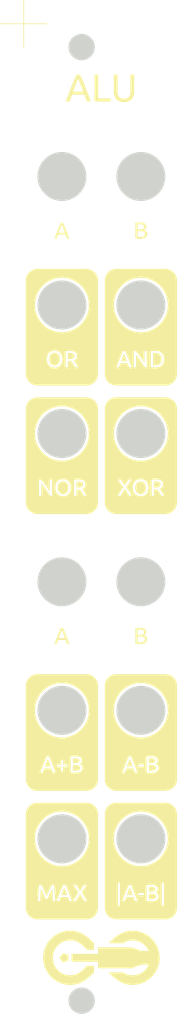
<source format=kicad_pcb>
(kicad_pcb (version 20241229) (generator "pcbnew") (generator_version "9.0")
  (layers (0 "F.Cu" signal) (2 "B.Cu" signal) (13 "F.Paste" user) (15 "B.Paste" user) (5 "F.SilkS" user "F.Silkscreen") (7 "B.SilkS" user "B.Silkscreen") (1 "F.Mask" user) (3 "B.Mask" user) (25 "Edge.Cuts" user))
  (net 0 "")
  (gr_poly (pts (xy 108.211337 74.246998) (xy 108.260765 74.363356) (xy 108.309068 74.482341) (xy 108.356182 74.603992) (xy 108.404138 74.726661) (xy 108.452041 74.851657) (xy 108.499944 74.978906) (xy 108.547899 75.108337) (xy 107.77379 75.108337) (xy 107.820296 74.978911) (xy 107.866807 74.851667) (xy 107.913318 74.726672) (xy 107.959823 74.603992) (xy 108.008388 74.482335) (xy 108.058082 74.363353) (xy 108.108902 74.246999) (xy 108.160842 74.133228) (xy 108.160848 74.133228)) (fill yes) (layer "F.SilkS"))
  (gr_poly (pts (xy 102.348115 90.544707) (xy 102.376673 90.545561) (xy 102.404768 90.546981) (xy 102.432397 90.548967) (xy 102.459557 90.551515) (xy 102.486245 90.554625) (xy 102.51246 90.558293) (xy 102.538199 90.562519) (xy 102.551205 90.564875) (xy 102.563973 90.567443) (xy 102.576504 90.570223) (xy 102.588798 90.573214) (xy 102.600855 90.576417) (xy 102.612677 90.579831) (xy 102.624264 90.583456) (xy 102.635615 90.587292) (xy 102.646732 90.59134) (xy 102.657616 90.595597) (xy 102.668266 90.600066) (xy 102.678683 90.604745) (xy 102.688867 90.609635) (xy 102.69882 90.614735) (xy 102.708541 90.620044) (xy 102.718031 90.625564) (xy 102.727652 90.631318) (xy 102.737015 90.63733) (xy 102.746119 90.6436) (xy 102.754966 90.650126) (xy 102.763555 90.656911) (xy 102.771886 90.663953) (xy 102.779959 90.671253) (xy 102.787774 90.678811) (xy 102.795331 90.686626) (xy 102.802631 90.694699) (xy 102.809673 90.70303) (xy 102.816458 90.711619) (xy 102.822984 90.720466) (xy 102.829253 90.729571) (xy 102.835265 90.738933) (xy 102.841019 90.748554) (xy 102.846473 90.758454) (xy 102.851586 90.768655) (xy 102.856356 90.779157) (xy 102.860781 90.789962) (xy 102.86486 90.801069) (xy 102.868592 90.81248) (xy 102.871974 90.824194) (xy 102.875007 90.836212) (xy 102.877688 90.848535) (xy 102.880016 90.861163) (xy 102.88199 90.874097) (xy 102.883608 90.887337) (xy 102.884869 90.900884) (xy 102.885772 90.914738) (xy 102.886314 90.9289) (xy 102.886495 90.94337) (xy 102.886314 90.958935) (xy 102.885772 90.974127) (xy 102.884869 90.988946) (xy 102.883608 91.003391) (xy 102.88199 91.017463) (xy 102.880016 91.031161) (xy 102.877688 91.044484) (xy 102.875007 91.057433) (xy 102.871974 91.070006) (xy 102.868592 91.082205) (xy 102.86486 91.094027) (xy 102.860781 91.105474) (xy 102.856356 91.116543) (xy 102.851586 91.127237) (xy 102.846473 91.137553) (xy 102.841019 91.147491) (xy 102.835245 91.15674) (xy 102.829173 91.165738) (xy 102.822802 91.174484) (xy 102.816132 91.182976) (xy 102.80916 91.191214) (xy 102.801887 91.199197) (xy 102.794311 91.206923) (xy 102.786431 91.214393) (xy 102.778247 91.221605) (xy 102.769757 91.228558) (xy 102.76096 91.235252) (xy 102.751856 91.241685) (xy 102.742444 91.247856) (xy 102.732722 91.253766) (xy 102.722689 91.259411) (xy 102.712346 91.264793) (xy 102.702068 91.269936) (xy 102.691485 91.274864) (xy 102.680597 91.279579) (xy 102.669404 91.284081) (xy 102.657907 91.28837) (xy 102.646104 91.292447) (xy 102.621585 91.299965) (xy 102.595847 91.306639) (xy 102.568891 91.312474) (xy 102.540717 91.317471) (xy 102.511326 91.321636) (xy 102.480844 91.325151) (xy 102.449407 91.328196) (xy 102.41702 91.33077) (xy 102.383689 91.332875) (xy 102.349422 91.334511) (xy 102.314223 91.335679) (xy 102.278099 91.336379) (xy 102.241057 91.336612) (xy 102.034354 91.336612) (xy 102.034354 90.553718) (xy 102.060455 90.551603) (xy 102.089255 90.549746) (xy 102.154978 90.546834) (xy 102.231575 90.545043) (xy 102.319095 90.544433) (xy 102.319095 90.544422)) (fill yes) (layer "F.SilkS"))
  (gr_poly (pts (xy 111.642202 126.091949) (xy 111.642199 126.091949) (xy 111.64221 126.091949)) (fill yes) (layer "F.SilkS"))
  (gr_poly (pts (xy 99.24612 74.007512) (xy 99.265615 74.008213) (xy 99.284857 74.009382) (xy 99.303844 74.011019) (xy 99.322577 74.013124) (xy 99.341055 74.015698) (xy 99.359277 74.018739) (xy 99.377241 74.02225) (xy 99.394948 74.026229) (xy 99.412396 74.030677) (xy 99.429586 74.035594) (xy 99.446515 74.040981) (xy 99.463183 74.046836) (xy 99.47959 74.053162) (xy 99.495735 74.059957) (xy 99.511616 74.067222) (xy 99.527213 74.07455) (xy 99.542502 74.082284) (xy 99.557486 74.090423) (xy 99.572164 74.098966) (xy 99.586535 74.107911) (xy 99.600602 74.117259) (xy 99.614363 74.127006) (xy 99.627819 74.137154) (xy 99.64097 74.147699) (xy 99.653817 74.158643) (xy 99.66636 74.169982) (xy 99.678599 74.181717) (xy 99.690534 74.193845) (xy 99.702166 74.206367) (xy 99.713495 74.219281) (xy 99.724521 74.232586) (xy 99.735606 74.246268) (xy 99.746363 74.260316) (xy 99.756791 74.274731) (xy 99.766891 74.289515) (xy 99.776663 74.304668) (xy 99.786106 74.320192) (xy 99.795221 74.336089) (xy 99.804008 74.352359) (xy 99.812466 74.369005) (xy 99.820597 74.386026) (xy 99.828399 74.403426) (xy 99.835874 74.421204) (xy 99.843021 74.439362) (xy 99.84984 74.457902) (xy 99.856331 74.476825) (xy 99.862494 74.496132) (xy 99.873746 74.534951) (xy 99.883503 74.574901) (xy 99.891762 74.61598) (xy 99.898523 74.658186) (xy 99.903784 74.701516) (xy 99.907543 74.745969) (xy 99.9098 74.791542) (xy 99.910553 74.838234) (xy 99.9098 74.884976) (xy 99.907543 74.930702) (xy 99.903783 74.975406) (xy 99.898523 75.019083) (xy 99.891762 75.061729) (xy 99.883502 75.103339) (xy 99.873746 75.143909) (xy 99.862494 75.183433) (xy 99.85633 75.202381) (xy 99.849839 75.220976) (xy 99.84302 75.23922) (xy 99.835874 75.257111) (xy 99.828399 75.274651) (xy 99.820597 75.291839) (xy 99.812466 75.308675) (xy 99.804007 75.325159) (xy 99.795221 75.341292) (xy 99.786106 75.357074) (xy 99.776663 75.372504) (xy 99.766891 75.387583) (xy 99.756791 75.402311) (xy 99.746363 75.416688) (xy 99.735606 75.430714) (xy 99.724521 75.444389) (xy 99.713495 75.457701) (xy 99.702166 75.470636) (xy 99.690534 75.483196) (xy 99.678599 75.49538) (xy 99.66636 75.507189) (xy 99.653817 75.518622) (xy 99.64097 75.52968) (xy 99.627819 75.540362) (xy 99.614363 75.55067) (xy 99.600602 75.560603) (xy 99.586535 75.570161) (xy 99.572164 75.579344) (xy 99.557486 75.588153) (xy 99.542502 75.596588) (xy 99.527213 75.604648) (xy 99.511616 75.612335) (xy 99.495736 75.619236) (xy 99.479592 75.625689) (xy 99.463186 75.631694) (xy 99.446518 75.637251) (xy 99.42959 75.64236) (xy 99.412401 75.647023) (xy 99.394954 75.65124) (xy 99.377247 75.65501) (xy 99.359283 75.658336) (xy 99.341061 75.661216) (xy 99.322583 75.663652) (xy 99.30385 75.665644) (xy 99.284861 75.667192) (xy 99.265618 75.668298) (xy 99.246122 75.668961) (xy 99.226373 75.669181) (xy 99.206616 75.66896) (xy 99.187098 75.668297) (xy 99.167817 75.667192) (xy 99.148772 75.665643) (xy 99.129964 75.66365) (xy 99.111392 75.661214) (xy 99.093055 75.658333) (xy 99.074953 75.655007) (xy 99.057086 75.651237) (xy 99.039452 75.64702) (xy 99.022052 75.642357) (xy 99.004885 75.637248) (xy 98.98795 75.631691) (xy 98.971247 75.625687) (xy 98.954776 75.619235) (xy 98.938536 75.612335) (xy 98.922927 75.604649) (xy 98.907598 75.596589) (xy 98.892551 75.588155) (xy 98.877785 75.579346) (xy 98.8633 75.570163) (xy 98.849097 75.560605) (xy 98.835174 75.550672) (xy 98.821533 75.540364) (xy 98.808173 75.529681) (xy 98.795094 75.518623) (xy 98.782297 75.50719) (xy 98.769781 75.495381) (xy 98.757546 75.483197) (xy 98.745593 75.470637) (xy 98.733921 75.457701) (xy 98.72253 75.444389) (xy 98.711803 75.430715) (xy 98.701373 75.416689) (xy 98.691241 75.402313) (xy 98.681407 75.387585) (xy 98.671873 75.372506) (xy 98.662641 75.357076) (xy 98.653711 75.341295) (xy 98.645085 75.325162) (xy 98.636763 75.308678) (xy 98.628747 75.291841) (xy 98.621038 75.274653) (xy 98.613637 75.257113) (xy 98.606546 75.239222) (xy 98.599765 75.220978) (xy 98.593296 75.202382) (xy 98.587139 75.183433) (xy 98.575909 75.143908) (xy 98.566211 75.103338) (xy 98.558034 75.061729) (xy 98.551368 75.019083) (xy 98.546202 74.975407) (xy 98.542525 74.930703) (xy 98.540327 74.884977) (xy 98.539597 74.838234) (xy 98.540327 74.791541) (xy 98.542526 74.745966) (xy 98.546203 74.701512) (xy 98.551369 74.65818) (xy 98.558035 74.615974) (xy 98.566212 74.574896) (xy 98.57087 74.55478) (xy 98.57591 74.534948) (xy 98.581332 74.515398) (xy 98.587139 74.496132) (xy 98.593296 74.476825) (xy 98.599766 74.457902) (xy 98.606547 74.439362) (xy 98.613638 74.421204) (xy 98.621039 74.403426) (xy 98.628748 74.386026) (xy 98.636764 74.369005) (xy 98.645086 74.352359) (xy 98.653712 74.336089) (xy 98.662642 74.320192) (xy 98.671874 74.304668) (xy 98.681407 74.289515) (xy 98.691241 74.274731) (xy 98.701373 74.260316) (xy 98.711803 74.246268) (xy 98.72253 74.232586) (xy 98.733921 74.219281) (xy 98.745593 74.206367) (xy 98.757547 74.193845) (xy 98.769782 74.181717) (xy 98.782298 74.169982) (xy 98.795095 74.158643) (xy 98.808174 74.147699) (xy 98.821534 74.137154) (xy 98.835175 74.127006) (xy 98.849097 74.117259) (xy 98.863301 74.107911) (xy 98.877786 74.098966) (xy 98.892552 74.090423) (xy 98.907599 74.082284) (xy 98.922927 74.07455) (xy 98.938536 74.067222) (xy 98.954777 74.059958) (xy 98.971248 74.053163) (xy 98.987951 74.046838) (xy 99.004886 74.040982) (xy 99.022054 74.035596) (xy 99.039454 74.030679) (xy 99.057088 74.026231) (xy 99.074955 74.022251) (xy 99.093057 74.018741) (xy 99.111394 74.015699) (xy 99.129966 74.013125) (xy 99.148774 74.01102) (xy 99.167818 74.009383) (xy 99.187099 74.008213) (xy 99.206617 74.007512) (xy 99.226373 74.007278)) (fill yes) (layer "F.SilkS"))
  (gr_poly (pts (xy 108.959914 142.826341) (xy 109.009164 142.942882) (xy 109.057289 143.062044) (xy 109.104322 143.183776) (xy 109.152358 143.306377) (xy 109.200439 143.431195) (xy 109.248519 143.558263) (xy 109.296555 143.687614) (xy 108.522448 143.687614) (xy 108.568952 143.558259) (xy 108.615464 143.431189) (xy 108.661976 143.306372) (xy 108.708481 143.183776) (xy 108.757045 143.062034) (xy 108.806739 142.942868) (xy 108.857558 142.826329) (xy 108.909498 142.712471) (xy 108.909505 142.712471)) (fill yes) (layer "F.SilkS"))
  (gr_poly (pts (xy 104.849998 41.329998) (xy 106.449998 41.329998) (xy 106.449998 41.749998) (xy 104.364998 41.749998) (xy 104.364998 38.284999) (xy 104.849998 38.284999)) (fill yes) (layer "F.SilkS"))
  (gr_poly (pts (xy 109.474998 40.459997) (xy 109.473748 40.531872) (xy 109.469998 40.602497) (xy 109.463748 40.671872) (xy 109.454998 40.739997) (xy 109.443748 40.806872) (xy 109.429998 40.872497) (xy 109.413748 40.936872) (xy 109.394998 40.999997) (xy 109.385271 41.030993) (xy 109.374841 41.061481) (xy 109.363708 41.091462) (xy 109.351873 41.120934) (xy 109.339333 41.149899) (xy 109.326091 41.178356) (xy 109.312146 41.206305) (xy 109.297498 41.233747) (xy 109.282146 41.26068) (xy 109.266091 41.287106) (xy 109.249334 41.313024) (xy 109.231873 41.338434) (xy 109.213709 41.363337) (xy 109.194841 41.387731) (xy 109.175271 41.411618) (xy 109.154998 41.434997) (xy 109.134646 41.457204) (xy 109.113592 41.478825) (xy 109.091834 41.49986) (xy 109.069373 41.52031) (xy 109.046209 41.540173) (xy 109.022342 41.55945) (xy 108.997771 41.578142) (xy 108.972498 41.596247) (xy 108.946522 41.613767) (xy 108.919842 41.6307) (xy 108.892459 41.647048) (xy 108.864373 41.66281) (xy 108.835584 41.677985) (xy 108.806092 41.692575) (xy 108.775896 41.706579) (xy 108.744998 41.719997) (xy 108.714002 41.732712) (xy 108.682264 41.744606) (xy 108.649784 41.75568) (xy 108.616561 41.765934) (xy 108.582596 41.775368) (xy 108.547889 41.783981) (xy 108.51244 41.791774) (xy 108.476249 41.798747) (xy 108.439315 41.804899) (xy 108.401639 41.810231) (xy 108.363222 41.814743) (xy 108.324061 41.818434) (xy 108.284159 41.821305) (xy 108.243514 41.823356) (xy 108.202128 41.824586) (xy 108.159999 41.824997) (xy 108.159998 41.824998) (xy 108.076404 41.823357) (xy 108.035662 41.821306) (xy 107.995623 41.818435) (xy 107.956287 41.814744) (xy 107.917654 41.810232) (xy 107.879725 41.8049) (xy 107.842498 41.798748) (xy 107.805975 41.791775) (xy 107.770154 41.783982) (xy 107.735037 41.775369) (xy 107.700623 41.765935) (xy 107.666912 41.755681) (xy 107.633904 41.744607) (xy 107.601599 41.732713) (xy 107.569998 41.719998) (xy 107.539099 41.70658) (xy 107.508904 41.692576) (xy 107.479412 41.677986) (xy 107.450623 41.662811) (xy 107.422537 41.647049) (xy 107.395154 41.630701) (xy 107.368474 41.613768) (xy 107.342498 41.596248) (xy 107.317224 41.578143) (xy 107.292654 41.559451) (xy 107.268787 41.540174) (xy 107.245623 41.520311) (xy 107.223162 41.499861) (xy 107.201404 41.478826) (xy 107.180349 41.457205) (xy 107.159998 41.434998) (xy 107.14031 41.411619) (xy 107.121248 41.387732) (xy 107.10281 41.363338) (xy 107.084998 41.338435) (xy 107.067811 41.313025) (xy 107.051248 41.287107) (xy 107.035311 41.260681) (xy 107.019998 41.233748) (xy 107.005311 41.206306) (xy 106.991248 41.178357) (xy 106.977811 41.1499) (xy 106.964998 41.120935) (xy 106.952811 41.091463) (xy 106.941248 41.061482) (xy 106.930311 41.030994) (xy 106.919998 40.999998) (xy 106.90242 40.936873) (xy 106.887186 40.872498) (xy 106.874295 40.806873) (xy 106.863748 40.739998) (xy 106.855545 40.671873) (xy 106.849686 40.602498) (xy 106.84617 40.531873) (xy 106.844998 40.459998) (xy 106.844998 38.284999) (xy 107.329998 38.284999) (xy 107.329998 40.404997) (xy 107.330896 40.468884) (xy 107.333592 40.530544) (xy 107.338084 40.589978) (xy 107.344373 40.647185) (xy 107.352459 40.702165) (xy 107.362342 40.754919) (xy 107.374021 40.805447) (xy 107.387498 40.853747) (xy 107.402771 40.899822) (xy 107.419842 40.943669) (xy 107.438709 40.98529) (xy 107.459373 41.024685) (xy 107.481834 41.061853) (xy 107.506092 41.096794) (xy 107.532146 41.129509) (xy 107.559998 41.159998) (xy 107.589294 41.188455) (xy 107.619685 41.215076) (xy 107.651169 41.239861) (xy 107.683747 41.26281) (xy 107.717419 41.283924) (xy 107.752185 41.303201) (xy 107.788044 41.320642) (xy 107.824997 41.336248) (xy 107.863044 41.350017) (xy 107.902185 41.361951) (xy 107.942419 41.372049) (xy 107.983748 41.38031) (xy 108.02617 41.386736) (xy 108.069685 41.391326) (xy 108.114295 41.394079) (xy 108.159998 41.394997) (xy 108.205701 41.394138) (xy 108.250311 41.39156) (xy 108.293826 41.387263) (xy 108.336248 41.381247) (xy 108.357049 41.377595) (xy 108.377576 41.373513) (xy 108.39783 41.369001) (xy 108.417811 41.36406) (xy 108.437518 41.358688) (xy 108.456951 41.352888) (xy 108.476111 41.346657) (xy 108.494998 41.339997) (xy 108.514197 41.332263) (xy 108.533045 41.324059) (xy 108.551541 41.315388) (xy 108.569685 41.306247) (xy 108.587478 41.296637) (xy 108.604919 41.286559) (xy 108.622009 41.276012) (xy 108.638747 41.264997) (xy 108.655134 41.253512) (xy 108.671169 41.241559) (xy 108.686853 41.229137) (xy 108.702185 41.216247) (xy 108.717165 41.202887) (xy 108.731794 41.189059) (xy 108.746072 41.174762) (xy 108.759997 41.159997) (xy 108.773552 41.144743) (xy 108.786716 41.128981) (xy 108.79949 41.112712) (xy 108.811873 41.095934) (xy 108.823865 41.078649) (xy 108.835466 41.060856) (xy 108.846677 41.042555) (xy 108.857498 41.023747) (xy 108.867927 41.00443) (xy 108.877966 40.984606) (xy 108.887615 40.964274) (xy 108.896873 40.943434) (xy 108.90574 40.922086) (xy 108.914216 40.900231) (xy 108.922302 40.877868) (xy 108.929997 40.854996) (xy 108.937263 40.830973) (xy 108.94406 40.806403) (xy 108.950388 40.781286) (xy 108.956247 40.755622) (xy 108.961638 40.729411) (xy 108.96656 40.702653) (xy 108.974998 40.647497) (xy 108.98156 40.590153) (xy 108.986248 40.530621) (xy 108.98906 40.468903) (xy 108.989998 40.404997) (xy 108.989998 38.284998) (xy 109.474998 38.284998)) (fill yes) (layer "F.SilkS"))
  (gr_poly (pts (xy 101.907651 126.092235) (xy 101.934816 126.093091) (xy 101.961597 126.094515) (xy 101.987999 126.096503) (xy 102.014025 126.099053) (xy 102.039681 126.102162) (xy 102.064972 126.105827) (xy 102.0899 126.110046) (xy 102.11423 126.114867) (xy 102.137719 126.120334) (xy 102.149148 126.12331) (xy 102.160367 126.126449) (xy 102.171375 126.129751) (xy 102.182172 126.133216) (xy 102.192759 126.136846) (xy 102.203134 126.140641) (xy 102.213298 126.1446) (xy 102.223251 126.148726) (xy 102.232993 126.153017) (xy 102.242522 126.157475) (xy 102.25184 126.1621) (xy 102.260946 126.166893) (xy 102.270196 126.1715) (xy 102.279194 126.176322) (xy 102.287939 126.181359) (xy 102.296432 126.186611) (xy 102.304669 126.192076) (xy 102.312652 126.197754) (xy 102.320379 126.203645) (xy 102.327849 126.209747) (xy 102.33506 126.21606) (xy 102.342014 126.222583) (xy 102.348707 126.229317) (xy 102.35514 126.236259) (xy 102.361312 126.243409) (xy 102.367222 126.250768) (xy 102.372868 126.258333) (xy 102.378251 126.266105) (xy 102.383335 126.273721) (xy 102.388087 126.281568) (xy 102.39251 126.289647) (xy 102.396602 126.297959) (xy 102.400365 126.306503) (xy 102.403798 126.31528) (xy 102.406902 126.324291) (xy 102.409678 126.333536) (xy 102.412125 126.343015) (xy 102.414245 126.352729) (xy 102.416038 126.362679) (xy 102.417504 126.372864) (xy 102.418643 126.383285) (xy 102.419457 126.393943) (xy 102.419944 126.404837) (xy 102.420107 126.415969) (xy 102.419944 126.427842) (xy 102.419457 126.439459) (xy 102.418644 126.450822) (xy 102.417504 126.46193) (xy 102.416039 126.472781) (xy 102.414246 126.483376) (xy 102.412126 126.493715) (xy 102.409679 126.503796) (xy 102.406903 126.51362) (xy 102.403799 126.523185) (xy 102.400366 126.532491) (xy 102.396603 126.541539) (xy 102.392511 126.550326) (xy 102.388088 126.558854) (xy 102.383335 126.567121) (xy 102.378251 126.575126) (xy 102.373246 126.582906) (xy 102.367981 126.590495) (xy 102.362457 126.597892) (xy 102.356673 126.605098) (xy 102.35063 126.612114) (xy 102.344328 126.618941) (xy 102.337768 126.625579) (xy 102.33095 126.632028) (xy 102.323874 126.63829) (xy 102.31654 126.644365) (xy 102.308949 126.650254) (xy 102.301102 126.655957) (xy 102.292997 126.661475) (xy 102.284637 126.666809) (xy 102.27602 126.671959) (xy 102.267148 126.676925) (xy 102.258413 126.681704) (xy 102.249461 126.686289) (xy 102.24029 126.690683) (xy 102.230904 126.694885) (xy 102.221302 126.698897) (xy 102.211486 126.702719) (xy 102.201457 126.706352) (xy 102.191217 126.709797) (xy 102.180765 126.713054) (xy 102.170103 126.716125) (xy 102.148154 126.72171) (xy 102.125379 126.726557) (xy 102.101786 126.730674) (xy 102.077616 126.734183) (xy 102.053098 126.737224) (xy 102.028225 126.739798) (xy 102.002985 126.741905) (xy 101.977371 126.743543) (xy 101.951372 126.744714) (xy 101.924979 126.745417) (xy 101.898184 126.745651) (xy 101.592277 126.745651) (xy 101.592277 126.103828) (xy 101.618478 126.101067) (xy 101.646121 126.098731) (xy 101.675263 126.096748) (xy 101.705964 126.095047) (xy 101.740487 126.093703) (xy 101.781037 126.092734) (xy 101.827588 126.092147) (xy 101.8801 126.091949)) (fill yes) (layer "F.SilkS"))
  (gr_poly (pts (xy 101.8801 126.091949) (xy 101.880097 126.091949) (xy 101.88011 126.091949)) (fill yes) (layer "F.SilkS"))
  (gr_poly (pts (xy 109.437799 148.254533) (xy 109.614517 148.268075) (xy 109.788737 148.290373) (xy 109.960236 148.321203) (xy 110.128789 148.36034) (xy 110.294174 148.407563) (xy 110.456166 148.462647) (xy 110.614543 148.525368) (xy 110.769081 148.595505) (xy 110.919556 148.672832) (xy 111.065745 148.757127) (xy 111.207425 148.848165) (xy 111.344372 148.945725) (xy 111.476362 149.049581) (xy 111.603173 149.159512) (xy 111.72458 149.275292) (xy 111.840361 149.396699) (xy 111.950291 149.52351) (xy 112.054148 149.6555) (xy 112.151707 149.792447) (xy 112.242746 149.934126) (xy 112.327041 150.080316) (xy 112.404369 150.230791) (xy 112.474505 150.385328) (xy 112.537227 150.543705) (xy 112.592311 150.705697) (xy 112.639533 150.871082) (xy 112.678671 151.039635) (xy 112.709501 151.211133) (xy 112.731798 151.385354) (xy 112.745341 151.562072) (xy 112.749905 151.741066) (xy 112.745341 151.920059) (xy 112.731798 152.096778) (xy 112.709501 152.270998) (xy 112.678671 152.442497) (xy 112.639533 152.61105) (xy 112.592311 152.776435) (xy 112.537227 152.938427) (xy 112.474505 153.096804) (xy 112.404369 153.251342) (xy 112.327041 153.401817) (xy 112.242746 153.548007) (xy 112.151707 153.689687) (xy 112.054148 153.826634) (xy 111.950291 153.958625) (xy 111.840361 154.085435) (xy 111.72458 154.206843) (xy 111.603173 154.322624) (xy 111.476362 154.432554) (xy 111.344372 154.536411) (xy 111.207425 154.633971) (xy 111.065745 154.72501) (xy 110.919556 154.809305) (xy 110.769081 154.886633) (xy 110.614543 154.956769) (xy 110.456166 155.019491) (xy 110.294174 155.074575) (xy 110.128789 155.121798) (xy 109.960236 155.160936) (xy 109.788737 155.191766) (xy 109.614517 155.214063) (xy 109.437799 155.227606) (xy 109.258805 155.23217) (xy 109.258748 155.23217) (xy 109.084151 155.227738) (xy 108.913619 155.214655) (xy 108.747055 155.193227) (xy 108.584365 155.163763) (xy 108.425452 155.12657) (xy 108.270219 155.081956) (xy 108.118572 155.030228) (xy 107.970414 154.971695) (xy 107.825649 154.906663) (xy 107.684182 154.835441) (xy 107.545916 154.758336) (xy 107.410755 154.675656) (xy 107.278604 154.587709) (xy 107.149367 154.494803) (xy 107.022947 154.397244) (xy 106.899249 154.295341) (xy 106.808822 154.217213) (xy 106.718323 154.136553) (xy 106.627657 154.053463) (xy 106.536733 153.968041) (xy 106.445455 153.880388) (xy 106.353731 153.790604) (xy 106.168569 153.605041) (xy 108.054369 153.605041) (xy 108.123692 153.651673) (xy 108.192539 153.694984) (xy 108.261183 153.735018) (xy 108.329894 153.771817) (xy 108.398946 153.805424) (xy 108.468609 153.835882) (xy 108.539157 153.863236) (xy 108.610861 153.887527) (xy 108.683993 153.908799) (xy 108.758824 153.927095) (xy 108.835628 153.942459) (xy 108.914676 153.954932) (xy 108.99624 153.964559) (xy 109.080592 153.971382) (xy 109.168003 153.975445) (xy 109.258747 153.976791) (xy 109.258804 153.976791) (xy 109.345575 153.975169) (xy 109.431471 153.970341) (xy 109.516436 153.962363) (xy 109.600412 153.951295) (xy 109.683342 153.937191) (xy 109.765168 153.920111) (xy 109.845835 153.900111) (xy 109.925283 153.877248) (xy 110.003457 153.85158) (xy 110.080298 153.823163) (xy 110.15575 153.792056) (xy 110.229756 153.758315) (xy 110.302258 153.721998) (xy 110.373199 153.683162) (xy 110.442522 153.641864) (xy 110.51017 153.598161) (xy 110.576085 153.552111) (xy 110.64021 153.503771) (xy 110.702489 153.453198) (xy 110.762863 153.40045) (xy 110.821276 153.345583) (xy 110.87767 153.288655) (xy 110.931989 153.229724) (xy 110.984174 153.168845) (xy 111.034169 153.106078) (xy 111.081917 153.041478) (xy 111.12736 152.975104) (xy 111.170442 152.907012) (xy 111.211104 152.83726) (xy 111.24929 152.765904) (xy 111.284943 152.693003) (xy 111.318005 152.618614) (xy 110.411764 152.629913) (xy 109.123999 153.091865) (xy 104.81285 153.091804) (xy 104.81285 152.244964) (xy 101.409951 152.244964) (xy 101.409951 151.237175) (xy 104.81285 151.237175) (xy 104.81285 150.390335) (xy 109.123999 150.390281) (xy 110.411764 150.852234) (xy 111.318005 150.863533) (xy 111.249281 150.71624) (xy 111.170425 150.57513) (xy 111.081897 150.440663) (xy 110.984151 150.313295) (xy 110.877647 150.193485) (xy 110.762841 150.08169) (xy 110.640191 149.978369) (xy 110.510154 149.883979) (xy 110.373187 149.798979) (xy 110.229748 149.723827) (xy 110.080293 149.65898) (xy 109.925282 149.604896) (xy 109.765169 149.562034) (xy 109.600414 149.530851) (xy 109.431473 149.511806) (xy 109.258804 149.505355) (xy 109.258747 149.505355) (xy 109.168004 149.506702) (xy 109.080592 149.510766) (xy 108.99624 149.51759) (xy 108.914677 149.527217) (xy 108.835629 149.53969) (xy 108.758825 149.555052) (xy 108.683993 149.573348) (xy 108.610861 149.594619) (xy 108.539157 149.61891) (xy 108.468609 149.646263) (xy 108.398946 149.676721) (xy 108.329894 149.710328) (xy 108.261183 149.747126) (xy 108.192539 149.78716) (xy 108.123692 149.830472) (xy 108.054369 149.877105) (xy 106.168569 149.877105) (xy 106.35373 149.691539) (xy 106.445454 149.601755) (xy 106.536732 149.514103) (xy 106.627657 149.428682) (xy 106.718322 149.345592) (xy 106.808821 149.264934) (xy 106.899248 149.186805) (xy 107.022948 149.084901) (xy 107.149369 148.987342) (xy 107.278606 148.894434) (xy 107.410757 148.806487) (xy 107.545916 148.723807) (xy 107.68418 148.646702) (xy 107.825645 148.57548) (xy 107.970407 148.510449) (xy 108.118563 148.451916) (xy 108.270209 148.400189) (xy 108.42544 148.355575) (xy 108.584353 148.318382) (xy 108.747045 148.288918) (xy 108.91361 148.267491) (xy 109.084145 148.254408) (xy 109.258747 148.249977) (xy 109.258751 148.249977) (xy 109.258755 148.249976) (xy 109.258758 148.249976) (xy 109.258762 148.249976) (xy 109.258769 148.249974) (xy 109.258777 148.249973) (xy 109.258784 148.249972) (xy 109.258791 148.24997) (xy 109.258795 148.24997) (xy 109.258798 148.249969) (xy 109.258802 148.249969) (xy 109.258805 148.249969)) (fill yes) (layer "F.SilkS"))
  (gr_poly (pts (xy 113.554056 115.300879) (xy 113.627943 115.306362) (xy 113.701202 115.315449) (xy 113.77371 115.328087) (xy 113.845346 115.344227) (xy 113.915985 115.363817) (xy 113.985504 115.386807) (xy 114.053782 115.413145) (xy 114.120694 115.44278) (xy 114.186117 115.475662) (xy 114.24993 115.51174) (xy 114.312008 115.550962) (xy 114.372229 115.593278) (xy 114.430469 115.638637) (xy 114.486607 115.686989) (xy 114.540518 115.738281) (xy 114.591821 115.792181) (xy 114.640184 115.848309) (xy 114.685556 115.906541) (xy 114.727884 115.966754) (xy 114.767119 116.028827) (xy 114.80321 116.092636) (xy 114.836106 116.158058) (xy 114.865755 116.22497) (xy 114.892106 116.293251) (xy 114.91511 116.362777) (xy 114.934714 116.433424) (xy 114.950868 116.505072) (xy 114.963522 116.577596) (xy 114.972623 116.650874) (xy 114.978121 116.724784) (xy 114.979965 116.799202) (xy 114.979963 128.798973) (xy 114.978127 128.873363) (xy 114.972637 128.947248) (xy 114.963544 129.020505) (xy 114.950899 129.093011) (xy 114.934752 129.164644) (xy 114.915155 129.235281) (xy 114.892159 129.304797) (xy 114.865815 129.373071) (xy 114.836173 129.43998) (xy 114.803284 129.5054) (xy 114.7672 129.569208) (xy 114.727971 129.631281) (xy 114.685649 129.691498) (xy 114.640284 129.749733) (xy 114.591926 129.805866) (xy 114.540628 129.859771) (xy 114.486723 129.911069) (xy 114.430591 129.959427) (xy 114.372355 130.004792) (xy 114.312138 130.047114) (xy 114.250064 130.086343) (xy 114.186256 130.122427) (xy 114.120835 130.155315) (xy 114.053926 130.184957) (xy 113.985652 130.211301) (xy 113.916134 130.234297) (xy 113.845497 130.253894) (xy 113.773864 130.27004) (xy 113.701357 130.282685) (xy 113.628099 130.291777) (xy 113.554214 130.297267) (xy 113.479824 130.299102) (xy 107.180067 130.29911) (xy 107.105677 130.297282) (xy 107.031791 130.291799) (xy 106.958532 130.282713) (xy 106.886023 130.270075) (xy 106.814388 130.253935) (xy 106.743749 130.234345) (xy 106.674229 130.211356) (xy 106.605951 130.185018) (xy 106.539039 130.155383) (xy 106.473615 130.122501) (xy 106.409803 130.086423) (xy 106.347725 130.047201) (xy 106.287504 130.004885) (xy 106.229263 129.959527) (xy 106.173126 129.911177) (xy 106.119215 129.859886) (xy 106.067912 129.805985) (xy 106.019549 129.749858) (xy 105.974178 129.691626) (xy 105.931849 129.631412) (xy 105.892614 129.56934) (xy 105.856523 129.505531) (xy 105.823627 129.440109) (xy 105.793978 129.373196) (xy 105.767627 129.304916) (xy 105.744623 129.23539) (xy 105.725019 129.164742) (xy 105.708865 129.093095) (xy 105.696211 129.020571) (xy 105.68711 128.947292) (xy 105.681613 128.873383) (xy 105.679769 128.798965) (xy 105.679769 127.948669) (xy 107.946289 127.948669) (xy 108.24963 127.948669) (xy 108.438247 127.417953) (xy 109.380283 127.417953) (xy 109.42754 127.552024) (xy 109.473298 127.6846) (xy 109.496191 127.749485) (xy 109.519857 127.815132) (xy 109.544272 127.881528) (xy 109.569415 127.948661) (xy 109.887228 127.948661) (xy 109.771084 127.631538) (xy 109.662438 127.339912) (xy 109.610093 127.200811) (xy 109.60239 127.18077) (xy 109.989645 127.18077) (xy 110.730681 127.18077) (xy 110.730681 126.919807) (xy 109.989645 126.919807) (xy 109.989645 127.18077) (xy 109.60239 127.18077) (xy 109.55808 127.0655) (xy 109.506442 126.933939) (xy 109.45522 126.806091) (xy 109.405733 126.681593) (xy 109.35626 126.560075) (xy 109.306788 126.441553) (xy 109.2573 126.326042) (xy 109.207285 126.210877) (xy 109.156199 126.096399) (xy 109.103989 125.982668) (xy 109.064777 125.899734) (xy 111.066372 125.899734) (xy 111.066372 127.916122) (xy 111.081549 127.919762) (xy 111.097086 127.9232) (xy 111.112988 127.926442) (xy 111.129259 127.929493) (xy 111.145905 127.932357) (xy 111.162931 127.935041) (xy 111.180343 127.93755) (xy 111.198146 127.939888) (xy 111.234174 127.944189) (xy 111.270234 127.94812) (xy 111.306294 127.951679) (xy 111.342321 127.954864) (xy 111.379596 127.957626) (xy 111.41645 127.959962) (xy 111.45293 127.961944) (xy 111.48908 127.963646) (xy 111.525826 127.964989) (xy 111.561067 127.965958) (xy 111.594808 127.966546) (xy 111.627054 127.966743) (xy 111.688249 127.966133) (xy 111.747335 127.964303) (xy 111.804313 127.961253) (xy 111.859182 127.956983) (xy 111.911943 127.951494) (xy 111.962594 127.944785) (xy 112.011136 127.936858) (xy 112.057569 127.927711) (xy 112.101893 127.917346) (xy 112.144107 127.905762) (xy 112.184212 127.892959) (xy 112.222207 127.878938) (xy 112.258092 127.863699) (xy 112.291868 127.847243) (xy 112.323533 127.829568) (xy 112.353088 127.810676) (xy 112.38106 127.790208) (xy 112.407228 127.768549) (xy 112.43159 127.745698) (xy 112.454148 127.721655) (xy 112.474901 127.696419) (xy 112.49385 127.669989) (xy 112.510993 127.642365) (xy 112.526332 127.613546) (xy 112.539866 127.583532) (xy 112.551596 127.552322) (xy 112.561521 127.519915) (xy 112.569642 127.486311) (xy 112.575957 127.45151) (xy 112.580469 127.41551) (xy 112.583176 127.378311) (xy 112.584078 127.339912) (xy 112.583656 127.313664) (xy 112.58239 127.288161) (xy 112.580281 127.263404) (xy 112.577328 127.239393) (xy 112.573531 127.216129) (xy 112.56889 127.193613) (xy 112.563405 127.171845) (xy 112.557077 127.150826) (xy 112.549905 127.130557) (xy 112.541889 127.111038) (xy 112.53303 127.09227) (xy 112.523327 127.074254) (xy 112.51278 127.05699) (xy 112.501389 127.04048) (xy 112.489154 127.024722) (xy 112.476076 127.009719) (xy 112.462284 126.995341) (xy 112.447907 126.981453) (xy 112.432946 126.968057) (xy 112.417399 126.955152) (xy 112.401268 126.942738) (xy 112.38455 126.930816) (xy 112.367248 126.919386) (xy 112.349359 126.908448) (xy 112.330885 126.898002) (xy 112.311825 126.888048) (xy 112.292178 126.878587) (xy 112.271945 126.869619) (xy 112.251125 126.861144) (xy 112.229719 126.853161) (xy 112.207725 126.845672) (xy 112.185144 126.838676) (xy 112.201808 126.831719) (xy 112.21805 126.824345) (xy 112.233871 126.816553) (xy 112.249269 126.808343) (xy 112.264246 126.799714) (xy 112.278801 126.790665) (xy 112.292934 126.781195) (xy 112.306645 126.771305) (xy 112.319935 126.760992) (xy 112.332802 126.750257) (xy 112.345248 126.739098) (xy 112.357272 126.727515) (xy 112.368874 126.715507) (xy 112.380054 126.703073) (xy 112.390812 126.690213) (xy 112.401148 126.676925) (xy 112.410958 126.662815) (xy 112.420138 126.648232) (xy 112.428687 126.633178) (xy 112.436605 126.617653) (xy 112.443893 126.601657) (xy 112.450548 126.585191) (xy 112.456572 126.568256) (xy 112.461963 126.550851) (xy 112.466721 126.532978) (xy 112.470846 126.514637) (xy 112.474338 126.495828) (xy 112.477196 126.476551) (xy 112.479419 126.456808) (xy 112.481008 126.436599) (xy 112.481961 126.415923) (xy 112.482279 126.394783) (xy 112.482019 126.375847) (xy 112.481241 126.357289) (xy 112.479945 126.339108) (xy 112.478131 126.321305) (xy 112.4758 126.303877) (xy 112.472951 126.286826) (xy 112.469587 126.270151) (xy 112.465706 126.253851) (xy 112.461309 126.237925) (xy 112.456398 126.222375) (xy 112.450972 126.207199) (xy 112.445031 126.192396) (xy 112.438576 126.177967) (xy 112.431608 126.163911) (xy 112.424127 126.150228) (xy 112.416134 126.136917) (xy 112.407686 126.123956) (xy 112.39884 126.111325) (xy 112.389598 126.099023) (xy 112.379957 126.08705) (xy 112.36992 126.075406) (xy 112.359484 126.06409) (xy 112.34865 126.053103) (xy 112.337418 126.042444) (xy 112.325788 126.032113) (xy 112.313759 126.02211) (xy 112.301331 126.012435) (xy 112.288504 126.003087) (xy 112.275278 125.994067) (xy 112.261652 125.985375) (xy 112.247627 125.977009) (xy 112.233202 125.968971) (xy 112.218781 125.960873) (xy 112.204011 125.953079) (xy 112.188891 125.94559) (xy 112.173422 125.938405) (xy 112.157603 125.931524) (xy 112.141433 125.924948) (xy 112.124913 125.918676) (xy 112.108041 125.912709) (xy 112.090817 125.907047) (xy 112.073241 125.901689) (xy 112.037031 125.89189) (xy 111.999407 125.883311) (xy 111.960367 125.875953) (xy 111.921 125.869629) (xy 111.880889 125.864159) (xy 111.840033 125.859539) (xy 111.798428 125.855766) (xy 111.756073 125.852837) (xy 111.712966 125.850749) (xy 111.669103 125.849499) (xy 111.624483 125.849083) (xy 111.624472 125.849037) (xy 111.592348 125.849153) (xy 111.559026 125.849568) (xy 111.524579 125.850379) (xy 111.48908 125.851684) (xy 111.45293 125.853423) (xy 111.41645 125.855591) (xy 111.379596 125.858133) (xy 111.342321 125.860992) (xy 111.306293 125.864174) (xy 111.270233 125.867728) (xy 111.234173 125.871658) (xy 111.198146 125.875969) (xy 111.180343 125.878297) (xy 111.162931 125.880799) (xy 111.145905 125.883479) (xy 111.129259 125.886344) (xy 111.112988 125.889396) (xy 111.097086 125.892642) (xy 111.081549 125.896087) (xy 111.066372 125.899734) (xy 109.064777 125.899734) (xy 109.050597 125.869743) (xy 108.783424 125.869743) (xy 108.783435 125.869751) (xy 108.729965 125.98267) (xy 108.677577 126.096398) (xy 108.626313 126.210877) (xy 108.576217 126.326049) (xy 108.526526 126.441549) (xy 108.476457 126.56007) (xy 108.426013 126.681594) (xy 108.375197 126.806106) (xy 108.274896 127.065517) (xy 108.171595 127.33992) (xy 108.062692 127.631549) (xy 107.946289 127.948669) (xy 105.679769 127.948669) (xy 105.679769 119.949073) (xy 106.86077 119.949073) (xy 106.86527 120.128077) (xy 106.878627 120.304759) (xy 106.900625 120.478904) (xy 106.93105 120.650293) (xy 106.969686 120.81871) (xy 107.016318 120.983937) (xy 107.070731 121.145758) (xy 107.132708 121.303954) (xy 107.202036 121.45831) (xy 107.278498 121.608607) (xy 107.36188 121.754629) (xy 107.451966 121.896157) (xy 107.548541 122.032977) (xy 107.651389 122.164869) (xy 107.760295 122.291616) (xy 107.875044 122.413003) (xy 107.995421 122.52881) (xy 108.12121 122.638822) (xy 108.252195 122.742821) (xy 108.388163 122.84059) (xy 108.528897 122.931911) (xy 108.674182 123.016568) (xy 108.823803 123.094343) (xy 108.977545 123.165019) (xy 109.135192 123.22838) (xy 109.296528 123.284206) (xy 109.46134 123.332283) (xy 109.62941 123.372392) (xy 109.800525 123.404316) (xy 109.974468 123.427837) (xy 110.151025 123.44274) (xy 110.32998 123.448806) (xy 110.508937 123.442741) (xy 110.685496 123.427839) (xy 110.859441 123.404318) (xy 111.030557 123.372394) (xy 111.198629 123.332286) (xy 111.363442 123.284211) (xy 111.52478 123.228385) (xy 111.682429 123.165025) (xy 111.836172 123.09435) (xy 111.985794 123.016575) (xy 112.13108 122.931919) (xy 112.271816 122.840598) (xy 112.407784 122.74283) (xy 112.538772 122.638832) (xy 112.664562 122.52882) (xy 112.784939 122.413013) (xy 112.89969 122.291627) (xy 113.008597 122.16488) (xy 113.111446 122.032989) (xy 113.208021 121.89617) (xy 113.298108 121.754641) (xy 113.381491 121.60862) (xy 113.457954 121.458323) (xy 113.527283 121.303968) (xy 113.589261 121.145772) (xy 113.643675 120.983952) (xy 113.690308 120.818725) (xy 113.728945 120.650308) (xy 113.759371 120.478919) (xy 113.78137 120.304774) (xy 113.794728 120.128092) (xy 113.799229 119.949089) (xy 113.794729 119.770085) (xy 113.781372 119.593403) (xy 113.759374 119.419258) (xy 113.728949 119.247869) (xy 113.690313 119.079452) (xy 113.643681 118.914225) (xy 113.589268 118.752404) (xy 113.52729 118.594208) (xy 113.457963 118.439852) (xy 113.3815 118.289555) (xy 113.298118 118.143533) (xy 113.208032 118.002004) (xy 113.111458 117.865185) (xy 113.008609 117.733293) (xy 112.899703 117.606545) (xy 112.784953 117.485159) (xy 112.664576 117.369351) (xy 112.538787 117.259339) (xy 112.4078 117.155339) (xy 112.271832 117.05757) (xy 112.131097 116.966249) (xy 111.985811 116.881591) (xy 111.836189 116.803816) (xy 111.682447 116.733139) (xy 111.524799 116.669779) (xy 111.363461 116.613952) (xy 111.198649 116.565875) (xy 111.030577 116.525765) (xy 110.85946 116.493841) (xy 110.685515 116.470318) (xy 110.508957 116.455415) (xy 110.330001 116.449348) (xy 110.330002 116.449348) (xy 110.330003 116.449348) (xy 110.330003 116.449349) (xy 110.330004 116.449349) (xy 110.330005 116.449349) (xy 110.330007 116.44935) (xy 110.330008 116.44935) (xy 110.330011 116.449352) (xy 110.330013 116.449353) (xy 110.330015 116.449354) (xy 110.330016 116.449355) (xy 110.330017 116.449355) (xy 110.330018 116.449355) (xy 110.330019 116.449356) (xy 110.33002 116.449356) (xy 110.330021 116.449356) (xy 110.151064 116.455421) (xy 109.974506 116.470323) (xy 109.80056 116.493844) (xy 109.629444 116.525768) (xy 109.461372 116.565876) (xy 109.296559 116.613951) (xy 109.135221 116.669778) (xy 108.977573 116.733137) (xy 108.82383 116.803813) (xy 108.674208 116.881587) (xy 108.528921 116.966243) (xy 108.388186 117.057564) (xy 108.252217 117.155332) (xy 108.12123 117.259331) (xy 107.995439 117.369342) (xy 107.875062 117.485149) (xy 107.760311 117.606535) (xy 107.651404 117.733282) (xy 107.548555 117.865174) (xy 107.451979 118.001992) (xy 107.361892 118.143521) (xy 107.278509 118.289542) (xy 107.202046 118.439839) (xy 107.132717 118.594194) (xy 107.070738 118.75239) (xy 107.016325 118.91421) (xy 106.969692 119.079437) (xy 106.931055 119.247854) (xy 106.900629 119.419243) (xy 106.878629 119.593388) (xy 106.865271 119.77007) (xy 106.86077 119.949073) (xy 105.679769 119.949073) (xy 105.679769 116.799194) (xy 105.681605 116.724804) (xy 105.687095 116.650919) (xy 105.696189 116.577662) (xy 105.708834 116.505155) (xy 105.724981 116.433522) (xy 105.744578 116.362886) (xy 105.767574 116.293369) (xy 105.793919 116.225095) (xy 105.823561 116.158187) (xy 105.85645 116.092767) (xy 105.892534 116.028959) (xy 105.931763 115.966885) (xy 105.974085 115.906669) (xy 106.01945 115.848433) (xy 106.067807 115.792301) (xy 106.119105 115.738395) (xy 106.173011 115.687097) (xy 106.229143 115.63874) (xy 106.287379 115.593374) (xy 106.347595 115.551051) (xy 106.409669 115.511822) (xy 106.473478 115.475737) (xy 106.538898 115.442848) (xy 106.605807 115.413206) (xy 106.674082 115.386861) (xy 106.743599 115.363864) (xy 106.814236 115.344267) (xy 106.88587 115.32812) (xy 106.958377 115.315475) (xy 107.031635 115.306382) (xy 107.10552 115.300892) (xy 107.179911 115.299057) (xy 113.479666 115.299049)) (fill yes) (layer "F.SilkS"))
  (gr_poly (pts (xy 101.227259 74.034168) (xy 101.256278 74.034453) (xy 101.284837 74.035306) (xy 101.312932 74.036726) (xy 101.34056 74.038712) (xy 101.36772 74.04126) (xy 101.394409 74.044369) (xy 101.420624 74.048038) (xy 101.446362 74.052265) (xy 101.459368 74.05462) (xy 101.472137 74.057188) (xy 101.484667 74.059967) (xy 101.496961 74.062958) (xy 101.509019 74.06616) (xy 101.520841 74.069574) (xy 101.532427 74.073199) (xy 101.543779 74.077036) (xy 101.554896 74.081083) (xy 101.565779 74.085341) (xy 101.576429 74.08981) (xy 101.586846 74.094489) (xy 101.59703 74.099379) (xy 101.606983 74.104479) (xy 101.616705 74.10979) (xy 101.626195 74.11531) (xy 101.635816 74.121064) (xy 101.645178 74.127075) (xy 101.654283 74.133344) (xy 101.663129 74.13987) (xy 101.671718 74.146655) (xy 101.680049 74.153696) (xy 101.688122 74.160996) (xy 101.695937 74.168553) (xy 101.703495 74.176369) (xy 101.710795 74.184442) (xy 101.717837 74.192773) (xy 101.724621 74.201361) (xy 101.731148 74.210208) (xy 101.737417 74.219313) (xy 101.743428 74.228676) (xy 101.749182 74.238296) (xy 101.754631 74.248203) (xy 101.759727 74.258422) (xy 101.764471 74.26895) (xy 101.768862 74.279789) (xy 101.772902 74.290935) (xy 101.77659 74.302389) (xy 101.779926 74.31415) (xy 101.78291 74.326216) (xy 101.785543 74.338587) (xy 101.787824 74.351262) (xy 101.789754 74.364239) (xy 101.791333 74.377518) (xy 101.792561 74.391097) (xy 101.793438 74.404977) (xy 101.793964 74.419155) (xy 101.794139 74.433632) (xy 101.793964 74.44919) (xy 101.793438 74.464364) (xy 101.792561 74.479157) (xy 101.791334 74.493569) (xy 101.789755 74.507602) (xy 101.787825 74.521256) (xy 101.785544 74.534533) (xy 101.782911 74.547433) (xy 101.779927 74.559958) (xy 101.776591 74.57211) (xy 101.772903 74.583889) (xy 101.768863 74.595296) (xy 101.764471 74.606333) (xy 101.759727 74.617001) (xy 101.754631 74.627301) (xy 101.749182 74.637233) (xy 101.743408 74.646483) (xy 101.737337 74.655482) (xy 101.730966 74.664228) (xy 101.724295 74.67272) (xy 101.717324 74.680958) (xy 101.710051 74.688941) (xy 101.702474 74.696668) (xy 101.694595 74.704137) (xy 101.68641 74.711349) (xy 101.67792 74.718303) (xy 101.669124 74.724996) (xy 101.66002 74.731429) (xy 101.650607 74.737601) (xy 101.640885 74.743511) (xy 101.630852 74.749157) (xy 101.620509 74.754539) (xy 101.610231 74.759681) (xy 101.599648 74.764609) (xy 101.58876 74.769324) (xy 101.577568 74.773826) (xy 101.56607 74.778115) (xy 101.554267 74.782191) (xy 101.529748 74.78971) (xy 101.50401 74.796384) (xy 101.477054 74.802219) (xy 101.44888 74.807217) (xy 101.419489 74.811382) (xy 101.389008 74.814888) (xy 101.35757 74.817928) (xy 101.325183 74.820501) (xy 101.291853 74.822608) (xy 101.257585 74.824246) (xy 101.222386 74.825417) (xy 101.186263 74.82612) (xy 101.14922 74.826355) (xy 100.942518 74.826355) (xy 100.942518 74.043464) (xy 100.968618 74.041339) (xy 100.997418 74.039474) (xy 101.063142 74.036553) (xy 101.139739 74.034759) (xy 101.227259 74.034149)) (fill yes) (layer "F.SilkS"))
  (gr_poly (pts (xy 113.480167 63.229726) (xy 113.557349 63.231687) (xy 113.633518 63.237488) (xy 113.708578 63.247035) (xy 113.782437 63.260233) (xy 113.855 63.276987) (xy 113.926172 63.297205) (xy 113.99586 63.320791) (xy 114.063968 63.347651) (xy 114.130404 63.37769) (xy 114.195073 63.410816) (xy 114.25788 63.446932) (xy 114.318731 63.485946) (xy 114.377532 63.527762) (xy 114.434189 63.572286) (xy 114.488608 63.619425) (xy 114.540695 63.669083) (xy 114.590354 63.721167) (xy 114.637493 63.775582) (xy 114.682016 63.832234) (xy 114.72383 63.891028) (xy 114.76284 63.951871) (xy 114.798953 64.014668) (xy 114.832073 64.079324) (xy 114.862107 64.145746) (xy 114.88896 64.213839) (xy 114.912539 64.283509) (xy 114.932749 64.354662) (xy 114.949495 64.427203) (xy 114.962684 64.501037) (xy 114.972222 64.576072) (xy 114.978014 64.652211) (xy 114.979965 64.729362) (xy 114.979963 76.729389) (xy 114.977994 76.806571) (xy 114.972185 76.882739) (xy 114.962631 76.957799) (xy 114.949425 77.031656) (xy 114.932662 77.104217) (xy 114.912436 77.175387) (xy 114.888841 77.245073) (xy 114.861973 77.313179) (xy 114.831923 77.379611) (xy 114.798788 77.444277) (xy 114.762662 77.50708) (xy 114.723637 77.567927) (xy 114.68181 77.626724) (xy 114.637274 77.683377) (xy 114.590123 77.737791) (xy 114.540451 77.789872) (xy 114.488354 77.839526) (xy 114.433924 77.886659) (xy 114.377256 77.931177) (xy 114.318445 77.972984) (xy 114.257585 78.011988) (xy 114.19477 78.048094) (xy 114.130094 78.081208) (xy 114.063651 78.111234) (xy 113.995536 78.138081) (xy 113.925843 78.161652) (xy 113.854667 78.181854) (xy 113.7821 78.198593) (xy 113.708239 78.211774) (xy 113.633176 78.221304) (xy 113.557006 78.227087) (xy 113.479824 78.22903) (xy 107.179566 78.22903) (xy 107.102384 78.227069) (xy 107.026216 78.221268) (xy 106.951155 78.211722) (xy 106.877296 78.198524) (xy 106.804734 78.181769) (xy 106.733561 78.161552) (xy 106.663874 78.137966) (xy 106.595765 78.111106) (xy 106.529329 78.081066) (xy 106.46466 78.04794) (xy 106.401853 78.011824) (xy 106.341002 77.97281) (xy 106.282201 77.930994) (xy 106.225543 77.886469) (xy 106.171124 77.839331) (xy 106.119038 77.789672) (xy 106.069378 77.737588) (xy 106.02224 77.683173) (xy 105.977716 77.626521) (xy 105.935903 77.567726) (xy 105.896892 77.506883) (xy 105.86078 77.444086) (xy 105.82766 77.379429) (xy 105.797626 77.313007) (xy 105.770773 77.244914) (xy 105.747194 77.175244) (xy 105.726984 77.104091) (xy 105.710238 77.03155) (xy 105.697049 76.957715) (xy 105.687512 76.88268) (xy 105.68172 76.80654) (xy 105.679769 76.729389) (xy 105.679769 75.879364) (xy 109.421029 75.879364) (xy 109.70577 75.879364) (xy 109.70577 74.256218) (xy 109.748697 74.306128) (xy 109.793488 74.359826) (xy 109.840152 74.417272) (xy 109.888703 74.478424) (xy 109.938595 74.542504) (xy 109.989261 74.608791) (xy 110.040677 74.67733) (xy 110.092821 74.748165) (xy 110.14529 74.819417) (xy 110.197723 74.892176) (xy 110.250156 74.966436) (xy 110.302625 75.04219) (xy 110.356095 75.118471) (xy 110.408483 75.194346) (xy 110.459747 75.269846) (xy 110.509844 75.345005) (xy 110.558396 75.417975) (xy 110.605061 75.489871) (xy 110.649851 75.560644) (xy 110.692778 75.630245) (xy 110.734958 75.697569) (xy 110.774507 75.761532) (xy 110.81143 75.822121) (xy 110.845737 75.879322) (xy 111.088613 75.879322) (xy 111.088613 73.830387) (xy 111.604851 73.830387) (xy 111.604851 75.846244) (xy 111.636012 75.853405) (xy 111.668007 75.859892) (xy 111.70084 75.865712) (xy 111.734514 75.87087) (xy 111.769032 75.875373) (xy 111.804398 75.879225) (xy 111.840615 75.882433) (xy 111.877686 75.885002) (xy 111.952507 75.890324) (xy 112.023963 75.894215) (xy 112.058426 75.895601) (xy 112.092044 75.896603) (xy 112.124815 75.89721) (xy 112.156738 75.897415) (xy 112.219837 75.896428) (xy 112.281638 75.893469) (xy 112.342135 75.888539) (xy 112.401324 75.881639) (xy 112.459201 75.87277) (xy 112.515761 75.861934) (xy 112.570999 75.849132) (xy 112.624912 75.834365) (xy 112.6513 75.825865) (xy 112.677217 75.816866) (xy 112.702663 75.807369) (xy 112.727638 75.797374) (xy 112.752143 75.786884) (xy 112.776179 75.775898) (xy 112.799744 75.764419) (xy 112.822841 75.752446) (xy 112.845469 75.739981) (xy 112.867629 75.727026) (xy 112.88932 75.713579) (xy 112.910544 75.699644) (xy 112.931301 75.68522) (xy 112.951591 75.67031) (xy 112.971415 75.654912) (xy 112.990772 75.63903) (xy 113.009629 75.622276) (xy 113.027952 75.605012) (xy 113.045738 75.587238) (xy 113.062989 75.568953) (xy 113.079702 75.550155) (xy 113.095879 75.530845) (xy 113.111517 75.511022) (xy 113.126617 75.490683) (xy 113.141178 75.469829) (xy 113.155199 75.448458) (xy 113.168681 75.42657) (xy 113.181621 75.404164) (xy 113.19402 75.381238) (xy 113.205877 75.357793) (xy 113.217191 75.333826) (xy 113.227962 75.309337) (xy 113.238131 75.283942) (xy 113.247638 75.258002) (xy 113.256483 75.231518) (xy 113.264668 75.204489) (xy 113.272193 75.176918) (xy 113.27906 75.148806) (xy 113.285269 75.120152) (xy 113.29082 75.090958) (xy 113.295715 75.061225) (xy 113.299955 75.030954) (xy 113.303541 75.000145) (xy 113.306472 74.9688) (xy 113.308751 74.936919) (xy 113.310378 74.904503) (xy 113.311678 74.83807) (xy 113.311353 74.804605) (xy 113.310378 74.77171) (xy 113.308751 74.739382) (xy 113.306472 74.707622) (xy 113.30354 74.676428) (xy 113.299955 74.645799) (xy 113.295715 74.615735) (xy 113.290819 74.586234) (xy 113.285268 74.557296) (xy 113.279059 74.528919) (xy 113.272192 74.501103) (xy 113.264667 74.473846) (xy 113.256482 74.447149) (xy 113.247637 74.421009) (xy 113.238131 74.395426) (xy 113.227962 74.370399) (xy 113.217191 74.345555) (xy 113.205877 74.321269) (xy 113.19402 74.297542) (xy 113.181621 74.274374) (xy 113.168681 74.251765) (xy 113.1552 74.229717) (xy 113.141179 74.20823) (xy 113.126618 74.187305) (xy 113.111518 74.166942) (xy 113.09588 74.147143) (xy 113.079703 74.127906) (xy 113.062989 74.109235) (xy 113.045739 74.091128) (xy 113.027952 74.073586) (xy 113.00963 74.056611) (xy 112.990772 74.040203) (xy 112.971415 74.023975) (xy 112.951593 74.008291) (xy 112.931303 73.993148) (xy 112.910547 73.978547) (xy 112.889323 73.964486) (xy 112.867631 73.950967) (xy 112.845472 73.937987) (xy 112.822844 73.925547) (xy 112.799747 73.913646) (xy 112.776181 73.902283) (xy 112.752146 73.891458) (xy 112.727641 73.881171) (xy 112.702665 73.87142) (xy 112.677219 73.862207) (xy 112.651301 73.853529) (xy 112.624912 73.845386) (xy 112.570999 73.829912) (xy 112.515761 73.816489) (xy 112.459201 73.805123) (xy 112.401325 73.795815) (xy 112.342137 73.78857) (xy 112.28164 73.783391) (xy 112.219839 73.780281) (xy 112.156738 73.779243) (xy 112.156738 73.779232) (xy 112.092042 73.779964) (xy 112.023961 73.782176) (xy 111.952506 73.785885) (xy 111.877686 73.791111) (xy 111.840619 73.793701) (xy 111.804405 73.796966) (xy 111.769041 73.8009) (xy 111.734523 73.805497) (xy 111.700849 73.810751) (xy 111.668014 73.816654) (xy 111.636016 73.823202) (xy 111.604851 73.830387) (xy 111.088613 73.830387) (xy 111.088613 73.800411) (xy 110.803872 73.800411) (xy 110.803872 75.339313) (xy 110.753031 75.256966) (xy 110.696528 75.168935) (xy 110.634399 75.075278) (xy 110.566681 74.976047) (xy 110.496355 74.873686) (xy 110.423374 74.770591) (xy 110.347766 74.666745) (xy 110.269558 74.562133) (xy 110.19121 74.4566) (xy 110.112149 74.352976) (xy 110.032339 74.251228) (xy 109.951744 74.151321) (xy 109.912289 74.101871) (xy 109.873415 74.054024) (xy 109.835117 74.007776) (xy 109.797388 73.963126) (xy 109.760221 73.920069) (xy 109.723609 73.878604) (xy 109.687547 73.838726) (xy 109.652028 73.800434) (xy 109.421036 73.800434) (xy 109.421029 75.879364) (xy 105.679769 75.879364) (xy 105.679769 75.879333) (xy 107.197991 75.879333) (xy 107.500803 75.879333) (xy 107.689936 75.34811) (xy 108.631972 75.34811) (xy 108.679229 75.482451) (xy 108.724988 75.615284) (xy 108.7478 75.680168) (xy 108.771288 75.745814) (xy 108.795526 75.812211) (xy 108.820588 75.879348) (xy 109.138904 75.879348) (xy 109.022501 75.561972) (xy 108.913598 75.270099) (xy 108.861332 75.131) (xy 108.809497 74.995688) (xy 108.758036 74.864127) (xy 108.706895 74.736282) (xy 108.657408 74.611782) (xy 108.607936 74.490261) (xy 108.558464 74.371737) (xy 108.508977 74.256225) (xy 108.45888 74.141128) (xy 108.407617 74.026825) (xy 108.355229 73.913274) (xy 108.301758 73.800434) (xy 108.034615 73.800434) (xy 107.981229 73.913272) (xy 107.929019 74.026826) (xy 107.877933 74.141126) (xy 107.827917 74.256214) (xy 107.778228 74.371713) (xy 107.728159 74.490234) (xy 107.677715 74.611759) (xy 107.6269 74.736271) (xy 107.526341 74.995681) (xy 107.422781 75.270084) (xy 107.314136 75.561951) (xy 107.197991 75.879333) (xy 105.679769 75.879333) (xy 105.679769 67.879505) (xy 106.860286 67.879505) (xy 106.864787 68.058529) (xy 106.878146 68.235232) (xy 106.900148 68.409396) (xy 106.930578 68.580805) (xy 106.969221 68.749241) (xy 107.01586 68.914487) (xy 107.070281 69.076325) (xy 107.132269 69.234538) (xy 107.201608 69.38891) (xy 107.278082 69.539223) (xy 107.361477 69.685259) (xy 107.451576 69.826802) (xy 107.548165 69.963635) (xy 107.651029 70.095539) (xy 107.759952 70.222298) (xy 107.874718 70.343695) (xy 107.995113 70.459512) (xy 108.12092 70.569532) (xy 108.251925 70.673538) (xy 108.387913 70.771313) (xy 108.528667 70.86264) (xy 108.673973 70.947301) (xy 108.823615 71.025078) (xy 108.977378 71.095756) (xy 109.135047 71.159116) (xy 109.296406 71.214942) (xy 109.46124 71.263016) (xy 109.629333 71.303121) (xy 109.800471 71.335039) (xy 109.974437 71.358554) (xy 110.151017 71.373448) (xy 110.329995 71.379505) (xy 110.508977 71.373454) (xy 110.685562 71.358565) (xy 110.859532 71.335054) (xy 111.030674 71.30314) (xy 111.198772 71.263039) (xy 111.363611 71.214969) (xy 111.524974 71.159146) (xy 111.682648 71.095789) (xy 111.836415 71.025114) (xy 111.986062 70.947338) (xy 112.131373 70.862679) (xy 112.272132 70.771354) (xy 112.408124 70.67358) (xy 112.539133 70.569574) (xy 112.664945 70.459554) (xy 112.785344 70.343737) (xy 112.900114 70.22234) (xy 113.009041 70.095581) (xy 113.111909 69.963675) (xy 113.208502 69.826842) (xy 113.298605 69.685298) (xy 113.382003 69.53926) (xy 113.45848 69.388945) (xy 113.527822 69.234571) (xy 113.589812 69.076355) (xy 113.644236 68.914514) (xy 113.690877 68.749266) (xy 113.729521 68.580827) (xy 113.759953 68.409415) (xy 113.781957 68.235247) (xy 113.795317 68.058541) (xy 113.799818 67.879512) (xy 113.795317 67.700484) (xy 113.781957 67.523778) (xy 113.759954 67.34961) (xy 113.729523 67.178198) (xy 113.690879 67.009759) (xy 113.644237 66.84451) (xy 113.589814 66.682669) (xy 113.527824 66.524453) (xy 113.458483 66.370079) (xy 113.382006 66.219764) (xy 113.298608 66.073726) (xy 113.208505 65.932181) (xy 113.111912 65.795347) (xy 113.009045 65.663442) (xy 112.900118 65.536682) (xy 112.785348 65.415285) (xy 112.664949 65.299467) (xy 112.539138 65.189447) (xy 112.408128 65.085441) (xy 112.272136 64.987667) (xy 112.131378 64.896341) (xy 111.986067 64.811682) (xy 111.83642 64.733905) (xy 111.682653 64.663229) (xy 111.524979 64.599871) (xy 111.363616 64.544048) (xy 111.198777 64.495977) (xy 111.030679 64.455876) (xy 110.859537 64.423961) (xy 110.685567 64.40045) (xy 110.508982 64.38556) (xy 110.33 64.379509) (xy 110.330001 64.379509) (xy 110.330002 64.379509) (xy 110.330002 64.37951) (xy 110.330003 64.379511) (xy 110.330004 64.379511) (xy 110.330005 64.379512) (xy 110.330006 64.379512) (xy 110.330007 64.379512) (xy 110.330008 64.379512) (xy 110.151029 64.385568) (xy 109.974449 64.400462) (xy 109.800482 64.423977) (xy 109.629344 64.455895) (xy 109.46125 64.495999) (xy 109.296416 64.544073) (xy 109.135056 64.599898) (xy 108.977387 64.663258) (xy 108.823624 64.733935) (xy 108.673981 64.811712) (xy 108.528675 64.896373) (xy 108.38792 64.987699) (xy 108.251932 65.085473) (xy 108.120927 65.189479) (xy 107.995119 65.299499) (xy 107.874724 65.415316) (xy 107.759957 65.536712) (xy 107.651034 65.663471) (xy 107.54817 65.795375) (xy 107.451581 65.932207) (xy 107.36148 66.07375) (xy 107.278085 66.219786) (xy 107.201611 66.370098) (xy 107.132272 66.52447) (xy 107.070284 66.682684) (xy 107.015862 66.844522) (xy 106.969222 67.009768) (xy 106.93058 67.178203) (xy 106.900149 67.349612) (xy 106.878147 67.523777) (xy 106.864787 67.70048) (xy 106.860286 67.879505) (xy 105.679769 67.879505) (xy 105.679769 64.729358) (xy 105.681738 64.652177) (xy 105.687547 64.576009) (xy 105.697101 64.50095) (xy 105.710307 64.427092) (xy 105.72707 64.354532) (xy 105.747296 64.283362) (xy 105.770891 64.213677) (xy 105.79776 64.145571) (xy 105.827809 64.079139) (xy 105.860944 64.014474) (xy 105.897071 63.951671) (xy 105.936095 63.890823) (xy 105.977922 63.832027) (xy 106.022459 63.775374) (xy 106.06961 63.72096) (xy 106.119281 63.668879) (xy 106.171379 63.619225) (xy 106.225809 63.572093) (xy 106.282476 63.527576) (xy 106.341287 63.485768) (xy 106.402148 63.446764) (xy 106.464963 63.410659) (xy 106.529639 63.377546) (xy 106.596082 63.347519) (xy 106.664197 63.320673) (xy 106.73389 63.297102) (xy 106.805067 63.2769) (xy 106.877634 63.260161) (xy 106.951495 63.24698) (xy 107.026558 63.237451) (xy 107.102728 63.231668) (xy 107.179911 63.229725)) (fill yes) (layer "F.SilkS"))
  (gr_poly (pts (xy 102.58906 38.473124) (xy 102.676248 38.662499) (xy 102.76156 38.853124) (xy 102.844998 39.044999) (xy 102.927498 39.237499) (xy 103.009998 39.434999) (xy 103.092498 39.637498) (xy 103.174998 39.844998) (xy 103.26031 40.058123) (xy 103.346248 40.277498) (xy 103.43281 40.503123) (xy 103.519998 40.734998) (xy 103.701248 41.221249) (xy 103.894998 41.749999) (xy 103.364998 41.749998) (xy 103.323123 41.638122) (xy 103.282498 41.527497) (xy 103.243123 41.418123) (xy 103.204998 41.309998) (xy 103.128749 41.088748) (xy 103.049998 40.864998) (xy 101.479999 40.864998) (xy 101.164999 41.749999) (xy 100.659998 41.749999) (xy 100.853748 41.221249) (xy 101.034998 40.734998) (xy 101.136802 40.464998) (xy 101.619999 40.464998) (xy 102.909998 40.464998) (xy 102.829998 40.249373) (xy 102.749999 40.037498) (xy 102.669998 39.829373) (xy 102.589998 39.624999) (xy 102.511561 39.422186) (xy 102.431248 39.223749) (xy 102.349061 39.029686) (xy 102.264998 38.839999) (xy 102.178436 39.029686) (xy 102.093748 39.223749) (xy 102.010936 39.422186) (xy 101.929998 39.624999) (xy 101.852499 39.829373) (xy 101.774999 40.037498) (xy 101.697499 40.249373) (xy 101.619999 40.464998) (xy 101.136802 40.464998) (xy 101.207498 40.277498) (xy 101.374999 39.844998) (xy 101.459686 39.637498) (xy 101.543748 39.434999) (xy 101.627186 39.237499) (xy 101.709999 39.044999) (xy 101.793436 38.853124) (xy 101.878748 38.662499) (xy 101.965936 38.473124) (xy 102.054998 38.284999) (xy 102.499998 38.284999)) (fill yes) (layer "F.SilkS"))
  (gr_poly (pts (xy 110.316851 90.517796) (xy 110.336332 90.518498) (xy 110.35555 90.519667) (xy 110.374507 90.521304) (xy 110.393202 90.523409) (xy 110.411638 90.525982) (xy 110.429813 90.529024) (xy 110.44773 90.532534) (xy 110.46539 90.536513) (xy 110.482792 90.540961) (xy 110.499937 90.545879) (xy 110.516828 90.551265) (xy 110.533463 90.557121) (xy 110.549844 90.563446) (xy 110.565972 90.570241) (xy 110.581848 90.577507) (xy 110.597445 90.584829) (xy 110.612734 90.592547) (xy 110.627718 90.600661) (xy 110.642395 90.609171) (xy 110.656767 90.618077) (xy 110.670833 90.627381) (xy 110.684595 90.637081) (xy 110.698051 90.64718) (xy 110.711202 90.657677) (xy 110.724049 90.668573) (xy 110.736592 90.679869) (xy 110.748831 90.691564) (xy 110.760766 90.703659) (xy 110.772398 90.716155) (xy 110.783727 90.729052) (xy 110.794753 90.742351) (xy 110.805839 90.756039) (xy 110.816596 90.770104) (xy 110.827024 90.784544) (xy 110.837124 90.799361) (xy 110.846895 90.814554) (xy 110.856339 90.830122) (xy 110.865454 90.846066) (xy 110.87424 90.862384) (xy 110.882699 90.879078) (xy 110.890829 90.896147) (xy 110.898632 90.91359) (xy 110.906106 90.931407) (xy 110.913253 90.949599) (xy 110.920072 90.968164) (xy 110.926563 90.987103) (xy 110.932727 91.006416) (xy 110.943979 91.045234) (xy 110.953735 91.085184) (xy 110.961994 91.126263) (xy 110.968755 91.168469) (xy 110.974016 91.2118) (xy 110.977775 91.256253) (xy 110.980032 91.301826) (xy 110.980784 91.348518) (xy 110.980032 91.395261) (xy 110.977775 91.440986) (xy 110.974016 91.48569) (xy 110.968755 91.529367) (xy 110.961994 91.572013) (xy 110.953735 91.613622) (xy 110.943979 91.654191) (xy 110.932727 91.693714) (xy 110.926563 91.712663) (xy 110.920072 91.731259) (xy 110.913253 91.749504) (xy 110.906106 91.767396) (xy 110.898632 91.784937) (xy 110.890829 91.802125) (xy 110.882699 91.818962) (xy 110.87424 91.835446) (xy 110.865453 91.85158) (xy 110.856338 91.867362) (xy 110.846895 91.882792) (xy 110.837124 91.897871) (xy 110.827024 91.912599) (xy 110.816595 91.926976) (xy 110.805838 91.941002) (xy 110.794753 91.954677) (xy 110.783727 91.967989) (xy 110.772398 91.980924) (xy 110.760766 91.993484) (xy 110.748831 92.005668) (xy 110.736592 92.017476) (xy 110.724049 92.028909) (xy 110.711202 92.039967) (xy 110.69805 92.050649) (xy 110.684594 92.060957) (xy 110.670833 92.070889) (xy 110.656767 92.080447) (xy 110.642395 92.089631) (xy 110.627718 92.09844) (xy 110.612734 92.106875) (xy 110.597444 92.114936) (xy 110.581848 92.122623) (xy 110.565971 92.129525) (xy 110.549841 92.135977) (xy 110.533459 92.141982) (xy 110.516822 92.147538) (xy 110.499931 92.152648) (xy 110.482784 92.15731) (xy 110.465381 92.161526) (xy 110.447721 92.165297) (xy 110.429804 92.168622) (xy 110.411628 92.171502) (xy 110.393193 92.173937) (xy 110.374499 92.175929) (xy 110.355543 92.177477) (xy 110.336327 92.178582) (xy 110.316848 92.179245) (xy 110.297107 92.179466) (xy 110.277347 92.179245) (xy 110.257814 92.178582) (xy 110.238509 92.177476) (xy 110.219433 92.175928) (xy 110.200588 92.173936) (xy 110.181973 92.1715) (xy 110.16359 92.168619) (xy 110.145441 92.165294) (xy 110.127526 92.161523) (xy 110.109846 92.157307) (xy 110.092403 92.152644) (xy 110.075197 92.147535) (xy 110.058229 92.141979) (xy 110.041501 92.135975) (xy 110.025013 92.129523) (xy 110.008767 92.122623) (xy 109.993158 92.114936) (xy 109.97783 92.106875) (xy 109.962783 92.09844) (xy 109.948017 92.089631) (xy 109.933532 92.080447) (xy 109.919329 92.070889) (xy 109.905406 92.060957) (xy 109.891765 92.050649) (xy 109.878405 92.039967) (xy 109.865326 92.028909) (xy 109.852528 92.017476) (xy 109.840012 92.005668) (xy 109.827778 91.993484) (xy 109.815824 91.980924) (xy 109.804152 91.967989) (xy 109.792762 91.954677) (xy 109.78204 91.941002) (xy 109.771626 91.926976) (xy 109.761519 91.912599) (xy 109.751718 91.897871) (xy 109.742223 91.882792) (xy 109.733035 91.867362) (xy 109.724151 91.85158) (xy 109.715573 91.835446) (xy 109.7073 91.818962) (xy 109.69933 91.802125) (xy 109.691665 91.784937) (xy 109.684304 91.767396) (xy 109.677245 91.749504) (xy 109.67049 91.731259) (xy 109.664037 91.712663) (xy 109.657887 91.693714) (xy 109.646634 91.65419) (xy 109.636878 91.613621) (xy 109.628619 91.572011) (xy 109.621858 91.529366) (xy 109.616597 91.485689) (xy 109.612837 91.440986) (xy 109.610581 91.395261) (xy 109.609828 91.348518) (xy 109.610581 91.301825) (xy 109.612837 91.25625) (xy 109.616597 91.211796) (xy 109.621858 91.168465) (xy 109.628619 91.126259) (xy 109.636878 91.08518) (xy 109.646634 91.045232) (xy 109.652074 91.025682) (xy 109.657887 91.006416) (xy 109.664038 90.987103) (xy 109.670491 90.968164) (xy 109.677246 90.949599) (xy 109.684305 90.931407) (xy 109.691666 90.91359) (xy 109.699332 90.896147) (xy 109.707301 90.879078) (xy 109.715574 90.862384) (xy 109.724153 90.846066) (xy 109.733036 90.830122) (xy 109.742225 90.814554) (xy 109.751719 90.799361) (xy 109.76152 90.784544) (xy 109.771627 90.770104) (xy 109.782041 90.756039) (xy 109.792762 90.742351) (xy 109.804152 90.729052) (xy 109.815824 90.716155) (xy 109.827778 90.703659) (xy 109.840012 90.691563) (xy 109.852528 90.679868) (xy 109.865326 90.668572) (xy 109.878405 90.657676) (xy 109.891765 90.647179) (xy 109.905406 90.63708) (xy 109.919329 90.627379) (xy 109.933532 90.618076) (xy 109.948017 90.609169) (xy 109.962783 90.60066) (xy 109.97783 90.592546) (xy 109.993158 90.584829) (xy 110.008767 90.577507) (xy 110.025011 90.570242) (xy 110.041497 90.563447) (xy 110.058224 90.557122) (xy 110.075191 90.551267) (xy 110.092396 90.54588) (xy 110.109839 90.540963) (xy 110.127519 90.536515) (xy 110.145434 90.532536) (xy 110.163583 90.529025) (xy 110.181966 90.525983) (xy 110.200581 90.523409) (xy 110.219428 90.521304) (xy 110.238505 90.519667) (xy 110.257811 90.518498) (xy 110.277345 90.517796) (xy 110.297107 90.517562)) (fill yes) (layer "F.SilkS"))
  (gr_poly (pts (xy 101.966895 126.979759) (xy 101.998015 126.980045) (xy 102.028378 126.980901) (xy 102.057985 126.982324) (xy 102.08684 126.984312) (xy 102.114945 126.986861) (xy 102.142303 126.989968) (xy 102.168916 126.993632) (xy 102.194786 126.997848) (xy 102.20742 127.000191) (xy 102.219823 127.002721) (xy 102.231994 127.005437) (xy 102.243933 127.00834) (xy 102.255639 127.011429) (xy 102.267112 127.014706) (xy 102.278352 127.01817) (xy 102.289358 127.021821) (xy 102.30013 127.025659) (xy 102.310667 127.029685) (xy 102.320968 127.033899) (xy 102.331034 127.038301) (xy 102.340864 127.042891) (xy 102.350457 127.04767) (xy 102.359813 127.052637) (xy 102.368932 127.057792) (xy 102.378169 127.063163) (xy 102.387129 127.068772) (xy 102.39581 127.074619) (xy 102.404214 127.080703) (xy 102.412339 127.087023) (xy 102.420184 127.09358) (xy 102.427749 127.100372) (xy 102.435034 127.107399) (xy 102.442037 127.11466) (xy 102.448759 127.122154) (xy 102.455198 127.129882) (xy 102.461354 127.137842) (xy 102.467226 127.146034) (xy 102.472814 127.154458) (xy 102.478118 127.163112) (xy 102.483136 127.171997) (xy 102.487855 127.180752) (xy 102.492265 127.189766) (xy 102.496366 127.199038) (xy 102.500159 127.208569) (xy 102.503644 127.218358) (xy 102.506823 127.228406) (xy 102.509696 127.238711) (xy 102.512263 127.249274) (xy 102.514525 127.260095) (xy 102.516484 127.271173) (xy 102.518139 127.282509) (xy 102.519492 127.294103) (xy 102.520543 127.305953) (xy 102.521293 127.318061) (xy 102.521742 127.330426) (xy 102.521892 127.343048) (xy 102.521684 127.357142) (xy 102.521059 127.370923) (xy 102.520017 127.384393) (xy 102.518557 127.397552) (xy 102.516678 127.410402) (xy 102.514379 127.422944) (xy 102.51166 127.435179) (xy 102.50852 127.447108) (xy 102.504959 127.458732) (xy 102.500974 127.470052) (xy 102.496566 127.48107) (xy 102.491734 127.491787) (xy 102.486477 127.502203) (xy 102.480795 127.51232) (xy 102.474686 127.522139) (xy 102.46815 127.531662) (xy 102.461635 127.54091) (xy 102.454839 127.549908) (xy 102.447762 127.558653) (xy 102.440405 127.567144) (xy 102.432766 127.575382) (xy 102.424846 127.583365) (xy 102.416646 127.591091) (xy 102.408164 127.598561) (xy 102.3994 127.605773) (xy 102.390356 127.612726) (xy 102.38103 127.61942) (xy 102.371422 127.625853) (xy 102.361533 127.632025) (xy 102.351363 127.637935) (xy 102.340911 127.643581) (xy 102.330177 127.648964) (xy 102.307953 127.659089) (xy 102.284784 127.668461) (xy 102.260671 127.67708) (xy 102.235618 127.684947) (xy 102.209627 127.692062) (xy 102.182701 127.698427) (xy 102.154844 127.704042) (xy 102.126059 127.708908) (xy 102.097329 127.712425) (xy 102.06814 127.715472) (xy 102.038488 127.718048) (xy 102.00837 127.720153) (xy 101.977783 127.72179) (xy 101.946725 127.722958) (xy 101.915192 127.723659) (xy 101.883183 127.723892) (xy 101.760195 127.723892) (xy 101.735377 127.722381) (xy 101.711978 127.72084) (xy 101.690079 127.719276) (xy 101.669761 127.717697) (xy 101.628004 127.714885) (xy 101.609421 127.713502) (xy 101.592247 127.712005) (xy 101.592247 126.979751)) (fill yes) (layer "F.SilkS"))
  (gr_poly (pts (xy 103.394055 131.810681) (xy 103.467941 131.816163) (xy 103.5412 131.825249) (xy 103.613708 131.837887) (xy 103.685344 131.854026) (xy 103.755983 131.873615) (xy 103.825503 131.896604) (xy 103.89378 131.922942) (xy 103.960692 131.952577) (xy 104.026116 131.985459) (xy 104.089929 132.021536) (xy 104.152007 132.060758) (xy 104.212228 132.103075) (xy 104.270469 132.148434) (xy 104.326606 132.196785) (xy 104.380517 132.248077) (xy 104.43182 132.301977) (xy 104.480183 132.358105) (xy 104.525554 132.416337) (xy 104.567883 132.47655) (xy 104.607118 132.538623) (xy 104.643209 132.602431) (xy 104.676104 132.667853) (xy 104.705753 132.734766) (xy 104.732105 132.803046) (xy 104.755108 132.872571) (xy 104.774713 132.943218) (xy 104.790867 133.014865) (xy 104.80352 133.087388) (xy 104.812621 133.160665) (xy 104.818119 133.234574) (xy 104.819962 133.30899) (xy 104.819962 145.308746) (xy 104.818126 145.383136) (xy 104.812636 145.457021) (xy 104.803543 145.530278) (xy 104.790897 145.602785) (xy 104.77475 145.674418) (xy 104.755154 145.745054) (xy 104.732157 145.814571) (xy 104.705813 145.882845) (xy 104.676171 145.949753) (xy 104.643282 146.015173) (xy 104.607198 146.078981) (xy 104.567969 146.141055) (xy 104.525647 146.201271) (xy 104.480282 146.259507) (xy 104.431925 146.315639) (xy 104.380627 146.369545) (xy 104.326721 146.420843) (xy 104.270589 146.4692) (xy 104.212353 146.514566) (xy 104.152136 146.556889) (xy 104.090062 146.596118) (xy 104.026254 146.632203) (xy 103.960833 146.665092) (xy 103.893924 146.694734) (xy 103.82565 146.721079) (xy 103.756132 146.744076) (xy 103.685495 146.763673) (xy 103.613862 146.77982) (xy 103.541354 146.792465) (xy 103.468096 146.801558) (xy 103.394211 146.807048) (xy 103.31982 146.808883) (xy 97.020064 146.808883) (xy 96.945674 146.807055) (xy 96.871788 146.801573) (xy 96.798529 146.792487) (xy 96.72602 146.779849) (xy 96.654385 146.76371) (xy 96.583746 146.744121) (xy 96.514226 146.721132) (xy 96.445949 146.694794) (xy 96.379037 146.665159) (xy 96.313613 146.632277) (xy 96.2498 146.5962) (xy 96.187722 146.556978) (xy 96.127501 146.514662) (xy 96.06926 146.469302) (xy 96.013123 146.420951) (xy 95.959212 146.369659) (xy 95.907909 146.315759) (xy 95.859546 146.259631) (xy 95.814174 146.201399) (xy 95.771846 146.141186) (xy 95.73261 146.079113) (xy 95.69652 146.015305) (xy 95.663624 145.949883) (xy 95.633975 145.88297) (xy 95.607623 145.81469) (xy 95.58462 145.745165) (xy 95.565016 145.674518) (xy 95.548862 145.602871) (xy 95.536209 145.530348) (xy 95.527108 145.457071) (xy 95.52161 145.383163) (xy 95.519766 145.308746) (xy 95.519766 144.458442) (xy 101.630924 144.458442) (xy 101.951832 144.458442) (xy 101.975457 144.412332) (xy 102.001333 144.363986) (xy 102.029459 144.31339) (xy 102.059834 144.260528) (xy 102.127319 144.148079) (xy 102.197807 144.032638) (xy 102.235691 143.972795) (xy 102.274337 143.913291) (xy 102.313733 143.854163) (xy 102.353867 143.795448) (xy 102.394001 143.736417) (xy 102.433396 143.679301) (xy 102.472042 143.62406) (xy 102.509927 143.570655) (xy 102.54781 143.62406) (xy 102.586456 143.679301) (xy 102.625852 143.736417) (xy 102.665987 143.795448) (xy 102.70612 143.854163) (xy 102.745516 143.913291) (xy 102.784162 143.972795) (xy 102.822047 144.032638) (xy 102.858792 144.090743) (xy 102.894033 144.148079) (xy 102.927774 144.204668) (xy 102.96002 144.260528) (xy 102.990395 144.31339) (xy 103.01852 144.363986) (xy 103.044396 144.412332) (xy 103.068021 144.458442) (xy 103.395121 144.458442) (xy 103.359953 144.391554) (xy 103.32345 144.324373) (xy 103.285618 144.256904) (xy 103.246465 144.18915) (xy 103.206 144.121114) (xy 103.16423 144.052799) (xy 103.121162 143.984208) (xy 103.076805 143.915344) (xy 102.985309 143.776426) (xy 102.890823 143.635647) (xy 102.793339 143.492994) (xy 102.692846 143.348449) (xy 103.347073 142.379531) (xy 103.013756 142.379531) (xy 102.50682 143.15364) (xy 101.993667 142.379531) (xy 101.657783 142.379531) (xy 102.323912 143.360336) (xy 102.224741 143.503434) (xy 102.128226 143.64469) (xy 102.034337 143.784068) (xy 101.943048 143.921531) (xy 101.899449 143.989639) (xy 101.857153 144.057459) (xy 101.816164 144.124992) (xy 101.776485 144.192241) (xy 101.738119 144.259209) (xy 101.701068 144.325897) (xy 101.665335 144.392307) (xy 101.630924 144.458442) (xy 95.519766 144.458442) (xy 95.519766 144.458435) (xy 97.086006 144.458435) (xy 97.370747 144.458435) (xy 97.387334 144.040728) (xy 97.40692 143.627502) (xy 97.418211 143.424271) (xy 97.431051 143.228555) (xy 97.44539 143.040339) (xy 97.46118 142.859604) (xy 97.47731 142.887881) (xy 97.495696 142.921736) (xy 97.516331 142.961215) (xy 97.53921 143.006363) (xy 97.565004 143.056066) (xy 97.591453 143.109168) (xy 97.618651 143.165644) (xy 97.646696 143.225471) (xy 97.705398 143.349903) (xy 97.767101 143.483329) (xy 97.799536 143.550463) (xy 97.830845 143.61686) (xy 97.861028 143.682509) (xy 97.890088 143.747398) (xy 97.944789 143.872042) (xy 97.994989 143.987686) (xy 98.019196 144.040741) (xy 98.040804 144.088907) (xy 98.059786 144.132195) (xy 98.076119 144.170616) (xy 98.309693 144.170616) (xy 98.344209 144.088904) (xy 98.387723 143.987686) (xy 98.440224 143.872042) (xy 98.495725 143.747398) (xy 98.524663 143.682509) (xy 98.554427 143.61686) (xy 98.61613 143.483329) (xy 98.739117 143.225471) (xy 98.767039 143.165644) (xy 98.793817 143.109168) (xy 98.819471 143.056066) (xy 98.844018 143.006363) (xy 98.868225 142.961215) (xy 98.889832 142.921736) (xy 98.908815 142.887881) (xy 98.925148 142.859604) (xy 98.940857 143.040329) (xy 98.955018 143.228541) (xy 98.96768 143.424259) (xy 98.97889 143.627502) (xy 98.998476 144.040717) (xy 99.015063 144.458435) (xy 99.299804 144.458435) (xy 99.299803 144.458419) (xy 99.522035 144.458419) (xy 99.824847 144.458419) (xy 100.013979 143.927726) (xy 100.956017 143.927726) (xy 101.003274 144.061797) (xy 101.049032 144.194374) (xy 101.071925 144.259258) (xy 101.09559 144.324905) (xy 101.120006 144.391301) (xy 101.145149 144.458435) (xy 101.462962 144.458435) (xy 101.34656 144.141311) (xy 101.237657 143.849685) (xy 101.18539 143.710519) (xy 101.133555 143.575034) (xy 101.082094 143.443295) (xy 101.030953 143.315368) (xy 100.981466 143.190871) (xy 100.931994 143.069353) (xy 100.882521 142.95083) (xy 100.833034 142.835319) (xy 100.782939 142.72022) (xy 100.731676 142.605918) (xy 100.679288 142.492369) (xy 100.625815 142.379531) (xy 100.359175 142.379531) (xy 100.305711 142.492361) (xy 100.253323 142.605911) (xy 100.20206 142.72021) (xy 100.151963 142.835304) (xy 100.102273 142.9508) (xy 100.052203 143.06932) (xy 100.001759 143.190845) (xy 99.950943 143.315353) (xy 99.850385 143.575004) (xy 99.746825 143.84967) (xy 99.638179 144.141299) (xy 99.522035 144.458419) (xy 99.299803 144.458419) (xy 99.271123 143.925772) (xy 99.236075 143.40174) (xy 99.194651 142.886329) (xy 99.146845 142.379531) (xy 98.892084 142.379531) (xy 98.850812 142.44855) (xy 98.808011 142.523592) (xy 98.76371 142.604633) (xy 98.717937 142.69165) (xy 98.671433 142.782733) (xy 98.624921 142.876019) (xy 98.57841 142.971556) (xy 98.531906 143.069389) (xy 98.485807 143.167111) (xy 98.440489 143.265258) (xy 98.395922 143.363784) (xy 98.352073 143.462638) (xy 98.192913 143.819717) (xy 98.033752 143.462638) (xy 97.989904 143.363788) (xy 97.945336 143.265264) (xy 97.900018 143.167115) (xy 97.85392 143.069389) (xy 97.807415 142.97156) (xy 97.760904 142.876025) (xy 97.714393 142.782737) (xy 97.667888 142.69165) (xy 97.622115 142.60463) (xy 97.599779 142.563361) (xy 97.577814 142.523589) (xy 97.556225 142.485317) (xy 97.535014 142.448549) (xy 97.514185 142.413286) (xy 97.493741 142.379531) (xy 97.23898 142.379531) (xy 97.238972 142.379543) (xy 97.238969 142.379549) (xy 97.238965 142.379554) (xy 97.225628 142.49373) (xy 97.212635 142.611279) (xy 97.200018 142.732206) (xy 97.187806 142.856514) (xy 97.145949 143.375328) (xy 97.128663 143.642331) (xy 97.112877 143.915336) (xy 97.098691 144.187629) (xy 97.086006 144.458435) (xy 95.519766 144.458435) (xy 95.519766 136.458641) (xy 96.700283 136.458641) (xy 96.704784 136.637665) (xy 96.718143 136.814367) (xy 96.740145 136.988531) (xy 96.770575 137.159939) (xy 96.809218 137.328375) (xy 96.855857 137.49362) (xy 96.910278 137.655457) (xy 96.972266 137.813671) (xy 97.041605 137.968042) (xy 97.118079 138.118354) (xy 97.201473 138.26439) (xy 97.291573 138.405932) (xy 97.388162 138.542764) (xy 97.491026 138.674668) (xy 97.599949 138.801426) (xy 97.714715 138.922823) (xy 97.835109 139.038639) (xy 97.960917 139.148659) (xy 98.091922 139.252665) (xy 98.227909 139.35044) (xy 98.368664 139.441766) (xy 98.513969 139.526427) (xy 98.663612 139.604204) (xy 98.817375 139.674882) (xy 98.975043 139.738242) (xy 99.136402 139.794068) (xy 99.301236 139.842142) (xy 99.469329 139.882247) (xy 99.640466 139.914166) (xy 99.814433 139.937681) (xy 99.991013 139.952576) (xy 100.169991 139.958633) (xy 100.348969 139.952577) (xy 100.525549 139.937682) (xy 100.699516 139.914167) (xy 100.870654 139.882249) (xy 101.038748 139.842144) (xy 101.203582 139.794071) (xy 101.364941 139.738245) (xy 101.52261 139.674885) (xy 101.676374 139.604208) (xy 101.826016 139.52643) (xy 101.971323 139.441769) (xy 102.112077 139.350443) (xy 102.248065 139.252668) (xy 102.379071 139.148662) (xy 102.504878 139.038642) (xy 102.625273 138.922825) (xy 102.74004 138.801429) (xy 102.848963 138.67467) (xy 102.951827 138.542766) (xy 103.048417 138.405934) (xy 103.138516 138.264392) (xy 103.221911 138.118355) (xy 103.298386 137.968043) (xy 103.367725 137.813672) (xy 103.429713 137.655458) (xy 103.484135 137.49362) (xy 103.530774 137.328375) (xy 103.569417 137.15994) (xy 103.599848 136.988531) (xy 103.62185 136.814367) (xy 103.63521 136.637665) (xy 103.639711 136.458641) (xy 103.635211 136.279616) (xy 103.621851 136.102913) (xy 103.599849 135.928748) (xy 103.569419 135.757339) (xy 103.530777 135.588903) (xy 103.484137 135.423657) (xy 103.429716 135.261819) (xy 103.367728 135.103605) (xy 103.298389 134.949234) (xy 103.221915 134.798921) (xy 103.13852 134.652884) (xy 103.048421 134.511341) (xy 102.951831 134.374509) (xy 102.848968 134.242605) (xy 102.740045 134.115846) (xy 102.625278 133.994449) (xy 102.504884 133.878632) (xy 102.379076 133.768612) (xy 102.248071 133.664606) (xy 102.112083 133.566831) (xy 101.971329 133.475505) (xy 101.826022 133.390844) (xy 101.67638 133.313066) (xy 101.522617 133.242389) (xy 101.364948 133.179029) (xy 101.203588 133.123203) (xy 101.038754 133.075129) (xy 100.87066 133.035025) (xy 100.699523 133.003106) (xy 100.525556 132.979591) (xy 100.348975 132.964697) (xy 100.17 132.958641) (xy 99.991025 132.964696) (xy 99.814445 132.97959) (xy 99.640478 133.003104) (xy 99.46934 133.035023) (xy 99.301246 133.075127) (xy 99.136412 133.1232) (xy 98.975053 133.179026) (xy 98.817384 133.242386) (xy 98.66362 133.313063) (xy 98.513978 133.390841) (xy 98.368671 133.475501) (xy 98.227916 133.566828) (xy 98.091929 133.664603) (xy 97.960923 133.768609) (xy 97.835115 133.878629) (xy 97.71472 133.994446) (xy 97.599954 134.115843) (xy 97.491031 134.242602) (xy 97.388167 134.374507) (xy 97.291577 134.511339) (xy 97.201477 134.652883) (xy 97.118082 134.798919) (xy 97.041607 134.949232) (xy 96.972268 135.103604) (xy 96.91028 135.261818) (xy 96.855859 135.423657) (xy 96.809219 135.588903) (xy 96.770576 135.757339) (xy 96.740146 135.928748) (xy 96.718143 136.102913) (xy 96.704784 136.279616) (xy 96.700283 136.458641) (xy 95.519766 136.458641) (xy 95.519766 133.30899) (xy 95.521602 133.2346) (xy 95.527092 133.160715) (xy 95.536185 133.087458) (xy 95.548831 133.014951) (xy 95.564978 132.943318) (xy 95.584575 132.872682) (xy 95.607571 132.803166) (xy 95.633915 132.734892) (xy 95.663557 132.667983) (xy 95.696446 132.602563) (xy 95.73253 132.538755) (xy 95.771759 132.476681) (xy 95.814081 132.416465) (xy 95.859447 132.358229) (xy 95.907804 132.302097) (xy 95.959101 132.248191) (xy 96.013007 132.196893) (xy 96.069139 132.148536) (xy 96.127375 132.10317) (xy 96.187592 132.060847) (xy 96.249666 132.021618) (xy 96.313475 131.985533) (xy 96.378895 131.952644) (xy 96.445804 131.923002) (xy 96.514079 131.896657) (xy 96.583596 131.87366) (xy 96.654233 131.854063) (xy 96.725867 131.837916) (xy 96.798374 131.825271) (xy 96.871632 131.816178) (xy 96.945517 131.810688) (xy 97.019908 131.808853) (xy 103.319664 131.808853)) (fill yes) (layer "F.SilkS"))
  (gr_poly (pts (xy 101.415718 148.254344) (xy 101.586269 148.267425) (xy 101.752849 148.288851) (xy 101.915555 148.318314) (xy 102.074481 148.355506) (xy 102.229725 148.400119) (xy 102.381382 148.451846) (xy 102.529548 148.510379) (xy 102.67432 148.575411) (xy 102.815794 148.646634) (xy 102.954065 148.723739) (xy 103.089229 148.80642) (xy 103.221384 148.894369) (xy 103.350625 148.987278) (xy 103.477047 149.084839) (xy 103.600748 149.186744) (xy 103.687305 149.26148) (xy 103.773926 149.338556) (xy 103.86069 149.417878) (xy 103.947679 149.499352) (xy 104.034974 149.582883) (xy 104.122654 149.668378) (xy 104.299494 149.844879) (xy 104.298203 150.72528) (xy 103.399794 150.724884) (xy 103.23628 150.560851) (xy 103.157113 150.483101) (xy 103.079691 150.408409) (xy 103.004028 150.336933) (xy 102.930138 150.268835) (xy 102.858035 150.204274) (xy 102.787735 150.143409) (xy 102.690551 150.062472) (xy 102.596205 149.987464) (xy 102.504104 149.91829) (xy 102.413654 149.85485) (xy 102.324262 149.797046) (xy 102.235335 149.744783) (xy 102.146279 149.69796) (xy 102.056501 149.656481) (xy 101.965408 149.620249) (xy 101.872406 149.589164) (xy 101.776902 149.56313) (xy 101.678302 149.542048) (xy 101.576014 149.525822) (xy 101.469444 149.514353) (xy 101.357999 149.507543) (xy 101.241085 149.505294) (xy 101.125377 149.508183) (xy 101.011264 149.516756) (xy 100.89888 149.530878) (xy 100.788363 149.550413) (xy 100.679848 149.575223) (xy 100.573473 149.605174) (xy 100.469373 149.640127) (xy 100.367685 149.679948) (xy 100.268545 149.724498) (xy 100.17209 149.773643) (xy 100.078456 149.827246) (xy 99.98778 149.88517) (xy 99.900197 149.947278) (xy 99.815844 150.013435) (xy 99.734858 150.083504) (xy 99.657375 150.157349) (xy 99.583532 150.234833) (xy 99.513464 150.31582) (xy 99.447308 150.400173) (xy 99.3852 150.487757) (xy 99.327278 150.578434) (xy 99.273676 150.672068) (xy 99.224533 150.768523) (xy 99.179983 150.867662) (xy 99.140163 150.96935) (xy 99.105211 151.073449) (xy 99.075261 151.179824) (xy 99.050452 151.288337) (xy 99.030918 151.398853) (xy 99.016796 151.511234) (xy 99.008223 151.625346) (xy 99.005335 151.74105) (xy 99.008223 151.856757) (xy 99.016796 151.97087) (xy 99.030918 152.083253) (xy 99.050453 152.19377) (xy 99.075263 152.302284) (xy 99.105214 152.408659) (xy 99.140167 152.512759) (xy 99.179987 152.614447) (xy 99.224538 152.713586) (xy 99.273682 152.810041) (xy 99.327285 152.903675) (xy 99.385208 152.994352) (xy 99.447317 153.081934) (xy 99.513473 153.166287) (xy 99.583542 153.247273) (xy 99.657387 153.324756) (xy 99.73487 153.3986) (xy 99.815857 153.468668) (xy 99.90021 153.534824) (xy 99.987793 153.596932) (xy 100.07847 153.654855) (xy 100.172104 153.708456) (xy 100.268559 153.7576) (xy 100.367698 153.80215) (xy 100.469385 153.841969) (xy 100.573484 153.876922) (xy 100.679858 153.906872) (xy 100.788371 153.931682) (xy 100.898887 153.951216) (xy 101.011269 153.965338) (xy 101.12538 153.973911) (xy 101.241085 153.976799) (xy 101.358009 153.974551) (xy 101.469463 153.967741) (xy 101.576041 153.956272) (xy 101.678334 153.940047) (xy 101.776938 153.918966) (xy 101.872444 153.892933) (xy 101.965448 153.861849) (xy 102.056541 153.825617) (xy 102.146317 153.784139) (xy 102.235371 153.737317) (xy 102.324295 153.685053) (xy 102.413682 153.62725) (xy 102.504126 153.563809) (xy 102.596221 153.494633) (xy 102.690559 153.419624) (xy 102.787735 153.338684) (xy 102.858035 153.277819) (xy 102.930138 153.213256) (xy 103.004028 153.145156) (xy 103.079691 153.073679) (xy 103.157113 152.998985) (xy 103.23628 152.921235) (xy 103.399794 152.757209) (xy 104.298203 152.75682) (xy 104.299494 153.637214) (xy 104.122654 153.813715) (xy 104.034974 153.89921) (xy 103.947679 153.982741) (xy 103.86069 154.064215) (xy 103.773926 154.143537) (xy 103.687305 154.220613) (xy 103.600748 154.295349) (xy 103.477047 154.397254) (xy 103.350622 154.494815) (xy 103.221379 154.587724) (xy 103.089221 154.675673) (xy 102.954053 154.758354) (xy 102.815778 154.835459) (xy 102.674301 154.906682) (xy 102.529526 154.971714) (xy 102.381357 155.030247) (xy 102.229698 155.081974) (xy 102.074454 155.126588) (xy 101.915529 155.163779) (xy 101.752827 155.193242) (xy 101.586252 155.214668) (xy 101.415708 155.227749) (xy 101.241099 155.232177) (xy 101.062106 155.227614) (xy 100.885388 155.214071) (xy 100.711167 155.191773) (xy 100.539669 155.160944) (xy 100.371116 155.121806) (xy 100.205731 155.074583) (xy 100.043739 155.019499) (xy 99.885362 154.956777) (xy 99.730824 154.88664) (xy 99.580349 154.809313) (xy 99.43416 154.725018) (xy 99.29248 154.633979) (xy 99.155533 154.536419) (xy 99.023543 154.432562) (xy 98.896732 154.322631) (xy 98.775324 154.206851) (xy 98.659544 154.085443) (xy 98.549613 153.958632) (xy 98.445757 153.826642) (xy 98.348197 153.689694) (xy 98.257158 153.548014) (xy 98.172863 153.401825) (xy 98.095536 153.25135) (xy 98.0254 153.096812) (xy 97.962678 152.938435) (xy 97.907594 152.776442) (xy 97.860371 152.611058) (xy 97.821233 152.442504) (xy 97.790404 152.271006) (xy 97.768106 152.096785) (xy 97.754563 151.920067) (xy 97.75 151.741073) (xy 97.754563 151.562081) (xy 97.768106 151.385363) (xy 97.790404 151.211143) (xy 97.821233 151.039645) (xy 97.860371 150.871092) (xy 97.907594 150.705708) (xy 97.962678 150.543716) (xy 98.0254 150.385339) (xy 98.095536 150.230802) (xy 98.172863 150.080327) (xy 98.257158 149.934137) (xy 98.348197 149.792458) (xy 98.445757 149.655511) (xy 98.549613 149.523521) (xy 98.659544 149.39671) (xy 98.775324 149.275303) (xy 98.896732 149.159522) (xy 99.023543 149.049591) (xy 99.155533 148.945735) (xy 99.29248 148.848175) (xy 99.43416 148.757136) (xy 99.580349 148.672841) (xy 99.730824 148.595514) (xy 99.885362 148.525377) (xy 100.043739 148.462655) (xy 100.205731 148.407571) (xy 100.371116 148.360348) (xy 100.539669 148.32121) (xy 100.711167 148.290381) (xy 100.885388 148.268083) (xy 101.062106 148.254541) (xy 101.241099 148.249977) (xy 101.241099 148.249916)) (fill yes) (layer "F.SilkS"))
  (gr_poly (pts (xy 113.554056 131.810681) (xy 113.627943 131.816163) (xy 113.701202 131.825249) (xy 113.77371 131.837887) (xy 113.845346 131.854026) (xy 113.915985 131.873615) (xy 113.985504 131.896604) (xy 114.053782 131.922942) (xy 114.120694 131.952577) (xy 114.186117 131.985459) (xy 114.24993 132.021536) (xy 114.312008 132.060758) (xy 114.372229 132.103075) (xy 114.430469 132.148434) (xy 114.486607 132.196785) (xy 114.540518 132.248077) (xy 114.591821 132.301977) (xy 114.640184 132.358105) (xy 114.685556 132.416337) (xy 114.727884 132.47655) (xy 114.767119 132.538623) (xy 114.80321 132.602431) (xy 114.836106 132.667853) (xy 114.865755 132.734766) (xy 114.892106 132.803046) (xy 114.91511 132.872571) (xy 114.934714 132.943218) (xy 114.950868 133.014865) (xy 114.963522 133.087388) (xy 114.972623 133.160665) (xy 114.978121 133.234574) (xy 114.979965 133.30899) (xy 114.979963 145.308746) (xy 114.978127 145.383136) (xy 114.972637 145.457021) (xy 114.963544 145.530278) (xy 114.950899 145.602785) (xy 114.934752 145.674418) (xy 114.915155 145.745054) (xy 114.892159 145.814571) (xy 114.865815 145.882845) (xy 114.836173 145.949753) (xy 114.803284 146.015173) (xy 114.7672 146.078981) (xy 114.727971 146.141055) (xy 114.685649 146.201271) (xy 114.640284 146.259507) (xy 114.591926 146.315639) (xy 114.540628 146.369545) (xy 114.486723 146.420843) (xy 114.430591 146.4692) (xy 114.372355 146.514566) (xy 114.312138 146.556889) (xy 114.250064 146.596118) (xy 114.186256 146.632203) (xy 114.120835 146.665092) (xy 114.053926 146.694734) (xy 113.985652 146.721079) (xy 113.916134 146.744076) (xy 113.845497 146.763673) (xy 113.773864 146.77982) (xy 113.701357 146.792465) (xy 113.628099 146.801558) (xy 113.554214 146.807048) (xy 113.479824 146.808883) (xy 107.180067 146.808883) (xy 107.105677 146.807055) (xy 107.031791 146.801573) (xy 106.958532 146.792487) (xy 106.886023 146.779849) (xy 106.814388 146.76371) (xy 106.743749 146.744121) (xy 106.674229 146.721132) (xy 106.605951 146.694794) (xy 106.539039 146.665159) (xy 106.473615 146.632277) (xy 106.409803 146.5962) (xy 106.347725 146.556978) (xy 106.287504 146.514662) (xy 106.229263 146.469302) (xy 106.173126 146.420951) (xy 106.119215 146.369659) (xy 106.067912 146.315759) (xy 106.019549 146.259631) (xy 105.974178 146.201399) (xy 105.931849 146.141186) (xy 105.892614 146.079113) (xy 105.856523 146.015305) (xy 105.823627 145.949883) (xy 105.793978 145.88297) (xy 105.767627 145.81469) (xy 105.744623 145.745165) (xy 105.725019 145.674518) (xy 105.708865 145.602871) (xy 105.696211 145.530348) (xy 105.68711 145.457071) (xy 105.681613 145.383163) (xy 105.679769 145.308746) (xy 105.679769 145.013694) (xy 107.373055 145.013694) (xy 107.634018 145.013694) (xy 113.025276 145.013694) (xy 113.28624 145.013694) (xy 113.28624 142.109924) (xy 113.025276 142.109924) (xy 113.025276 145.013694) (xy 107.634018 145.013694) (xy 107.634018 144.458572) (xy 107.946157 144.458572) (xy 108.249498 144.458572) (xy 108.438115 143.927879) (xy 109.380152 143.927879) (xy 109.427409 144.061952) (xy 109.473167 144.194526) (xy 109.49606 144.259411) (xy 109.519725 144.325058) (xy 109.544141 144.391454) (xy 109.569284 144.458587) (xy 109.887097 144.458587) (xy 109.770953 144.141465) (xy 109.662308 143.849846) (xy 109.609962 143.710675) (xy 109.602289 143.690689) (xy 109.989514 143.690689) (xy 110.73055 143.690689) (xy 110.73055 143.429725) (xy 109.989514 143.429725) (xy 109.989514 143.690689) (xy 109.602289 143.690689) (xy 109.557949 143.575187) (xy 109.506311 143.443448) (xy 109.455089 143.315521) (xy 109.405601 143.191023) (xy 109.356129 143.069505) (xy 109.306657 142.950983) (xy 109.25717 142.835472) (xy 109.207154 142.720373) (xy 109.156068 142.60607) (xy 109.103857 142.492521) (xy 109.064647 142.409652) (xy 111.06624 142.409652) (xy 111.06624 144.425521) (xy 111.081418 144.42919) (xy 111.096955 144.432691) (xy 111.112856 144.436018) (xy 111.129128 144.439163) (xy 111.145774 144.442121) (xy 111.1628 144.444885) (xy 111.180212 144.447449) (xy 111.198015 144.449806) (xy 111.234043 144.454107) (xy 111.270103 144.458038) (xy 111.306162 144.461597) (xy 111.34219 144.464782) (xy 111.379465 144.467544) (xy 111.41632 144.469881) (xy 111.4528 144.471866) (xy 111.488949 144.473571) (xy 111.525694 144.47491) (xy 111.560935 144.475877) (xy 111.594677 144.476464) (xy 111.626923 144.476661) (xy 111.688117 144.476051) (xy 111.747204 144.474221) (xy 111.804182 144.471171) (xy 111.859051 144.466902) (xy 111.911811 144.461412) (xy 111.962462 144.454704) (xy 112.011005 144.446777) (xy 112.057438 144.43763) (xy 112.101761 144.427265) (xy 112.143976 144.415682) (xy 112.18408 144.40288) (xy 112.222076 144.38886) (xy 112.257961 144.373622) (xy 112.291736 144.357166) (xy 112.323402 144.339493) (xy 112.352957 144.320602) (xy 112.380929 144.300133) (xy 112.407096 144.278473) (xy 112.431459 144.255621) (xy 112.454017 144.231577) (xy 112.47477 144.206341) (xy 112.493719 144.179911) (xy 112.510862 144.152287) (xy 112.526201 144.123468) (xy 112.539736 144.093454) (xy 112.551466 144.062244) (xy 112.561391 144.029837) (xy 112.569512 143.996233) (xy 112.575828 143.961431) (xy 112.580339 143.92543) (xy 112.583046 143.88823) (xy 112.583948 143.84983) (xy 112.583526 143.823582) (xy 112.582261 143.798079) (xy 112.580151 143.773322) (xy 112.577198 143.749311) (xy 112.573401 143.726047) (xy 112.56876 143.703531) (xy 112.563275 143.681764) (xy 112.556947 143.660745) (xy 112.549774 143.640477) (xy 112.541758 143.620958) (xy 112.532899 143.602191) (xy 112.523195 143.584176) (xy 112.512648 143.566913) (xy 112.501257 143.550403) (xy 112.489023 143.534647) (xy 112.475945 143.519645) (xy 112.462153 143.505265) (xy 112.447776 143.491376) (xy 112.432814 143.477979) (xy 112.417268 143.465073) (xy 112.401136 143.452659) (xy 112.384419 143.440736) (xy 112.367116 143.429305) (xy 112.349228 143.418367) (xy 112.330753 143.407921) (xy 112.311693 143.397967) (xy 112.292046 143.388506) (xy 112.271813 143.379537) (xy 112.250993 143.371062) (xy 112.229587 143.363079) (xy 112.207593 143.35559) (xy 112.185013 143.348594) (xy 112.201677 143.341637) (xy 112.217919 143.334263) (xy 112.233739 143.326471) (xy 112.249137 143.318261) (xy 112.264114 143.309632) (xy 112.278669 143.300583) (xy 112.292802 143.291114) (xy 112.306514 143.281224) (xy 112.319803 143.270912) (xy 112.332671 143.260177) (xy 112.345116 143.249018) (xy 112.35714 143.237436) (xy 112.368742 143.225429) (xy 112.379922 143.212996) (xy 112.39068 143.200137) (xy 112.401016 143.186851) (xy 112.410826 143.172739) (xy 112.420006 143.158155) (xy 112.428556 143.1431) (xy 112.436475 143.127574) (xy 112.443762 143.111578) (xy 112.450417 143.095111) (xy 112.456441 143.078176) (xy 112.461832 143.060771) (xy 112.46659 143.042897) (xy 112.470715 143.024556) (xy 112.474207 143.005746) (xy 112.477064 142.98647) (xy 112.479288 142.966726) (xy 112.480876 142.946517) (xy 112.481829 142.925842) (xy 112.482147 142.904701) (xy 112.481888 142.885765) (xy 112.48111 142.867207) (xy 112.479814 142.849027) (xy 112.478 142.831223) (xy 112.475668 142.813796) (xy 112.47282 142.796744) (xy 112.469456 142.780069) (xy 112.465575 142.763769) (xy 112.461179 142.747844) (xy 112.456267 142.732293) (xy 112.450841 142.717117) (xy 112.4449 142.702314) (xy 112.438446 142.687885) (xy 112.431477 142.673829) (xy 112.423996 142.660146) (xy 112.416002 142.646835) (xy 112.407554 142.633876) (xy 112.398709 142.621246) (xy 112.389466 142.608945) (xy 112.379826 142.596973) (xy 112.369788 142.585329) (xy 112.359352 142.574014) (xy 112.348519 142.563027) (xy 112.337286 142.552368) (xy 112.325656 142.542037) (xy 112.313627 142.532034) (xy 112.301199 142.522358) (xy 112.288372 142.51301) (xy 112.275146 142.503989) (xy 112.26152 142.495295) (xy 112.247495 142.486929) (xy 112.23307 142.478889) (xy 112.218649 142.470793) (xy 112.203879 142.463) (xy 112.18876 142.455511) (xy 112.173291 142.448326) (xy 112.157472 142.441446) (xy 112.141302 142.434869) (xy 112.124782 142.428597) (xy 112.10791 142.42263) (xy 112.090686 142.416967) (xy 112.073111 142.411609) (xy 112.036901 142.401809) (xy 111.999278 142.393229) (xy 111.960238 142.385872) (xy 111.92087 142.379528) (xy 111.880759 142.374) (xy 111.839902 142.369299) (xy 111.798298 142.365431) (xy 111.755942 142.362408) (xy 111.712835 142.360237) (xy 111.668972 142.358928) (xy 111.624352 142.35849) (xy 111.62434 142.358513) (xy 111.592217 142.358698) (xy 111.558895 142.359265) (xy 111.524448 142.360228) (xy 111.488949 142.361602) (xy 111.452799 142.363345) (xy 111.416319 142.365515) (xy 111.379464 142.368056) (xy 111.34219 142.37091) (xy 111.306161 142.374093) (xy 111.270101 142.377647) (xy 111.234042 142.381579) (xy 111.198015 142.385894) (xy 111.180212 142.388222) (xy 111.1628 142.390723) (xy 111.145774 142.393403) (xy 111.129128 142.396266) (xy 111.112856 142.399317) (xy 111.096955 142.402562) (xy 111.081418 142.406005) (xy 111.06624 142.409652) (xy 109.064647 142.409652) (xy 109.050467 142.379684) (xy 108.783296 142.379684) (xy 108.729833 142.492514) (xy 108.677445 142.606063) (xy 108.626182 142.720363) (xy 108.576085 142.835456) (xy 108.526395 142.950953) (xy 108.476326 143.069473) (xy 108.425881 143.190997) (xy 108.375066 143.315506) (xy 108.325253 143.443422) (xy 108.274764 143.57516) (xy 108.171463 143.849823) (xy 108.062561 144.141451) (xy 107.946157 144.458572) (xy 107.634018 144.458572) (xy 107.634018 142.109924) (xy 107.373055 142.109924) (xy 107.373055 145.013694) (xy 105.679769 145.013694) (xy 105.679769 136.458641) (xy 106.860286 136.458641) (xy 106.864787 136.637665) (xy 106.878146 136.814367) (xy 106.900148 136.988531) (xy 106.930578 137.159939) (xy 106.969221 137.328375) (xy 107.01586 137.49362) (xy 107.070281 137.655457) (xy 107.132269 137.813671) (xy 107.201608 137.968042) (xy 107.278082 138.118354) (xy 107.361476 138.26439) (xy 107.451576 138.405932) (xy 107.548165 138.542764) (xy 107.651029 138.674668) (xy 107.759952 138.801426) (xy 107.874718 138.922823) (xy 107.995112 139.038639) (xy 108.12092 139.148659) (xy 108.251925 139.252665) (xy 108.387912 139.35044) (xy 108.528667 139.441766) (xy 108.673972 139.526427) (xy 108.823615 139.604204) (xy 108.977378 139.674882) (xy 109.135046 139.738242) (xy 109.296405 139.794068) (xy 109.461239 139.842142) (xy 109.629332 139.882247) (xy 109.800469 139.914166) (xy 109.974436 139.937681) (xy 110.151015 139.952576) (xy 110.329993 139.958633) (xy 110.508972 139.952577) (xy 110.685552 139.937682) (xy 110.859519 139.914167) (xy 111.030657 139.882249) (xy 111.198751 139.842144) (xy 111.363585 139.794071) (xy 111.524944 139.738245) (xy 111.682614 139.674885) (xy 111.836377 139.604208) (xy 111.98602 139.52643) (xy 112.131326 139.441769) (xy 112.27208 139.350443) (xy 112.408068 139.252668) (xy 112.539074 139.148662) (xy 112.664881 139.038642) (xy 112.785276 138.922825) (xy 112.900043 138.801429) (xy 113.008966 138.67467) (xy 113.11183 138.542766) (xy 113.208419 138.405934) (xy 113.298519 138.264392) (xy 113.381914 138.118355) (xy 113.458389 137.968043) (xy 113.527728 137.813672) (xy 113.589715 137.655458) (xy 113.644137 137.49362) (xy 113.690777 137.328375) (xy 113.729419 137.15994) (xy 113.75985 136.988531) (xy 113.781852 136.814367) (xy 113.795212 136.637665) (xy 113.799713 136.458641) (xy 113.795212 136.279616) (xy 113.781853 136.102913) (xy 113.759851 135.928748) (xy 113.729421 135.757339) (xy 113.690778 135.588903) (xy 113.644139 135.423657) (xy 113.589718 135.261819) (xy 113.52773 135.103605) (xy 113.458391 134.949234) (xy 113.381917 134.798921) (xy 113.298522 134.652884) (xy 113.208423 134.511341) (xy 113.111833 134.374509) (xy 113.00897 134.242605) (xy 112.900047 134.115846) (xy 112.785281 133.994449) (xy 112.664886 133.878632) (xy 112.539078 133.768612) (xy 112.408073 133.664606) (xy 112.272086 133.566831) (xy 112.131331 133.475505) (xy 111.986025 133.390844) (xy 111.836383 133.313066) (xy 111.682619 133.242389) (xy 111.52495 133.179029) (xy 111.363591 133.123203) (xy 111.198757 133.075129) (xy 111.030663 133.035025) (xy 110.859526 133.003106) (xy 110.685559 132.979591) (xy 110.508978 132.964697) (xy 110.330004 132.958641) (xy 110.151029 132.964696) (xy 109.974449 132.97959) (xy 109.800482 133.003104) (xy 109.629344 133.035023) (xy 109.46125 133.075127) (xy 109.296416 133.1232) (xy 109.135056 133.179026) (xy 108.977387 133.242386) (xy 108.823624 133.313063) (xy 108.673981 133.390841) (xy 108.528675 133.475501) (xy 108.38792 133.566828) (xy 108.251932 133.664603) (xy 108.120927 133.768609) (xy 107.995119 133.878629) (xy 107.874724 133.994446) (xy 107.759957 134.115843) (xy 107.651034 134.242602) (xy 107.54817 134.374507) (xy 107.451581 134.511339) (xy 107.36148 134.652883) (xy 107.278085 134.798919) (xy 107.201611 134.949232) (xy 107.132272 135.103604) (xy 107.070284 135.261818) (xy 107.015862 135.423657) (xy 106.969222 135.588903) (xy 106.93058 135.757339) (xy 106.900149 135.928748) (xy 106.878147 136.102913) (xy 106.864787 136.279616) (xy 106.860286 136.458641) (xy 105.679769 136.458641) (xy 105.679769 133.30899) (xy 105.681605 133.2346) (xy 105.687095 133.160715) (xy 105.696189 133.087458) (xy 105.708834 133.014951) (xy 105.724981 132.943318) (xy 105.744578 132.872682) (xy 105.767574 132.803166) (xy 105.793919 132.734892) (xy 105.823561 132.667983) (xy 105.85645 132.602563) (xy 105.892534 132.538755) (xy 105.931763 132.476681) (xy 105.974085 132.416465) (xy 106.01945 132.358229) (xy 106.067807 132.302097) (xy 106.119105 132.248191) (xy 106.173011 132.196893) (xy 106.229143 132.148536) (xy 106.287379 132.10317) (xy 106.347595 132.060847) (xy 106.409669 132.021618) (xy 106.473478 131.985533) (xy 106.538898 131.952644) (xy 106.605807 131.923002) (xy 106.674082 131.896657) (xy 106.743599 131.87366) (xy 106.814236 131.854063) (xy 106.88587 131.837916) (xy 106.958377 131.825271) (xy 107.031635 131.816178) (xy 107.10552 131.810688) (xy 107.179911 131.808853) (xy 113.479666 131.808853)) (fill yes) (layer "F.SilkS"))
  (gr_poly (pts (xy 111.729431 143.489677) (xy 111.760551 143.489963) (xy 111.790914 143.490819) (xy 111.820521 143.492243) (xy 111.849376 143.494231) (xy 111.877481 143.496781) (xy 111.904839 143.49989) (xy 111.931451 143.503555) (xy 111.957321 143.507774) (xy 111.969955 143.510116) (xy 111.982358 143.512645) (xy 111.994529 143.51536) (xy 112.006468 143.518262) (xy 112.018174 143.521352) (xy 112.029648 143.524628) (xy 112.040888 143.528092) (xy 112.051894 143.531744) (xy 112.062666 143.535583) (xy 112.073203 143.539609) (xy 112.083504 143.543824) (xy 112.09357 143.548226) (xy 112.1034 143.552817) (xy 112.112993 143.557595) (xy 112.122349 143.562562) (xy 112.131468 143.567718) (xy 112.140699 143.573088) (xy 112.149642 143.578695) (xy 112.158299 143.584541) (xy 112.16667 143.590624) (xy 112.174755 143.596944) (xy 112.182557 143.6035) (xy 112.190076 143.610292) (xy 112.197312 143.617319) (xy 112.204268 143.62458) (xy 112.210942 143.632075) (xy 112.217338 143.639803) (xy 112.223455 143.647764) (xy 112.229294 143.655957) (xy 112.234857 143.664381) (xy 112.240143 143.673037) (xy 112.245155 143.681923) (xy 112.249881 143.690671) (xy 112.254308 143.699667) (xy 112.258435 143.708913) (xy 112.262261 143.71841) (xy 112.265786 143.728159) (xy 112.269008 143.738161) (xy 112.271927 143.748419) (xy 112.274543 143.758934) (xy 112.276853 143.769706) (xy 112.278859 143.780737) (xy 112.280558 143.792029) (xy 112.281949 143.803583) (xy 112.283033 143.815401) (xy 112.283808 143.827483) (xy 112.284274 143.839831) (xy 112.28443 143.852447) (xy 112.284216 143.866546) (xy 112.283575 143.880343) (xy 112.282507 143.893837) (xy 112.281014 143.90703) (xy 112.279096 143.919919) (xy 112.276754 143.932504) (xy 112.273988 143.944786) (xy 112.2708 143.956764) (xy 112.26719 143.968437) (xy 112.263158 143.979805) (xy 112.258707 143.990867) (xy 112.253835 144.001623) (xy 112.248545 144.012073) (xy 112.242837 144.022216) (xy 112.236711 144.032052) (xy 112.230169 144.04158) (xy 112.223654 144.05083) (xy 112.216858 144.059828) (xy 112.209782 144.068574) (xy 112.202424 144.077066) (xy 112.194786 144.085304) (xy 112.186866 144.093287) (xy 112.178665 144.101013) (xy 112.170183 144.108483) (xy 112.16142 144.115695) (xy 112.152376 144.122648) (xy 112.14305 144.129342) (xy 112.133443 144.135776) (xy 112.123554 144.141948) (xy 112.113383 144.147858) (xy 112.102931 144.153506) (xy 112.092197 144.158889) (xy 112.069973 144.169013) (xy 112.046803 144.178383) (xy 112.02269 144.187) (xy 111.997637 144.194867) (xy 111.971646 144.201982) (xy 111.944721 144.208348) (xy 111.916864 144.213965) (xy 111.888079 144.218834) (xy 111.85935 144.222349) (xy 111.83016 144.225393) (xy 111.800508 144.227968) (xy 111.77039 144.230073) (xy 111.739803 144.231709) (xy 111.708745 144.232877) (xy 111.677213 144.233577) (xy 111.645203 144.23381) (xy 111.522215 144.23381) (xy 111.497479 144.232302) (xy 111.474258 144.230761) (xy 111.452537 144.229196) (xy 111.432301 144.227615) (xy 111.390285 144.224806) (xy 111.371524 144.223421) (xy 111.354269 144.221923) (xy 111.354269 143.489669)) (fill yes) (layer "F.SilkS"))
  (gr_poly (pts (xy 100.356937 109.47386) (xy 100.409249 109.587486) (xy 100.460437 109.701861) (xy 100.510499 109.816986) (xy 100.559999 109.932487) (xy 100.609499 110.050988) (xy 100.658999 110.172489) (xy 100.708499 110.296989) (xy 100.759687 110.424864) (xy 100.811249 110.556489) (xy 100.863187 110.691863) (xy 100.915499 110.830986) (xy 101.024249 111.122735) (xy 101.140499 111.439987) (xy 100.822499 111.439987) (xy 100.797374 111.372863) (xy 100.772999 111.306488) (xy 100.749374 111.240862) (xy 100.726499 111.175987) (xy 100.680749 111.043237) (xy 100.633499 110.908989) (xy 99.691499 110.908989) (xy 99.502499 111.439987) (xy 99.199499 111.439987) (xy 99.315749 111.122738) (xy 99.424499 110.830986) (xy 99.48558 110.668991) (xy 99.775499 110.668991) (xy 100.549499 110.668991) (xy 100.501499 110.539614) (xy 100.453499 110.412488) (xy 100.405499 110.287612) (xy 100.357499 110.164985) (xy 100.310437 110.043297) (xy 100.262249 109.924235) (xy 100.212937 109.807798) (xy 100.162499 109.693985) (xy 100.110562 109.807798) (xy 100.059749 109.924235) (xy 100.010062 110.043297) (xy 99.961499 110.164985) (xy 99.914999 110.287612) (xy 99.868499 110.412488) (xy 99.821999 110.539614) (xy 99.775499 110.668991) (xy 99.48558 110.668991) (xy 99.527999 110.556489) (xy 99.628499 110.296989) (xy 99.679312 110.172489) (xy 99.729749 110.050988) (xy 99.779812 109.932487) (xy 99.829499 109.816986) (xy 99.879562 109.701861) (xy 99.930749 109.587486) (xy 99.983062 109.47386) (xy 100.036499 109.360984) (xy 100.303499 109.360984)) (fill yes) (layer "F.SilkS"))
  (gr_poly (pts (xy 112.327014 90.544707) (xy 112.355572 90.545561) (xy 112.383667 90.546981) (xy 112.411295 90.548967) (xy 112.438455 90.551515) (xy 112.465144 90.554625) (xy 112.491359 90.558293) (xy 112.517097 90.562519) (xy 112.530103 90.564875) (xy 112.542871 90.567443) (xy 112.555402 90.570223) (xy 112.567696 90.573214) (xy 112.579754 90.576417) (xy 112.591575 90.579831) (xy 112.603162 90.583456) (xy 112.614513 90.587292) (xy 112.62563 90.59134) (xy 112.636514 90.595597) (xy 112.647164 90.600066) (xy 112.657581 90.604745) (xy 112.667765 90.609635) (xy 112.677718 90.614735) (xy 112.687439 90.620044) (xy 112.69693 90.625564) (xy 112.706551 90.631318) (xy 112.715913 90.63733) (xy 112.725018 90.6436) (xy 112.733865 90.650126) (xy 112.742453 90.656911) (xy 112.750784 90.663953) (xy 112.758858 90.671253) (xy 112.766673 90.678811) (xy 112.77423 90.686626) (xy 112.78153 90.694699) (xy 112.788572 90.70303) (xy 112.795357 90.711619) (xy 112.801883 90.720466) (xy 112.808152 90.729571) (xy 112.814164 90.738933) (xy 112.819918 90.748554) (xy 112.825366 90.758454) (xy 112.830462 90.768655) (xy 112.835206 90.779157) (xy 112.839598 90.789962) (xy 112.843638 90.801069) (xy 112.847326 90.81248) (xy 112.850662 90.824194) (xy 112.853646 90.836212) (xy 112.856279 90.848535) (xy 112.858561 90.861163) (xy 112.860491 90.874097) (xy 112.86207 90.887337) (xy 112.863298 90.900884) (xy 112.864174 90.914738) (xy 112.8647 90.9289) (xy 112.864876 90.94337) (xy 112.8647 90.958935) (xy 112.864174 90.974127) (xy 112.863298 90.988946) (xy 112.86207 91.003391) (xy 112.860491 91.017463) (xy 112.858561 91.031161) (xy 112.85628 91.044484) (xy 112.853647 91.057433) (xy 112.850663 91.070006) (xy 112.847327 91.082205) (xy 112.843639 91.094027) (xy 112.839599 91.105474) (xy 112.835207 91.116543) (xy 112.830463 91.127237) (xy 112.825367 91.137553) (xy 112.819918 91.147491) (xy 112.814138 91.15674) (xy 112.80805 91.165738) (xy 112.801654 91.174484) (xy 112.794951 91.182976) (xy 112.78794 91.191214) (xy 112.780624 91.199197) (xy 112.773001 91.206923) (xy 112.765073 91.214393) (xy 112.75684 91.221605) (xy 112.748304 91.228558) (xy 112.739464 91.235252) (xy 112.73032 91.241685) (xy 112.720875 91.247856) (xy 112.711127 91.253766) (xy 112.701079 91.259411) (xy 112.690729 91.264793) (xy 112.680451 91.269936) (xy 112.669868 91.274864) (xy 112.65898 91.279579) (xy 112.647787 91.284081) (xy 112.636288 91.28837) (xy 112.624485 91.292447) (xy 112.599965 91.299965) (xy 112.574226 91.306639) (xy 112.54727 91.312474) (xy 112.519097 91.317471) (xy 112.489708 91.321636) (xy 112.459253 91.325151) (xy 112.427878 91.328196) (xy 112.395576 91.33077) (xy 112.362341 91.332875) (xy 112.328169 91.334511) (xy 112.293054 91.335679) (xy 112.256989 91.336379) (xy 112.219969 91.336612) (xy 112.012749 91.336612) (xy 112.012749 90.553718) (xy 112.038866 90.551603) (xy 112.067721 90.549746) (xy 112.133618 90.546834) (xy 112.210392 90.545043) (xy 112.297993 90.544433) (xy 112.297995 90.544422)) (fill yes) (layer "F.SilkS"))
  (gr_poly (pts (xy 103.31966 79.739521) (xy 103.394051 79.741349) (xy 103.467937 79.746831) (xy 103.541196 79.755917) (xy 103.613704 79.768554) (xy 103.68534 79.784693) (xy 103.755979 79.804282) (xy 103.825499 79.827271) (xy 103.893776 79.853608) (xy 103.960689 79.883242) (xy 104.026113 79.916124) (xy 104.089925 79.952201) (xy 104.152004 79.991423) (xy 104.212225 80.033739) (xy 104.270466 80.079098) (xy 104.326603 80.127449) (xy 104.380514 80.178741) (xy 104.431818 80.232641) (xy 104.480181 80.288768) (xy 104.525552 80.347) (xy 104.567881 80.407213) (xy 104.607117 80.469285) (xy 104.643208 80.533094) (xy 104.676103 80.598516) (xy 104.705752 80.665429) (xy 104.732104 80.733709) (xy 104.755108 80.803235) (xy 104.774712 80.873883) (xy 104.790867 80.94553) (xy 104.80352 81.018054) (xy 104.812621 81.091332) (xy 104.818119 81.165241) (xy 104.819963 81.239658) (xy 104.819963 93.239414) (xy 104.818127 93.313804) (xy 104.812637 93.38769) (xy 104.803543 93.460948) (xy 104.790898 93.533456) (xy 104.774752 93.60509) (xy 104.755155 93.675727) (xy 104.732159 93.745245) (xy 104.705814 93.81352) (xy 104.676172 93.880429) (xy 104.643284 93.945849) (xy 104.6072 94.009658) (xy 104.567971 94.071733) (xy 104.525649 94.13195) (xy 104.480284 94.190186) (xy 104.431926 94.246318) (xy 104.380629 94.300224) (xy 104.326723 94.351523) (xy 104.270591 94.39988) (xy 104.212355 94.445246) (xy 104.152138 94.487569) (xy 104.090064 94.526797) (xy 104.026255 94.562882) (xy 103.960834 94.59577) (xy 103.893925 94.625412) (xy 103.82565 94.651757) (xy 103.756133 94.674753) (xy 103.685496 94.69435) (xy 103.613862 94.710496) (xy 103.541355 94.723142) (xy 103.468097 94.732235) (xy 103.394211 94.737726) (xy 103.31982 94.739563) (xy 97.020068 94.739559) (xy 96.945677 94.737731) (xy 96.871791 94.732248) (xy 96.798532 94.723163) (xy 96.726023 94.710525) (xy 96.654388 94.694387) (xy 96.583749 94.674797) (xy 96.514229 94.651809) (xy 96.445951 94.625472) (xy 96.379039 94.595837) (xy 96.313615 94.562956) (xy 96.249802 94.526878) (xy 96.187724 94.487656) (xy 96.127503 94.445341) (xy 96.069262 94.399982) (xy 96.013125 94.351631) (xy 95.959214 94.300338) (xy 95.90791 94.246438) (xy 95.859547 94.19031) (xy 95.814176 94.132078) (xy 95.771847 94.071865) (xy 95.732611 94.009792) (xy 95.69652 93.945984) (xy 95.663625 93.880561) (xy 95.633976 93.813649) (xy 95.607624 93.745368) (xy 95.58462 93.675843) (xy 95.565016 93.605195) (xy 95.548862 93.533547) (xy 95.536209 93.461023) (xy 95.527108 93.387745) (xy 95.52161 93.313836) (xy 95.519766 93.239418) (xy 95.519766 92.389759) (xy 97.225513 92.389759) (xy 97.510254 92.389759) (xy 97.510254 90.766616) (xy 97.553182 90.816442) (xy 97.597972 90.86996) (xy 97.644636 90.927228) (xy 97.693187 90.988304) (xy 97.743079 91.052472) (xy 97.793745 91.11894) (xy 97.845161 91.187656) (xy 97.897305 91.258571) (xy 97.949854 91.329823) (xy 98.002464 91.402583) (xy 98.055075 91.476845) (xy 98.107625 91.5526) (xy 98.161016 91.628879) (xy 98.213227 91.704753) (xy 98.264312 91.780252) (xy 98.314328 91.855411) (xy 98.36288 91.928384) (xy 98.409545 92.00028) (xy 98.454335 92.071054) (xy 98.497261 92.140655) (xy 98.539442 92.207979) (xy 98.57899 92.271943) (xy 98.615914 92.332532) (xy 98.65022 92.389732) (xy 98.893613 92.389732) (xy 98.893613 91.348507) (xy 99.325619 91.348507) (xy 99.325924 91.381636) (xy 99.326839 91.414279) (xy 99.328364 91.446435) (xy 99.330498 91.478104) (xy 99.333243 91.509284) (xy 99.336597 91.539975) (xy 99.340561 91.570175) (xy 99.345134 91.599885) (xy 99.350316 91.629102) (xy 99.356108 91.657826) (xy 99.362509 91.686057) (xy 99.369519 91.713793) (xy 99.377138 91.741034) (xy 99.385366 91.767778) (xy 99.394203 91.794025) (xy 99.403649 91.819774) (xy 99.413979 91.845011) (xy 99.42472 91.869724) (xy 99.435874 91.893914) (xy 99.447443 91.917582) (xy 99.459428 91.94073) (xy 99.47183 91.963358) (xy 99.484651 91.985468) (xy 99.497892 92.007062) (xy 99.511555 92.028139) (xy 99.525642 92.048703) (xy 99.540153 92.068753) (xy 99.555091 92.088291) (xy 99.570457 92.107319) (xy 99.586252 92.125837) (xy 99.602478 92.143847) (xy 99.619136 92.16135) (xy 99.636552 92.177968) (xy 99.654304 92.194073) (xy 99.672389 92.209664) (xy 99.690807 92.224742) (xy 99.709558 92.239306) (xy 99.728639 92.253355) (xy 99.748051 92.266889) (xy 99.767792 92.279908) (xy 99.787861 92.292411) (xy 99.808257 92.304399) (xy 99.82898 92.31587) (xy 99.850028 92.326824) (xy 99.8714 92.337261) (xy 99.893095 92.347181) (xy 99.915113 92.356583) (xy 99.937452 92.365467) (xy 99.96041 92.373823) (xy 99.983532 92.381646) (xy 100.00682 92.388935) (xy 100.030272 92.395689) (xy 100.05389 92.401907) (xy 100.077672 92.407588) (xy 100.101618 92.412731) (xy 100.125729 92.417337) (xy 100.150003 92.421404) (xy 100.174442 92.424931) (xy 100.199044 92.427917) (xy 100.22381 92.430362) (xy 100.24874 92.432265) (xy 100.273832 92.433626) (xy 100.299088 92.434442) (xy 100.324506 92.434715) (xy 100.349533 92.434443) (xy 100.374367 92.433626) (xy 100.39901 92.432266) (xy 100.423461 92.430364) (xy 100.447723 92.427919) (xy 100.471795 92.424934) (xy 100.495678 92.421407) (xy 100.519374 92.417341) (xy 100.542881 92.412736) (xy 100.566202 92.407593) (xy 100.589338 92.401912) (xy 100.612287 92.395694) (xy 100.635052 92.388939) (xy 100.657634 92.38165) (xy 100.680032 92.373825) (xy 100.702247 92.365467) (xy 100.724574 92.356583) (xy 100.746553 92.347181) (xy 100.768185 92.337262) (xy 100.789468 92.326824) (xy 100.810403 92.31587) (xy 100.830988 92.3044) (xy 100.851223 92.292412) (xy 100.871107 92.279909) (xy 100.890639 92.26689) (xy 100.90982 92.253356) (xy 100.928647 92.239307) (xy 100.947121 92.224744) (xy 100.965241 92.209666) (xy 100.983005 92.194074) (xy 101.000415 92.177968) (xy 101.017468 92.16135) (xy 101.034119 92.143848) (xy 101.050323 92.125838) (xy 101.06608 92.107321) (xy 101.08139 92.088293) (xy 101.096254 92.068755) (xy 101.110672 92.048705) (xy 101.124643 92.028142) (xy 101.13817 92.007064) (xy 101.151251 91.985471) (xy 101.163887 91.963361) (xy 101.176078 91.940732) (xy 101.187825 91.917584) (xy 101.199127 91.893916) (xy 101.209986 91.869725) (xy 101.220401 91.845012) (xy 101.230373 91.819774) (xy 101.240183 91.794026) (xy 101.249362 91.76778) (xy 101.257912 91.741037) (xy 101.26583 91.713798) (xy 101.273117 91.686064) (xy 101.279773 91.657834) (xy 101.285796 91.629111) (xy 101.291188 91.599895) (xy 101.295946 91.570186) (xy 101.300071 91.539986) (xy 101.303563 91.509295) (xy 101.306421 91.478114) (xy 101.310233 91.414285) (xy 101.311504 91.348507) (xy 101.311186 91.315379) (xy 101.310233 91.282748) (xy 101.308644 91.250615) (xy 101.306421 91.218977) (xy 101.303563 91.187834) (xy 101.300071 91.157186) (xy 101.295946 91.127031) (xy 101.291188 91.09737) (xy 101.285796 91.068201) (xy 101.279773 91.039523) (xy 101.273117 91.011336) (xy 101.26583 90.983639) (xy 101.257912 90.956432) (xy 101.249362 90.929713) (xy 101.240183 90.903482) (xy 101.230373 90.877739) (xy 101.220401 90.852511) (xy 101.209986 90.827823) (xy 101.199128 90.803673) (xy 101.187825 90.780061) (xy 101.176078 90.756989) (xy 101.163887 90.734455) (xy 101.151251 90.71246) (xy 101.13817 90.691004) (xy 101.124644 90.670087) (xy 101.110672 90.649709) (xy 101.096254 90.62987) (xy 101.08139 90.610569) (xy 101.06608 90.591808) (xy 101.050323 90.573585) (xy 101.034119 90.555902) (xy 101.017468 90.538757) (xy 101.000415 90.521774) (xy 100.983006 90.505326) (xy 100.965242 90.489413) (xy 100.947122 90.474035) (xy 100.928648 90.459195) (xy 100.909821 90.444891) (xy 100.890641 90.431125) (xy 100.871108 90.417897) (xy 100.851224 90.405209) (xy 100.830989 90.39306) (xy 100.810404 90.381452) (xy 100.789469 90.370385) (xy 100.768185 90.359859) (xy 100.746553 90.349876) (xy 100.7257 90.340919) (xy 101.743507 90.340919) (xy 101.743507 92.389854) (xy 102.034439 92.389854) (xy 102.034439 91.57648) (xy 102.376541 91.57648) (xy 102.397293 91.576365) (xy 102.417598 91.575951) (xy 102.427606 91.575602) (xy 102.437528 91.575142) (xy 102.447375 91.574557) (xy 102.457156 91.573837) (xy 102.486419 91.609796) (xy 102.517199 91.648709) (xy 102.54948 91.690621) (xy 102.583244 91.73558) (xy 102.619271 91.783021) (xy 102.655331 91.83234) (xy 102.691392 91.883534) (xy 102.727419 91.936599) (xy 102.763242 91.98988) (xy 102.798705 92.044701) (xy 102.833793 92.101023) (xy 102.868493 92.158805) (xy 102.903708 92.217116) (xy 102.93738 92.275051) (xy 102.969553 92.33261) (xy 103.000267 92.389797) (xy 103.31808 92.389797) (xy 103.304214 92.359652) (xy 103.289615 92.329221) (xy 103.274276 92.298506) (xy 103.258193 92.267507) (xy 103.24136 92.236228) (xy 103.223771 92.204669) (xy 103.205422 92.172832) (xy 103.186306 92.14072) (xy 103.148627 92.076973) (xy 103.110578 92.014731) (xy 103.072154 91.953988) (xy 103.033348 91.894741) (xy 103.013897 91.865116) (xy 102.994543 91.836241) (xy 102.975284 91.808116) (xy 102.956119 91.780741) (xy 102.937048 91.754115) (xy 102.91807 91.728239) (xy 102.899184 91.703113) (xy 102.880389 91.678737) (xy 102.845907 91.631652) (xy 102.814446 91.589409) (xy 102.785984 91.55204) (xy 102.760502 91.519577) (xy 102.786716 91.510282) (xy 102.812108 91.5004) (xy 102.836678 91.48993) (xy 102.860426 91.478872) (xy 102.883352 91.467227) (xy 102.905458 91.454995) (xy 102.926743 91.442177) (xy 102.947207 91.428773) (xy 102.966851 91.414782) (xy 102.985675 91.400206) (xy 103.003679 91.385045) (xy 103.020863 91.369299) (xy 103.037228 91.352968) (xy 103.052775 91.336053) (xy 103.067502 91.318554) (xy 103.081411 91.300472) (xy 103.094854 91.281862) (xy 103.107431 91.262784) (xy 103.119143 91.243238) (xy 103.129989 91.223223) (xy 103.139969 91.20274) (xy 103.149084 91.181788) (xy 103.157331 91.160367) (xy 103.164712 91.138478) (xy 103.171225 91.116121) (xy 103.176872 91.093294) (xy 103.18165 91.069999) (xy 103.18556 91.046234) (xy 103.188602 91.022001) (xy 103.190775 90.997299) (xy 103.192079 90.972128) (xy 103.192514 90.946487) (xy 103.191612 90.906243) (xy 103.188905 90.867266) (xy 103.184394 90.829556) (xy 103.178078 90.793112) (xy 103.169957 90.757935) (xy 103.160032 90.724024) (xy 103.148302 90.69138) (xy 103.134768 90.660001) (xy 103.119428 90.629888) (xy 103.111082 90.615306) (xy 103.102285 90.601041) (xy 103.093036 90.587092) (xy 103.083336 90.573459) (xy 103.073185 90.560142) (xy 103.062583 90.547142) (xy 103.040025 90.522091) (xy 103.015662 90.498304) (xy 102.989494 90.475782) (xy 102.961522 90.454525) (xy 102.9322 90.434546) (xy 102.901235 90.41586) (xy 102.868628 90.398466) (xy 102.834378 90.382363) (xy 102.798487 90.36755) (xy 102.760954 90.354028) (xy 102.72178 90.341796) (xy 102.680965 90.330854) (xy 102.638509 90.3212) (xy 102.594413 90.312835) (xy 102.548678 90.305758) (xy 102.501303 90.299969) (xy 102.452289 90.295467) (xy 102.401636 90.292252) (xy 102.349345 90.290323) (xy 102.295415 90.28968) (xy 102.295394 90.289764) (xy 102.230698 90.290497) (xy 102.162617 90.292709) (xy 102.091161 90.296419) (xy 102.016342 90.301647) (xy 101.979275 90.304237) (xy 101.943062 90.307501) (xy 101.907698 90.311435) (xy 101.87318 90.316032) (xy 101.839505 90.321284) (xy 101.806671 90.327187) (xy 101.774672 90.333734) (xy 101.743507 90.340919) (xy 100.7257 90.340919) (xy 100.724574 90.340435) (xy 100.702247 90.331539) (xy 100.680033 90.323186) (xy 100.657636 90.315378) (xy 100.635056 90.308114) (xy 100.612292 90.301393) (xy 100.589343 90.295214) (xy 100.566209 90.289577) (xy 100.542888 90.28448) (xy 100.519381 90.279924) (xy 100.495685 90.275906) (xy 100.471802 90.272427) (xy 100.447729 90.269485) (xy 100.423467 90.267079) (xy 100.399014 90.26521) (xy 100.37437 90.263876) (xy 100.349535 90.263076) (xy 100.324506 90.262809) (xy 100.299088 90.263076) (xy 100.273832 90.263876) (xy 100.24874 90.26521) (xy 100.22381 90.267079) (xy 100.199044 90.269485) (xy 100.174442 90.272427) (xy 100.150003 90.275906) (xy 100.125729 90.279924) (xy 100.101618 90.28448) (xy 100.077672 90.289577) (xy 100.05389 90.295214) (xy 100.030272 90.301393) (xy 100.00682 90.308114) (xy 99.983532 90.315378) (xy 99.96041 90.323186) (xy 99.937452 90.331539) (xy 99.915114 90.340435) (xy 99.893097 90.349876) (xy 99.871403 90.359859) (xy 99.850031 90.370385) (xy 99.828984 90.381452) (xy 99.808262 90.39306) (xy 99.787866 90.405209) (xy 99.767797 90.417897) (xy 99.748056 90.431125) (xy 99.728644 90.444891) (xy 99.709562 90.459195) (xy 99.690811 90.474035) (xy 99.672392 90.489413) (xy 99.654306 90.505326) (xy 99.636553 90.521774) (xy 99.619136 90.538757) (xy 99.602478 90.555899) (xy 99.586252 90.573581) (xy 99.570458 90.591802) (xy 99.555092 90.610562) (xy 99.540154 90.629861) (xy 99.525643 90.6497) (xy 99.511556 90.670078) (xy 99.497893 90.690994) (xy 99.484651 90.71245) (xy 99.47183 90.734446) (xy 99.459428 90.75698) (xy 99.447443 90.780053) (xy 99.435874 90.803666) (xy 99.42472 90.827818) (xy 99.413979 90.852509) (xy 99.403649 90.877739) (xy 99.394204 90.903481) (xy 99.385367 90.929712) (xy 99.377139 90.956431) (xy 99.36952 90.983639) (xy 99.36251 91.011337) (xy 99.356109 91.039526) (xy 99.350317 91.068205) (xy 99.345134 91.097375) (xy 99.340561 91.127038) (xy 99.336598 91.157194) (xy 99.330499 91.218985) (xy 99.326839 91.282755) (xy 99.325619 91.348507) (xy 98.893613 91.348507) (xy 98.893613 90.310291) (xy 98.608369 90.310291) (xy 98.608369 91.849723) (xy 98.557528 91.767376) (xy 98.501025 91.679345) (xy 98.438896 91.585686) (xy 98.371178 91.486454) (xy 98.300925 91.384095) (xy 98.228118 91.280999) (xy 98.152686 91.177154) (xy 98.074558 91.072544) (xy 97.996136 90.96701) (xy 97.916902 90.863385) (xy 97.836917 90.761637) (xy 97.756242 90.661731) (xy 97.716786 90.612264) (xy 97.677913 90.564361) (xy 97.639615 90.518033) (xy 97.601885 90.473289) (xy 97.564718 90.430139) (xy 97.528107 90.388591) (xy 97.492045 90.348657) (xy 97.456526 90.310344) (xy 97.225534 90.310344) (xy 97.225513 92.389759) (xy 95.519766 92.389759) (xy 95.519766 84.389797) (xy 96.700283 84.389797) (xy 96.704784 84.568821) (xy 96.718143 84.745523) (xy 96.740145 84.919688) (xy 96.770575 85.091096) (xy 96.809218 85.259532) (xy 96.855857 85.424777) (xy 96.910278 85.586615) (xy 96.972266 85.744828) (xy 97.041605 85.8992) (xy 97.118079 86.049512) (xy 97.201473 86.195549) (xy 97.291573 86.337092) (xy 97.388162 86.473924) (xy 97.491026 86.605828) (xy 97.599949 86.732587) (xy 97.714715 86.853984) (xy 97.835109 86.969801) (xy 97.960917 87.079821) (xy 98.091922 87.183827) (xy 98.227909 87.281602) (xy 98.368664 87.372928) (xy 98.513969 87.457589) (xy 98.663612 87.535367) (xy 98.817375 87.606044) (xy 98.975043 87.669405) (xy 99.136402 87.72523) (xy 99.301236 87.773304) (xy 99.469329 87.813409) (xy 99.640466 87.845327) (xy 99.814433 87.868842) (xy 99.991013 87.883737) (xy 100.169991 87.889793) (xy 100.348969 87.883737) (xy 100.525549 87.868843) (xy 100.699516 87.845328) (xy 100.870654 87.81341) (xy 101.038748 87.773306) (xy 101.203582 87.725232) (xy 101.364941 87.669407) (xy 101.52261 87.606047) (xy 101.676374 87.53537) (xy 101.826016 87.457592) (xy 101.971323 87.372932) (xy 102.112077 87.281606) (xy 102.248065 87.183831) (xy 102.379071 87.079825) (xy 102.504878 86.969806) (xy 102.625273 86.853989) (xy 102.74004 86.732592) (xy 102.848963 86.605834) (xy 102.951827 86.47393) (xy 103.048417 86.337098) (xy 103.138516 86.195555) (xy 103.221911 86.049519) (xy 103.298386 85.899207) (xy 103.367725 85.744835) (xy 103.429713 85.586622) (xy 103.484135 85.424784) (xy 103.530774 85.259539) (xy 103.569417 85.091103) (xy 103.599848 84.919695) (xy 103.62185 84.745531) (xy 103.63521 84.568828) (xy 103.639711 84.389804) (xy 103.635211 84.21078) (xy 103.621851 84.034077) (xy 103.599849 83.859912) (xy 103.569419 83.688503) (xy 103.530777 83.520067) (xy 103.484137 83.354821) (xy 103.429716 83.192983) (xy 103.367728 83.034769) (xy 103.298389 82.880397) (xy 103.221915 82.730084) (xy 103.13852 82.584048) (xy 103.048421 82.442505) (xy 102.951831 82.305673) (xy 102.848968 82.173768) (xy 102.740045 82.047009) (xy 102.625278 81.925613) (xy 102.504884 81.809795) (xy 102.379076 81.699775) (xy 102.248071 81.595769) (xy 102.112083 81.497994) (xy 101.971329 81.406667) (xy 101.826022 81.322007) (xy 101.67638 81.244229) (xy 101.522617 81.173551) (xy 101.364948 81.110191) (xy 101.203588 81.054365) (xy 101.038754 81.006291) (xy 100.87066 80.966186) (xy 100.699523 80.934267) (xy 100.525556 80.910752) (xy 100.348975 80.895857) (xy 100.17 80.889801) (xy 99.991025 80.895857) (xy 99.814445 80.910751) (xy 99.640478 80.934266) (xy 99.46934 80.966184) (xy 99.301246 81.006289) (xy 99.136412 81.054363) (xy 98.975053 81.110188) (xy 98.817384 81.173548) (xy 98.66362 81.244226) (xy 98.513978 81.322003) (xy 98.368671 81.406664) (xy 98.227916 81.49799) (xy 98.091929 81.595764) (xy 97.960923 81.69977) (xy 97.835115 81.80979) (xy 97.71472 81.925607) (xy 97.599954 82.047004) (xy 97.491031 82.173763) (xy 97.388167 82.305667) (xy 97.291577 82.442499) (xy 97.201477 82.584042) (xy 97.118082 82.730078) (xy 97.041607 82.88039) (xy 96.972268 83.034762) (xy 96.91028 83.192976) (xy 96.855859 83.354814) (xy 96.809219 83.52006) (xy 96.770576 83.688495) (xy 96.740146 83.859904) (xy 96.718143 84.034069) (xy 96.704784 84.210772) (xy 96.700283 84.389797) (xy 95.519766 84.389797) (xy 95.519766 81.239666) (xy 95.521602 81.165275) (xy 95.527092 81.091389) (xy 95.536185 81.018131) (xy 95.54883 80.945623) (xy 95.564977 80.873989) (xy 95.584574 80.803351) (xy 95.60757 80.733833) (xy 95.633914 80.665558) (xy 95.663556 80.598648) (xy 95.696445 80.533227) (xy 95.732529 80.469418) (xy 95.771758 80.407343) (xy 95.81408 80.347126) (xy 95.859445 80.28889) (xy 95.907802 80.232758) (xy 95.9591 80.178852) (xy 96.013006 80.127554) (xy 96.069138 80.079197) (xy 96.127374 80.033832) (xy 96.187591 79.991509) (xy 96.249665 79.952281) (xy 96.313474 79.916197) (xy 96.378894 79.883309) (xy 96.445803 79.853667) (xy 96.514078 79.827323) (xy 96.583595 79.804327) (xy 96.654232 79.78473) (xy 96.725866 79.768583) (xy 96.798374 79.755938) (xy 96.871632 79.746844) (xy 96.945517 79.741354) (xy 97.019908 79.739517)) (fill yes) (layer "F.SilkS"))
  (gr_poly (pts (xy 101.003544 151.372184) (xy 101.003544 152.109855) (xy 100.301949 152.337806) (xy 99.868343 151.74102) (xy 100.301949 151.144226)) (fill yes) (layer "F.SilkS"))
  (gr_poly (pts (xy 108.960044 126.316827) (xy 109.009295 126.433185) (xy 109.05742 126.55217) (xy 109.104453 126.67382) (xy 109.152489 126.79642) (xy 109.20057 126.921239) (xy 109.24865 127.048307) (xy 109.296686 127.177658) (xy 108.522579 127.177658) (xy 108.569083 127.048317) (xy 108.615595 126.921247) (xy 108.662107 126.796424) (xy 108.708611 126.67382) (xy 108.757176 126.552162) (xy 108.80687 126.433179) (xy 108.857689 126.316827) (xy 108.90963 126.203056) (xy 108.909636 126.203056)) (fill yes) (layer "F.SilkS"))
  (gr_poly (pts (xy 110.226122 57.270418) (xy 110.269997 57.271684) (xy 110.313122 57.273793) (xy 110.355497 57.276746) (xy 110.397122 57.280543) (xy 110.437997 57.285183) (xy 110.478122 57.290668) (xy 110.517497 57.296997) (xy 110.556544 57.304356) (xy 110.594184 57.312934) (xy 110.630419 57.322731) (xy 110.648009 57.328086) (xy 110.665247 57.333746) (xy 110.682134 57.339711) (xy 110.698669 57.345981) (xy 110.714852 57.352555) (xy 110.730684 57.359433) (xy 110.746165 57.366617) (xy 110.761294 57.374105) (xy 110.776071 57.381898) (xy 110.790497 57.389995) (xy 110.804923 57.398035) (xy 110.81895 57.406402) (xy 110.832579 57.415098) (xy 110.845809 57.424121) (xy 110.858641 57.433473) (xy 110.871075 57.443153) (xy 110.88311 57.453161) (xy 110.894747 57.463497) (xy 110.905985 57.474161) (xy 110.916825 57.485153) (xy 110.927267 57.496473) (xy 110.93731 57.508122) (xy 110.946954 57.520098) (xy 110.9562 57.532403) (xy 110.965048 57.545035) (xy 110.973497 57.557996) (xy 110.98149 57.571309) (xy 110.988966 57.584996) (xy 110.995927 57.599059) (xy 111.002372 57.613496) (xy 111.008302 57.628309) (xy 111.013716 57.643496) (xy 111.018614 57.659059) (xy 111.022997 57.674996) (xy 111.026864 57.691309) (xy 111.030216 57.707996) (xy 111.033052 57.725059) (xy 111.035372 57.742496) (xy 111.037177 57.760309) (xy 111.038466 57.778496) (xy 111.03924 57.797058) (xy 111.039497 57.815996) (xy 111.039181 57.837136) (xy 111.038232 57.857808) (xy 111.03665 57.878012) (xy 111.034435 57.897746) (xy 111.031587 57.917012) (xy 111.028107 57.935808) (xy 111.023993 57.954137) (xy 111.019247 57.971996) (xy 111.013868 57.989387) (xy 111.007856 58.006308) (xy 111.001212 58.022761) (xy 110.993935 58.038746) (xy 110.986024 58.054261) (xy 110.977481 58.069308) (xy 110.968306 58.083886) (xy 110.958497 58.097995) (xy 110.948161 58.111285) (xy 110.937403 58.124152) (xy 110.926224 58.136597) (xy 110.914622 58.148621) (xy 110.902599 58.160222) (xy 110.890153 58.171402) (xy 110.877286 58.18216) (xy 110.863997 58.192496) (xy 110.850286 58.20241) (xy 110.836153 58.211903) (xy 110.821599 58.220973) (xy 110.806622 58.229621) (xy 110.791224 58.237848) (xy 110.775403 58.245652) (xy 110.759161 58.253035) (xy 110.742497 58.259996) (xy 110.765079 58.266992) (xy 110.787075 58.274481) (xy 110.808486 58.282461) (xy 110.82931 58.290934) (xy 110.849548 58.299899) (xy 110.8692 58.309356) (xy 110.888267 58.319305) (xy 110.906747 58.329746) (xy 110.924642 58.34068) (xy 110.94195 58.352105) (xy 110.958673 58.364023) (xy 110.97481 58.376433) (xy 110.99036 58.389335) (xy 111.005325 58.402729) (xy 111.019704 58.416615) (xy 111.033497 58.430994) (xy 111.046575 58.445994) (xy 111.058809 58.461744) (xy 111.0702 58.478244) (xy 111.080747 58.495494) (xy 111.09045 58.513495) (xy 111.09931 58.532245) (xy 111.107325 58.551745) (xy 111.114497 58.571995) (xy 111.120825 58.592995) (xy 111.126309 58.614745) (xy 111.13095 58.637245) (xy 111.134747 58.660495) (xy 111.1377 58.684495) (xy 111.139809 58.709245) (xy 111.141075 58.734745) (xy 111.141497 58.760995) (xy 111.140594 58.799398) (xy 111.137887 58.836604) (xy 111.133376 58.872616) (xy 111.127059 58.907432) (xy 111.118938 58.941053) (xy 111.109012 58.973478) (xy 111.097282 59.004709) (xy 111.083747 59.034744) (xy 111.068407 59.063584) (xy 111.051262 59.091228) (xy 111.032313 59.117677) (xy 111.011559 59.142931) (xy 110.989001 59.16699) (xy 110.964637 59.189853) (xy 110.938469 59.211521) (xy 110.910497 59.231994) (xy 110.880942 59.250885) (xy 110.849278 59.268557) (xy 110.815505 59.28501) (xy 110.779622 59.300244) (xy 110.74163 59.31426) (xy 110.701528 59.327057) (xy 110.659317 59.338635) (xy 110.614997 59.348994) (xy 110.568567 59.358135) (xy 110.520028 59.366057) (xy 110.46938 59.37276) (xy 110.416622 59.378244) (xy 110.361755 59.38251) (xy 110.304778 59.385557) (xy 110.245692 59.387385) (xy 110.184497 59.387994) (xy 110.152247 59.387807) (xy 110.118497 59.387245) (xy 110.083247 59.386307) (xy 110.046497 59.384994) (xy 110.01031 59.383306) (xy 109.973747 59.381244) (xy 109.93681 59.378807) (xy 109.899497 59.375993) (xy 109.863497 59.372807) (xy 109.827497 59.369245) (xy 109.791497 59.365307) (xy 109.755497 59.360994) (xy 109.737684 59.35865) (xy 109.720247 59.356119) (xy 109.703184 59.3534) (xy 109.686497 59.350494) (xy 109.670184 59.3474) (xy 109.654247 59.344119) (xy 109.638684 59.34065) (xy 109.623497 59.336994) (xy 109.623497 59.132993) (xy 109.911497 59.132993) (xy 109.928747 59.134494) (xy 109.947497 59.135994) (xy 109.967747 59.137494) (xy 109.989497 59.138994) (xy 110.031497 59.141994) (xy 110.079497 59.144994) (xy 110.202497 59.144994) (xy 110.234513 59.14476) (xy 110.26606 59.144057) (xy 110.297138 59.142885) (xy 110.327747 59.141244) (xy 110.357888 59.139135) (xy 110.38756 59.136557) (xy 110.416763 59.13351) (xy 110.445498 59.129995) (xy 110.474279 59.12512) (xy 110.502122 59.119494) (xy 110.529028 59.113119) (xy 110.554997 59.105994) (xy 110.580028 59.098119) (xy 110.604122 59.089494) (xy 110.627278 59.080119) (xy 110.649497 59.069994) (xy 110.660231 59.064615) (xy 110.670684 59.058978) (xy 110.680856 59.053084) (xy 110.690747 59.046931) (xy 110.700356 59.040521) (xy 110.709684 59.033853) (xy 110.718731 59.026928) (xy 110.727497 59.019744) (xy 110.735981 59.012303) (xy 110.744185 59.004604) (xy 110.752107 58.996647) (xy 110.759747 58.988432) (xy 110.767107 58.979959) (xy 110.774185 58.971229) (xy 110.780982 58.962241) (xy 110.787498 58.952995) (xy 110.794036 58.943467) (xy 110.800154 58.933635) (xy 110.805849 58.923498) (xy 110.811122 58.913057) (xy 110.815974 58.902311) (xy 110.820403 58.89126) (xy 110.824411 58.879904) (xy 110.827997 58.868244) (xy 110.831161 58.856279) (xy 110.833904 58.84401) (xy 110.836224 58.831435) (xy 110.838122 58.818556) (xy 110.839599 58.805373) (xy 110.840654 58.791885) (xy 110.841286 58.778092) (xy 110.841497 58.763994) (xy 110.841345 58.751373) (xy 110.840888 58.73901) (xy 110.840126 58.726904) (xy 110.83906 58.715057) (xy 110.837689 58.703467) (xy 110.836013 58.692135) (xy 110.834032 58.681061) (xy 110.831747 58.670244) (xy 110.829157 58.659686) (xy 110.826263 58.649385) (xy 110.823063 58.639342) (xy 110.81956 58.629557) (xy 110.815751 58.620029) (xy 110.811638 58.61076) (xy 110.80722 58.601748) (xy 110.802497 58.592994) (xy 110.797481 58.584111) (xy 110.792184 58.575463) (xy 110.786606 58.567049) (xy 110.780747 58.558869) (xy 110.774606 58.550924) (xy 110.768184 58.543213) (xy 110.761481 58.535736) (xy 110.754497 58.528494) (xy 110.747231 58.521486) (xy 110.739684 58.514713) (xy 110.731856 58.508174) (xy 110.723747 58.501869) (xy 110.715356 58.495799) (xy 110.706684 58.489963) (xy 110.697731 58.484361) (xy 110.688497 58.478994) (xy 110.67938 58.473838) (xy 110.670028 58.468869) (xy 110.660442 58.464088) (xy 110.650622 58.459494) (xy 110.640567 58.455088) (xy 110.630278 58.450869) (xy 110.619755 58.446838) (xy 110.608997 58.442994) (xy 110.598005 58.439338) (xy 110.586778 58.435869) (xy 110.575317 58.432588) (xy 110.563622 58.429494) (xy 110.551692 58.426588) (xy 110.539528 58.423869) (xy 110.52713 58.421338) (xy 110.514497 58.418995) (xy 110.488622 58.414777) (xy 110.461997 58.411121) (xy 110.434622 58.408028) (xy 110.406497 58.405497) (xy 110.377622 58.403528) (xy 110.347997 58.402122) (xy 110.317622 58.401278) (xy 110.286497 58.400997) (xy 109.911497 58.400997) (xy 109.911497 59.132993) (xy 109.623497 59.132993) (xy 109.623497 57.524995) (xy 109.911497 57.524995) (xy 109.911497 58.166996) (xy 110.217497 58.166996) (xy 110.24431 58.166761) (xy 110.270747 58.166058) (xy 110.29681 58.164887) (xy 110.322497 58.163246) (xy 110.34781 58.161137) (xy 110.372747 58.158559) (xy 110.39731 58.155512) (xy 110.421497 58.151996) (xy 110.445075 58.147871) (xy 110.46781 58.142996) (xy 110.4897 58.137371) (xy 110.500329 58.134277) (xy 110.510747 58.130996) (xy 110.520954 58.127527) (xy 110.53095 58.123871) (xy 110.540735 58.120027) (xy 110.55031 58.115996) (xy 110.559673 58.111777) (xy 110.568825 58.107371) (xy 110.577767 58.102777) (xy 110.586497 58.097995) (xy 110.595368 58.093027) (xy 110.603982 58.087871) (xy 110.612337 58.082527) (xy 110.620435 58.076996) (xy 110.628274 58.071277) (xy 110.635856 58.065371) (xy 110.643181 58.059277) (xy 110.650247 58.052996) (xy 110.657056 58.046527) (xy 110.663607 58.039871) (xy 110.6699 58.033027) (xy 110.675935 58.025996) (xy 110.681712 58.018777) (xy 110.687232 58.011371) (xy 110.692493 58.003777) (xy 110.697497 57.995996) (xy 110.702583 57.987992) (xy 110.707341 57.979731) (xy 110.711771 57.971211) (xy 110.715872 57.962434) (xy 110.719646 57.953399) (xy 110.723091 57.944106) (xy 110.726208 57.934555) (xy 110.728997 57.924746) (xy 110.731458 57.91468) (xy 110.733591 57.904356) (xy 110.735396 57.893774) (xy 110.736872 57.882934) (xy 110.738021 57.871836) (xy 110.738841 57.86048) (xy 110.739333 57.848867) (xy 110.739497 57.836996) (xy 110.739333 57.825863) (xy 110.738841 57.814965) (xy 110.738021 57.804301) (xy 110.736872 57.793871) (xy 110.735396 57.783676) (xy 110.733591 57.773715) (xy 110.731458 57.763989) (xy 110.728997 57.754496) (xy 110.726208 57.745239) (xy 110.723091 57.736215) (xy 110.719646 57.727426) (xy 110.715872 57.718871) (xy 110.711771 57.710551) (xy 110.707341 57.702465) (xy 110.702583 57.694613) (xy 110.697497 57.686996) (xy 110.692118 57.679227) (xy 110.686482 57.671668) (xy 110.680587 57.66432) (xy 110.674435 57.657184) (xy 110.668025 57.650258) (xy 110.661357 57.643543) (xy 110.654431 57.637039) (xy 110.647247 57.630746) (xy 110.639806 57.624664) (xy 110.632106 57.618793) (xy 110.624149 57.613133) (xy 110.615934 57.607684) (xy 110.607462 57.602446) (xy 110.598731 57.597418) (xy 110.589743 57.592602) (xy 110.580497 57.587997) (xy 110.571391 57.583204) (xy 110.562075 57.578575) (xy 110.552548 57.57411) (xy 110.54281 57.569809) (xy 110.53286 57.565672) (xy 110.5227 57.561699) (xy 110.512329 57.55789) (xy 110.501747 57.554246) (xy 110.490954 57.550765) (xy 110.47995 57.547449) (xy 110.468736 57.544296) (xy 110.45731 57.541308) (xy 110.433825 57.535824) (xy 110.409497 57.530996) (xy 110.38456 57.526777) (xy 110.359247 57.523121) (xy 110.33356 57.520028) (xy 110.307497 57.517496) (xy 110.281059 57.515528) (xy 110.254247 57.514121) (xy 110.22706 57.513278) (xy 110.199497 57.512996) (xy 110.146997 57.513184) (xy 110.100497 57.513746) (xy 110.059997 57.514683) (xy 110.025497 57.515995) (xy 109.994747 57.517683) (xy 109.965497 57.519745) (xy 109.937747 57.522183) (xy 109.911497 57.524995) (xy 109.623497 57.524995) (xy 109.623497 57.320995) (xy 109.638684 57.317339) (xy 109.654247 57.313871) (xy 109.670184 57.31059) (xy 109.686497 57.307496) (xy 109.703184 57.30459) (xy 109.720247 57.301871) (xy 109.737684 57.29934) (xy 109.755497 57.296997) (xy 109.791497 57.292684) (xy 109.827497 57.288746) (xy 109.863497 57.285183) (xy 109.899497 57.281995) (xy 109.93681 57.279183) (xy 109.973747 57.276746) (xy 110.01031 57.274683) (xy 110.046497 57.272997) (xy 110.081934 57.271684) (xy 110.116247 57.270746) (xy 110.149434 57.270184) (xy 110.181497 57.269996)) (fill yes) (layer "F.SilkS"))
  (gr_line (start 92.25 31.75) (end 98.25 31.75) (layer "F.SilkS"))
  (gr_poly (pts (xy 100.53524 142.826188) (xy 100.584667 142.942729) (xy 100.63297 143.061888) (xy 100.680084 143.183616) (xy 100.728039 143.306221) (xy 100.775942 143.431041) (xy 100.823845 143.558111) (xy 100.871801 143.687461) (xy 100.097692 143.687461) (xy 100.144196 143.558106) (xy 100.190707 143.431036) (xy 100.237219 143.306217) (xy 100.283724 143.183616) (xy 100.332288 143.061879) (xy 100.381981 142.942714) (xy 100.432801 142.826177) (xy 100.484741 142.712318) (xy 100.48475 142.712318)) (fill yes) (layer "F.SilkS"))
  (gr_poly (pts (xy 103.394055 115.300879) (xy 103.467941 115.306362) (xy 103.5412 115.315449) (xy 103.613708 115.328087) (xy 103.685344 115.344227) (xy 103.755983 115.363817) (xy 103.825503 115.386807) (xy 103.89378 115.413145) (xy 103.960692 115.44278) (xy 104.026116 115.475662) (xy 104.089929 115.51174) (xy 104.152007 115.550962) (xy 104.212228 115.593278) (xy 104.270469 115.638637) (xy 104.326606 115.686989) (xy 104.380517 115.738281) (xy 104.43182 115.792181) (xy 104.480183 115.848309) (xy 104.525554 115.906541) (xy 104.567883 115.966754) (xy 104.607118 116.028827) (xy 104.643209 116.092636) (xy 104.676104 116.158058) (xy 104.705753 116.22497) (xy 104.732105 116.293251) (xy 104.755108 116.362777) (xy 104.774713 116.433424) (xy 104.790867 116.505072) (xy 104.80352 116.577596) (xy 104.812621 116.650874) (xy 104.818119 116.724784) (xy 104.819963 116.799202) (xy 104.819963 128.798973) (xy 104.818126 128.873363) (xy 104.812636 128.947248) (xy 104.803543 129.020505) (xy 104.790897 129.093011) (xy 104.77475 129.164644) (xy 104.755154 129.235281) (xy 104.732157 129.304797) (xy 104.705813 129.373071) (xy 104.676171 129.43998) (xy 104.643282 129.5054) (xy 104.607198 129.569208) (xy 104.567969 129.631281) (xy 104.525647 129.691498) (xy 104.480282 129.749733) (xy 104.431925 129.805866) (xy 104.380627 129.859771) (xy 104.326721 129.911069) (xy 104.270589 129.959427) (xy 104.212353 130.004792) (xy 104.152136 130.047114) (xy 104.090062 130.086343) (xy 104.026254 130.122427) (xy 103.960833 130.155315) (xy 103.893924 130.184957) (xy 103.82565 130.211301) (xy 103.756132 130.234297) (xy 103.685495 130.253894) (xy 103.613862 130.27004) (xy 103.541354 130.282685) (xy 103.468096 130.291777) (xy 103.394211 130.297267) (xy 103.31982 130.299102) (xy 97.020064 130.29911) (xy 96.945674 130.297282) (xy 96.871788 130.291799) (xy 96.798529 130.282713) (xy 96.72602 130.270075) (xy 96.654385 130.253935) (xy 96.583746 130.234345) (xy 96.514226 130.211356) (xy 96.445949 130.185018) (xy 96.379037 130.155383) (xy 96.313613 130.122501) (xy 96.2498 130.086423) (xy 96.187722 130.047201) (xy 96.127501 130.004885) (xy 96.06926 129.959527) (xy 96.013123 129.911177) (xy 95.959212 129.859886) (xy 95.907909 129.805985) (xy 95.859546 129.749858) (xy 95.814174 129.691626) (xy 95.771846 129.631412) (xy 95.73261 129.56934) (xy 95.69652 129.505531) (xy 95.663624 129.440109) (xy 95.633975 129.373196) (xy 95.607624 129.304916) (xy 95.58462 129.23539) (xy 95.565016 129.164742) (xy 95.548862 129.093095) (xy 95.536209 129.020571) (xy 95.527108 128.947292) (xy 95.52161 128.873383) (xy 95.519766 128.798965) (xy 95.519766 127.948669) (xy 97.38886 127.948669) (xy 97.692201 127.948669) (xy 97.880817 127.417953) (xy 98.822854 127.417953) (xy 98.870111 127.552024) (xy 98.915869 127.6846) (xy 98.938762 127.749485) (xy 98.962428 127.815132) (xy 98.986843 127.881528) (xy 99.011986 127.948661) (xy 99.3298 127.948661) (xy 99.213655 127.631538) (xy 99.10501 127.339912) (xy 99.052664 127.200811) (xy 99.000651 127.0655) (xy 98.949013 126.933939) (xy 98.948104 126.931671) (xy 99.512833 126.931671) (xy 99.512833 127.168869) (xy 100.080225 127.168869) (xy 100.080225 127.789993) (xy 100.320001 127.789993) (xy 100.320001 127.168869) (xy 100.88689 127.168869) (xy 100.88689 126.931671) (xy 100.320001 126.931671) (xy 100.320001 126.313644) (xy 100.080225 126.313644) (xy 100.080225 126.931671) (xy 99.512833 126.931671) (xy 98.948104 126.931671) (xy 98.897791 126.806091) (xy 98.848304 126.681593) (xy 98.798831 126.560075) (xy 98.749359 126.441553) (xy 98.699872 126.326042) (xy 98.649856 126.210877) (xy 98.598771 126.096399) (xy 98.54656 125.982668) (xy 98.507349 125.899734) (xy 101.303741 125.899734) (xy 101.303741 127.916122) (xy 101.31894 127.919762) (xy 101.334535 127.9232) (xy 101.350519 127.926442) (xy 101.366885 127.929493) (xy 101.383626 127.932357) (xy 101.400735 127.935041) (xy 101.418205 127.93755) (xy 101.43603 127.939888) (xy 101.471977 127.944189) (xy 101.50786 127.94812) (xy 101.543743 127.951679) (xy 101.57969 127.954864) (xy 101.617045 127.957626) (xy 101.654078 127.959962) (xy 101.690735 127.961944) (xy 101.726965 127.963646) (xy 101.76371 127.964989) (xy 101.798952 127.965958) (xy 101.832693 127.966546) (xy 101.864939 127.966743) (xy 101.926134 127.966133) (xy 101.98522 127.964303) (xy 102.042198 127.961253) (xy 102.097067 127.956983) (xy 102.149827 127.951494) (xy 102.200479 127.944785) (xy 102.249021 127.936858) (xy 102.295454 127.927711) (xy 102.339778 127.917346) (xy 102.381992 127.905762) (xy 102.422097 127.892959) (xy 102.460092 127.878938) (xy 102.495977 127.863699) (xy 102.529752 127.847243) (xy 102.561418 127.829568) (xy 102.590972 127.810676) (xy 102.618945 127.790208) (xy 102.645112 127.768549) (xy 102.669475 127.745698) (xy 102.692033 127.721655) (xy 102.712786 127.696419) (xy 102.731735 127.669989) (xy 102.748879 127.642365) (xy 102.764218 127.613546) (xy 102.777752 127.583532) (xy 102.789482 127.552322) (xy 102.799407 127.519915) (xy 102.807528 127.486311) (xy 102.813844 127.45151) (xy 102.818355 127.41551) (xy 102.821062 127.378311) (xy 102.821964 127.339912) (xy 102.821542 127.313664) (xy 102.820277 127.288161) (xy 102.818167 127.263404) (xy 102.815214 127.239393) (xy 102.811417 127.216129) (xy 102.806776 127.193613) (xy 102.801291 127.171845) (xy 102.794963 127.150826) (xy 102.78779 127.130557) (xy 102.779775 127.111038) (xy 102.770915 127.09227) (xy 102.761212 127.074254) (xy 102.750665 127.05699) (xy 102.739275 127.04048) (xy 102.727041 127.024722) (xy 102.713963 127.009719) (xy 102.700171 126.995341) (xy 102.685795 126.981453) (xy 102.670833 126.968057) (xy 102.655287 126.955152) (xy 102.639155 126.942738) (xy 102.622438 126.930816) (xy 102.605135 126.919386) (xy 102.587247 126.908448) (xy 102.568773 126.898002) (xy 102.549712 126.888048) (xy 102.530065 126.878587) (xy 102.509832 126.869619) (xy 102.489012 126.861144) (xy 102.467606 126.853161) (xy 102.445612 126.845672) (xy 102.423031 126.838676) (xy 102.439695 126.831719) (xy 102.455937 126.824345) (xy 102.471758 126.816553) (xy 102.487157 126.808343) (xy 102.502134 126.799714) (xy 102.516689 126.790665) (xy 102.530823 126.781195) (xy 102.544534 126.771305) (xy 102.557824 126.760992) (xy 102.570692 126.750257) (xy 102.583138 126.739098) (xy 102.595162 126.727515) (xy 102.606763 126.715507) (xy 102.617943 126.703073) (xy 102.628701 126.690213) (xy 102.639037 126.676925) (xy 102.648841 126.662815) (xy 102.658005 126.648232) (xy 102.666529 126.633178) (xy 102.674414 126.617653) (xy 102.681662 126.601657) (xy 102.688274 126.585191) (xy 102.694251 126.568256) (xy 102.699594 126.550851) (xy 102.704304 126.532978) (xy 102.708383 126.514637) (xy 102.711831 126.495828) (xy 102.714649 126.476551) (xy 102.716839 126.456808) (xy 102.718402 126.436599) (xy 102.719339 126.415923) (xy 102.719651 126.394783) (xy 102.719398 126.375847) (xy 102.718636 126.357289) (xy 102.717365 126.339108) (xy 102.715584 126.321305) (xy 102.713292 126.303877) (xy 102.710487 126.286826) (xy 102.707169 126.270151) (xy 102.703337 126.253851) (xy 102.698988 126.237925) (xy 102.694123 126.222375) (xy 102.688741 126.207199) (xy 102.682839 126.192396) (xy 102.676418 126.177967) (xy 102.669475 126.163911) (xy 102.66201 126.150228) (xy 102.654022 126.136917) (xy 102.645568 126.123956) (xy 102.636706 126.111325) (xy 102.627438 126.099023) (xy 102.617764 126.08705) (xy 102.607687 126.075406) (xy 102.597208 126.06409) (xy 102.586327 126.053103) (xy 102.575047 126.042444) (xy 102.563368 126.032113) (xy 102.551293 126.02211) (xy 102.538821 126.012435) (xy 102.525955 126.003087) (xy 102.512696 125.994067) (xy 102.499045 125.985375) (xy 102.485003 125.977009) (xy 102.470573 125.968971) (xy 102.456152 125.960873) (xy 102.441381 125.953079) (xy 102.426262 125.94559) (xy 102.410793 125.938405) (xy 102.394973 125.931524) (xy 102.378804 125.924948) (xy 102.362283 125.918676) (xy 102.345411 125.912709) (xy 102.328187 125.907047) (xy 102.310611 125.901689) (xy 102.274402 125.89189) (xy 102.236778 125.883311) (xy 102.197738 125.875953) (xy 102.158371 125.869629) (xy 102.11826 125.864159) (xy 102.077403 125.859539) (xy 102.035798 125.855766) (xy 101.993443 125.852837) (xy 101.950336 125.850749) (xy 101.906474 125.849499) (xy 101.861854 125.849083) (xy 101.861838 125.849037) (xy 101.829796 125.849153) (xy 101.796652 125.849568) (xy 101.762383 125.850379) (xy 101.726965 125.851684) (xy 101.690735 125.853423) (xy 101.654077 125.855591) (xy 101.617045 125.858133) (xy 101.57969 125.860992) (xy 101.543743 125.864174) (xy 101.50786 125.867728) (xy 101.471977 125.871658) (xy 101.43603 125.875969) (xy 101.418205 125.878297) (xy 101.400735 125.880799) (xy 101.383626 125.883479) (xy 101.366885 125.886344) (xy 101.350519 125.889396) (xy 101.334535 125.892642) (xy 101.31894 125.896087) (xy 101.303741 125.899734) (xy 98.507349 125.899734) (xy 98.493169 125.869743) (xy 98.225996 125.869743) (xy 98.226007 125.869751) (xy 98.172536 125.98267) (xy 98.120148 126.096398) (xy 98.068885 126.210877) (xy 98.018788 126.326049) (xy 97.969097 126.441549) (xy 97.919028 126.56007) (xy 97.868583 126.681594) (xy 97.817768 126.806106) (xy 97.717467 127.065517) (xy 97.614165 127.33992) (xy 97.505263 127.631549) (xy 97.38886 127.948669) (xy 95.519766 127.948669) (xy 95.519766 119.949073) (xy 96.700767 119.949073) (xy 96.705267 120.128077) (xy 96.718623 120.304759) (xy 96.740622 120.478904) (xy 96.771047 120.650293) (xy 96.809683 120.81871) (xy 96.856315 120.983937) (xy 96.910727 121.145758) (xy 96.972705 121.303954) (xy 97.042033 121.45831) (xy 97.118495 121.608607) (xy 97.201876 121.754629) (xy 97.291962 121.896157) (xy 97.388537 122.032977) (xy 97.491385 122.164869) (xy 97.600291 122.291616) (xy 97.71504 122.413003) (xy 97.835417 122.52881) (xy 97.961206 122.638822) (xy 98.092192 122.742821) (xy 98.228159 122.84059) (xy 98.368893 122.931911) (xy 98.514178 123.016568) (xy 98.663799 123.094343) (xy 98.817541 123.165019) (xy 98.975188 123.22838) (xy 99.136524 123.284206) (xy 99.301336 123.332283) (xy 99.469406 123.372392) (xy 99.640521 123.404316) (xy 99.814465 123.427837) (xy 99.991022 123.44274) (xy 100.169977 123.448806) (xy 100.348934 123.442741) (xy 100.525492 123.427839) (xy 100.699438 123.404318) (xy 100.870554 123.372394) (xy 101.038626 123.332286) (xy 101.203439 123.284211) (xy 101.364777 123.228385) (xy 101.522425 123.165025) (xy 101.676168 123.09435) (xy 101.825791 123.016575) (xy 101.971077 122.931919) (xy 102.111813 122.840598) (xy 102.247782 122.74283) (xy 102.378769 122.638832) (xy 102.504559 122.52882) (xy 102.624937 122.413013) (xy 102.739687 122.291627) (xy 102.848594 122.16488) (xy 102.951443 122.032989) (xy 103.048019 121.89617) (xy 103.138106 121.754641) (xy 103.221489 121.60862) (xy 103.297952 121.458323) (xy 103.367281 121.303968) (xy 103.429259 121.145772) (xy 103.483673 120.983952) (xy 103.530306 120.818725) (xy 103.568943 120.650308) (xy 103.599369 120.478919) (xy 103.621368 120.304774) (xy 103.634726 120.128092) (xy 103.639227 119.949089) (xy 103.634727 119.770085) (xy 103.62137 119.593403) (xy 103.599372 119.419258) (xy 103.568947 119.247869) (xy 103.530311 119.079452) (xy 103.483679 118.914225) (xy 103.429266 118.752404) (xy 103.367288 118.594208) (xy 103.29796 118.439852) (xy 103.221498 118.289555) (xy 103.138116 118.143533) (xy 103.04803 118.002004) (xy 102.951455 117.865185) (xy 102.848607 117.733293) (xy 102.7397 117.606545) (xy 102.624951 117.485159) (xy 102.504574 117.369351) (xy 102.378784 117.259339) (xy 102.247797 117.155339) (xy 102.111829 117.05757) (xy 101.971094 116.966249) (xy 101.825808 116.881591) (xy 101.676186 116.803816) (xy 101.522444 116.733139) (xy 101.364796 116.669779) (xy 101.203458 116.613952) (xy 101.038646 116.565875) (xy 100.870574 116.525765) (xy 100.699457 116.493841) (xy 100.525512 116.470318) (xy 100.348954 116.455415) (xy 100.169997 116.449348) (xy 100.170017 116.449356) (xy 99.99106 116.455421) (xy 99.814502 116.470323) (xy 99.640556 116.493844) (xy 99.46944 116.525768) (xy 99.301368 116.565876) (xy 99.136555 116.613951) (xy 98.975217 116.669778) (xy 98.817568 116.733137) (xy 98.663825 116.803813) (xy 98.514203 116.881587) (xy 98.368916 116.966243) (xy 98.228181 117.057564) (xy 98.092212 117.155332) (xy 97.961225 117.259331) (xy 97.835435 117.369342) (xy 97.715057 117.485149) (xy 97.600307 117.606535) (xy 97.491399 117.733282) (xy 97.38855 117.865174) (xy 97.291975 118.001992) (xy 97.201888 118.143521) (xy 97.118505 118.289542) (xy 97.042042 118.439839) (xy 96.972713 118.594194) (xy 96.910734 118.75239) (xy 96.856321 118.91421) (xy 96.809688 119.079437) (xy 96.771051 119.247854) (xy 96.740625 119.419243) (xy 96.718625 119.593388) (xy 96.705268 119.77007) (xy 96.700767 119.949073) (xy 95.519766 119.949073) (xy 95.519766 116.799194) (xy 95.521602 116.724804) (xy 95.527092 116.650919) (xy 95.536185 116.577662) (xy 95.548831 116.505155) (xy 95.564978 116.433522) (xy 95.584575 116.362886) (xy 95.607571 116.293369) (xy 95.633915 116.225095) (xy 95.663557 116.158187) (xy 95.696446 116.092767) (xy 95.73253 116.028959) (xy 95.771759 115.966885) (xy 95.814081 115.906669) (xy 95.859447 115.848433) (xy 95.907804 115.792301) (xy 95.959101 115.738395) (xy 96.013007 115.687097) (xy 96.069139 115.63874) (xy 96.127375 115.593374) (xy 96.187592 115.551051) (xy 96.249666 115.511822) (xy 96.313475 115.475737) (xy 96.378895 115.442848) (xy 96.445804 115.413206) (xy 96.514079 115.386861) (xy 96.583596 115.363864) (xy 96.654233 115.344267) (xy 96.725867 115.32812) (xy 96.798374 115.315475) (xy 96.871632 115.306382) (xy 96.945517 115.300892) (xy 97.019908 115.299057) (xy 103.319664 115.299049)) (fill yes) (layer "F.SilkS"))
  (gr_poly (pts (xy 111.669774 126.092235) (xy 111.696997 126.093091) (xy 111.723861 126.094515) (xy 111.750357 126.096503) (xy 111.776479 126.099053) (xy 111.802218 126.102162) (xy 111.827567 126.105827) (xy 111.852518 126.110046) (xy 111.876847 126.114867) (xy 111.900336 126.120334) (xy 111.911765 126.12331) (xy 111.922984 126.126449) (xy 111.933992 126.129751) (xy 111.944789 126.133216) (xy 111.955376 126.136846) (xy 111.965751 126.140641) (xy 111.975915 126.1446) (xy 111.985868 126.148726) (xy 111.99561 126.153017) (xy 112.005139 126.157475) (xy 112.014457 126.1621) (xy 112.023563 126.166893) (xy 112.032807 126.1715) (xy 112.041789 126.176322) (xy 112.050509 126.181359) (xy 112.058968 126.186611) (xy 112.067167 126.192076) (xy 112.075106 126.197754) (xy 112.082786 126.203645) (xy 112.090208 126.209747) (xy 112.097371 126.21606) (xy 112.104278 126.222583) (xy 112.110928 126.229317) (xy 112.117322 126.236259) (xy 112.123461 126.243409) (xy 112.129345 126.250768) (xy 112.134975 126.258333) (xy 112.140352 126.266105) (xy 112.145436 126.273721) (xy 112.150189 126.281568) (xy 112.154612 126.289647) (xy 112.158704 126.297959) (xy 112.162467 126.306503) (xy 112.1659 126.31528) (xy 112.169004 126.324291) (xy 112.17178 126.333536) (xy 112.174228 126.343015) (xy 112.176348 126.352729) (xy 112.17814 126.362679) (xy 112.179606 126.372864) (xy 112.180745 126.383285) (xy 112.181559 126.393943) (xy 112.182047 126.404837) (xy 112.182209 126.415969) (xy 112.182047 126.427842) (xy 112.181559 126.439459) (xy 112.180746 126.450822) (xy 112.179606 126.46193) (xy 112.178141 126.472781) (xy 112.176348 126.483376) (xy 112.174228 126.493715) (xy 112.171781 126.503796) (xy 112.169005 126.51362) (xy 112.165901 126.523185) (xy 112.162467 126.532491) (xy 112.158705 126.541539) (xy 112.154612 126.550326) (xy 112.15019 126.558854) (xy 112.145437 126.567121) (xy 112.140352 126.575126) (xy 112.135347 126.582906) (xy 112.130082 126.590495) (xy 112.124557 126.597892) (xy 112.118773 126.605098) (xy 112.11273 126.612114) (xy 112.106429 126.618941) (xy 112.099869 126.625579) (xy 112.09305 126.632028) (xy 112.085975 126.63829) (xy 112.078641 126.644365) (xy 112.07105 126.650254) (xy 112.063203 126.655957) (xy 112.055099 126.661475) (xy 112.046738 126.666809) (xy 112.038121 126.671959) (xy 112.029249 126.676925) (xy 112.02052 126.681704) (xy 112.011583 126.686289) (xy 112.002439 126.690683) (xy 111.993085 126.694885) (xy 111.983522 126.698897) (xy 111.97375 126.702719) (xy 111.963768 126.706352) (xy 111.953575 126.709797) (xy 111.943172 126.713054) (xy 111.932557 126.716125) (xy 111.910691 126.72171) (xy 111.887974 126.726557) (xy 111.864403 126.730674) (xy 111.84021 126.734183) (xy 111.815634 126.737224) (xy 111.790678 126.739798) (xy 111.765343 126.741905) (xy 111.739634 126.743543) (xy 111.713552 126.744714) (xy 111.687101 126.745417) (xy 111.660284 126.745651) (xy 111.354376 126.745651) (xy 111.354376 126.103828) (xy 111.380658 126.101067) (xy 111.408478 126.098731) (xy 111.437798 126.096748) (xy 111.46858 126.095047) (xy 111.503023 126.093703) (xy 111.543396 126.092734) (xy 111.589769 126.092147) (xy 111.642202 126.091949)) (fill yes) (layer "F.SilkS"))
  (gr_poly (pts (xy 112.231532 74.034844) (xy 112.28082 74.037354) (xy 112.328469 74.041535) (xy 112.374478 74.047386) (xy 112.418848 74.054906) (xy 112.461577 74.064094) (xy 112.502666 74.074949) (xy 112.542115 74.087469) (xy 112.579924 74.101653) (xy 112.616092 74.117499) (xy 112.650619 74.135007) (xy 112.683505 74.154176) (xy 112.71475 74.175004) (xy 112.744354 74.197489) (xy 112.772317 74.221631) (xy 112.798637 74.247429) (xy 112.823341 74.274342) (xy 112.846454 74.302584) (xy 112.867975 74.332157) (xy 112.887904 74.363061) (xy 112.906241 74.395296) (xy 112.922986 74.428865) (xy 112.938137 74.463768) (xy 112.951695 74.500005) (xy 112.96366 74.537579) (xy 112.97403 74.576489) (xy 112.982806 74.616738) (xy 112.989987 74.658325) (xy 112.995573 74.701252) (xy 112.999563 74.745519) (xy 113.001958 74.791129) (xy 113.002756 74.838081) (xy 113.001958 74.885052) (xy 112.999564 74.930716) (xy 112.995573 74.975072) (xy 112.989988 75.018121) (xy 112.982807 75.05986) (xy 112.974031 75.100289) (xy 112.963661 75.139407) (xy 112.951697 75.177214) (xy 112.938139 75.213708) (xy 112.922988 75.248889) (xy 112.906244 75.282756) (xy 112.887907 75.315308) (xy 112.867977 75.346544) (xy 112.846455 75.376463) (xy 112.823342 75.405066) (xy 112.798637 75.43235) (xy 112.772318 75.457778) (xy 112.744357 75.481561) (xy 112.714755 75.5037) (xy 112.683511 75.524196) (xy 112.650627 75.543048) (xy 112.616101 75.560258) (xy 112.579935 75.575826) (xy 112.542127 75.589753) (xy 112.502679 75.60204) (xy 112.46159 75.612686) (xy 112.418861 75.621692) (xy 112.37449 75.62906) (xy 112.32848 75.63479) (xy 112.280828 75.638882) (xy 112.231537 75.641336) (xy 112.180605 75.642154) (xy 112.122525 75.641968) (xy 112.071247 75.641399) (xy 112.026719 75.640434) (xy 111.988888 75.639057) (xy 111.958323 75.637618) (xy 111.93263 75.636253) (xy 111.911812 75.634868) (xy 111.903232 75.634139) (xy 111.895872 75.633369) (xy 111.895872 74.043296) (xy 111.911812 74.04179) (xy 111.93263 74.040251) (xy 111.958323 74.038687) (xy 111.988888 74.037105) (xy 112.026719 74.035762) (xy 112.071247 74.034793) (xy 112.122525 74.034205) (xy 112.180605 74.034008)) (fill yes) (layer "F.SilkS"))
  (gr_poly (pts (xy 100.337957 90.517796) (xy 100.357452 90.518498) (xy 100.376694 90.519667) (xy 100.395682 90.521304) (xy 100.414415 90.523409) (xy 100.432892 90.525982) (xy 100.451114 90.529024) (xy 100.469078 90.532534) (xy 100.486785 90.536513) (xy 100.504234 90.540961) (xy 100.521423 90.545879) (xy 100.538352 90.551265) (xy 100.55502 90.557121) (xy 100.571427 90.563446) (xy 100.587572 90.570241) (xy 100.603453 90.577507) (xy 100.61905 90.584829) (xy 100.63434 90.592547) (xy 100.649323 90.600661) (xy 100.664001 90.609171) (xy 100.678372 90.618077) (xy 100.692439 90.627381) (xy 100.7062 90.637081) (xy 100.719656 90.64718) (xy 100.732807 90.657677) (xy 100.745654 90.668573) (xy 100.758197 90.679869) (xy 100.770436 90.691564) (xy 100.782371 90.703659) (xy 100.794003 90.716155) (xy 100.805332 90.729052) (xy 100.816358 90.742351) (xy 100.827444 90.756039) (xy 100.8382 90.770104) (xy 100.848629 90.784544) (xy 100.858729 90.799361) (xy 100.8685 90.814554) (xy 100.877943 90.830122) (xy 100.887058 90.846066) (xy 100.895845 90.862384) (xy 100.904304 90.879078) (xy 100.912434 90.896147) (xy 100.920237 90.91359) (xy 100.927711 90.931407) (xy 100.934858 90.949599) (xy 100.941677 90.968164) (xy 100.948168 90.987103) (xy 100.954331 91.006416) (xy 100.965584 91.045234) (xy 100.97534 91.085184) (xy 100.983599 91.126263) (xy 100.99036 91.168469) (xy 100.995621 91.2118) (xy 100.999381 91.256253) (xy 101.001637 91.301826) (xy 101.00239 91.348518) (xy 101.001637 91.395261) (xy 100.999381 91.440986) (xy 100.995621 91.48569) (xy 100.99036 91.529367) (xy 100.983599 91.572013) (xy 100.97534 91.613622) (xy 100.965583 91.654191) (xy 100.954331 91.693714) (xy 100.948168 91.712663) (xy 100.941677 91.731259) (xy 100.934858 91.749504) (xy 100.927711 91.767396) (xy 100.920236 91.784937) (xy 100.912434 91.802125) (xy 100.904303 91.818962) (xy 100.895845 91.835446) (xy 100.887058 91.85158) (xy 100.877943 91.867362) (xy 100.8685 91.882792) (xy 100.858729 91.897871) (xy 100.848629 91.912599) (xy 100.8382 91.926976) (xy 100.827444 91.941002) (xy 100.816358 91.954677) (xy 100.805332 91.967989) (xy 100.794003 91.980924) (xy 100.782371 91.993484) (xy 100.770436 92.005668) (xy 100.758197 92.017476) (xy 100.745654 92.028909) (xy 100.732807 92.039967) (xy 100.719656 92.050649) (xy 100.7062 92.060957) (xy 100.692439 92.070889) (xy 100.678372 92.080447) (xy 100.664001 92.089631) (xy 100.649323 92.09844) (xy 100.63434 92.106875) (xy 100.61905 92.114936) (xy 100.603453 92.122623) (xy 100.587573 92.129525) (xy 100.571429 92.135977) (xy 100.555023 92.141982) (xy 100.538355 92.147538) (xy 100.521427 92.152648) (xy 100.504239 92.15731) (xy 100.486791 92.161526) (xy 100.469084 92.165297) (xy 100.45112 92.168622) (xy 100.432898 92.171502) (xy 100.41442 92.173937) (xy 100.395687 92.175929) (xy 100.376698 92.177477) (xy 100.357455 92.178582) (xy 100.337959 92.179245) (xy 100.31821 92.179466) (xy 100.298453 92.179245) (xy 100.278935 92.178582) (xy 100.259654 92.177476) (xy 100.240609 92.175928) (xy 100.221801 92.173936) (xy 100.203229 92.1715) (xy 100.184892 92.168619) (xy 100.16679 92.165294) (xy 100.148923 92.161523) (xy 100.131289 92.157307) (xy 100.113889 92.152644) (xy 100.096722 92.147535) (xy 100.079787 92.141979) (xy 100.063084 92.135975) (xy 100.046613 92.129523) (xy 100.030373 92.122623) (xy 100.014764 92.114936) (xy 99.999436 92.106875) (xy 99.984388 92.09844) (xy 99.969622 92.089631) (xy 99.955137 92.080447) (xy 99.940934 92.070889) (xy 99.927011 92.060957) (xy 99.91337 92.050649) (xy 99.90001 92.039967) (xy 99.886931 92.028909) (xy 99.874134 92.017476) (xy 99.861618 92.005668) (xy 99.849383 91.993484) (xy 99.83743 91.980924) (xy 99.825758 91.967989) (xy 99.814367 91.954677) (xy 99.803646 91.941002) (xy 99.793232 91.926976) (xy 99.783126 91.912599) (xy 99.773325 91.897871) (xy 99.763831 91.882792) (xy 99.754642 91.867362) (xy 99.745759 91.85158) (xy 99.737181 91.835446) (xy 99.728907 91.818962) (xy 99.720938 91.802125) (xy 99.713273 91.784937) (xy 99.705912 91.767396) (xy 99.698854 91.749504) (xy 99.692098 91.731259) (xy 99.685645 91.712663) (xy 99.679495 91.693714) (xy 99.668243 91.65419) (xy 99.658486 91.613621) (xy 99.650227 91.572012) (xy 99.643466 91.529367) (xy 99.638205 91.485691) (xy 99.634446 91.440987) (xy 99.632189 91.395262) (xy 99.631436 91.348518) (xy 99.632189 91.301825) (xy 99.634446 91.25625) (xy 99.638205 91.211796) (xy 99.643466 91.168465) (xy 99.650227 91.126259) (xy 99.658486 91.08518) (xy 99.668243 91.045232) (xy 99.673682 91.025682) (xy 99.679495 91.006416) (xy 99.685645 90.987103) (xy 99.692098 90.968164) (xy 99.698854 90.949599) (xy 99.705912 90.931407) (xy 99.713273 90.91359) (xy 99.720938 90.896147) (xy 99.728907 90.879078) (xy 99.737181 90.862384) (xy 99.745759 90.846066) (xy 99.754642 90.830122) (xy 99.763831 90.814554) (xy 99.773325 90.799361) (xy 99.783126 90.784544) (xy 99.793232 90.770104) (xy 99.803646 90.756039) (xy 99.814367 90.742351) (xy 99.825758 90.729052) (xy 99.83743 90.716155) (xy 99.849384 90.703659) (xy 99.861619 90.691563) (xy 99.874135 90.679868) (xy 99.886932 90.668572) (xy 99.900011 90.657676) (xy 99.913371 90.647179) (xy 99.927012 90.63708) (xy 99.940934 90.627379) (xy 99.955138 90.618076) (xy 99.969623 90.609169) (xy 99.984389 90.60066) (xy 99.999436 90.592546) (xy 100.014764 90.584829) (xy 100.030373 90.577507) (xy 100.046614 90.570242) (xy 100.063085 90.563447) (xy 100.079788 90.557122) (xy 100.096723 90.551267) (xy 100.113891 90.54588) (xy 100.131291 90.540963) (xy 100.148925 90.536515) (xy 100.166792 90.532536) (xy 100.184894 90.529025) (xy 100.203231 90.525983) (xy 100.221803 90.523409) (xy 100.240611 90.521304) (xy 100.259655 90.519667) (xy 100.278936 90.518498) (xy 100.298454 90.517796) (xy 100.31821 90.517562)) (fill yes) (layer "F.SilkS"))
  (gr_poly (pts (xy 110.226122 109.34041) (xy 110.269997 109.341675) (xy 110.313122 109.343784) (xy 110.355497 109.346737) (xy 110.397122 109.350533) (xy 110.437997 109.355174) (xy 110.478122 109.360659) (xy 110.517497 109.366989) (xy 110.556544 109.374347) (xy 110.594184 109.382925) (xy 110.630419 109.392721) (xy 110.648009 109.398076) (xy 110.665247 109.403736) (xy 110.682134 109.4097) (xy 110.698669 109.415969) (xy 110.714852 109.422543) (xy 110.730684 109.429422) (xy 110.746165 109.436605) (xy 110.761294 109.444093) (xy 110.776071 109.451886) (xy 110.790497 109.459983) (xy 110.804923 109.468022) (xy 110.81895 109.47639) (xy 110.832579 109.485085) (xy 110.845809 109.494108) (xy 110.858641 109.50346) (xy 110.871075 109.51314) (xy 110.88311 109.523148) (xy 110.894747 109.533484) (xy 110.905985 109.544149) (xy 110.916825 109.555141) (xy 110.927267 109.566462) (xy 110.93731 109.578111) (xy 110.946954 109.590089) (xy 110.9562 109.602394) (xy 110.965048 109.615028) (xy 110.973497 109.62799) (xy 110.98149 109.641303) (xy 110.988966 109.65499) (xy 110.995927 109.669053) (xy 111.002372 109.68349) (xy 111.008302 109.698302) (xy 111.013716 109.71349) (xy 111.018614 109.729052) (xy 111.022997 109.744989) (xy 111.026864 109.761301) (xy 111.030216 109.777988) (xy 111.033052 109.795051) (xy 111.035372 109.812488) (xy 111.037177 109.8303) (xy 111.038466 109.848487) (xy 111.03924 109.867049) (xy 111.039497 109.885986) (xy 111.039181 109.907126) (xy 111.038232 109.927798) (xy 111.03665 109.948001) (xy 111.034435 109.967735) (xy 111.031587 109.987001) (xy 111.028107 110.005798) (xy 111.023993 110.024126) (xy 111.019247 110.041985) (xy 111.013868 110.059376) (xy 111.007856 110.076298) (xy 111.001212 110.092751) (xy 110.993935 110.108735) (xy 110.986024 110.12425) (xy 110.977481 110.139297) (xy 110.968306 110.153875) (xy 110.958497 110.167984) (xy 110.948161 110.181274) (xy 110.937403 110.194142) (xy 110.926224 110.206587) (xy 110.914622 110.218611) (xy 110.902599 110.230213) (xy 110.890153 110.241393) (xy 110.877286 110.25215) (xy 110.863997 110.262486) (xy 110.850286 110.2724) (xy 110.836153 110.281892) (xy 110.821599 110.290962) (xy 110.806622 110.29961) (xy 110.791224 110.307837) (xy 110.775403 110.315642) (xy 110.759161 110.323025) (xy 110.742497 110.329986) (xy 110.765079 110.336983) (xy 110.787075 110.344472) (xy 110.808486 110.352452) (xy 110.82931 110.360925) (xy 110.849548 110.36989) (xy 110.8692 110.379347) (xy 110.888267 110.389297) (xy 110.906747 110.399738) (xy 110.924642 110.410671) (xy 110.94195 110.422097) (xy 110.958673 110.434014) (xy 110.97481 110.446424) (xy 110.99036 110.459326) (xy 111.005325 110.47272) (xy 111.019704 110.486606) (xy 111.033497 110.500984) (xy 111.046575 110.515984) (xy 111.058809 110.531735) (xy 111.0702 110.548235) (xy 111.080747 110.565486) (xy 111.09045 110.583486) (xy 111.09931 110.602236) (xy 111.107325 110.621736) (xy 111.114497 110.641986) (xy 111.120825 110.662987) (xy 111.126309 110.684737) (xy 111.13095 110.707237) (xy 111.134747 110.730487) (xy 111.1377 110.754486) (xy 111.139809 110.779236) (xy 111.141075 110.804736) (xy 111.141497 110.830986) (xy 111.140594 110.869388) (xy 111.137887 110.906595) (xy 111.133376 110.942607) (xy 111.127059 110.977423) (xy 111.118938 111.011044) (xy 111.109012 111.04347) (xy 111.097282 111.0747) (xy 111.083747 111.104735) (xy 111.068407 111.133575) (xy 111.051262 111.161219) (xy 111.032313 111.187669) (xy 111.011559 111.212923) (xy 110.989001 111.236981) (xy 110.964637 111.259845) (xy 110.938469 111.281513) (xy 110.910497 111.301986) (xy 110.880942 111.320878) (xy 110.849278 111.33855) (xy 110.815505 111.355003) (xy 110.779622 111.370238) (xy 110.74163 111.384253) (xy 110.701528 111.39705) (xy 110.659317 111.408628) (xy 110.614997 111.418987) (xy 110.568567 111.428127) (xy 110.520028 111.436049) (xy 110.46938 111.442751) (xy 110.416622 111.448235) (xy 110.361755 111.452501) (xy 110.304778 111.455547) (xy 110.245692 111.457375) (xy 110.184497 111.457985) (xy 110.152247 111.457797) (xy 110.118497 111.457235) (xy 110.083247 111.456298) (xy 110.046497 111.454986) (xy 110.01031 111.4533) (xy 109.973747 111.451237) (xy 109.93681 111.448799) (xy 109.899497 111.445984) (xy 109.863497 111.442798) (xy 109.827497 111.439236) (xy 109.791497 111.435299) (xy 109.755497 111.430984) (xy 109.737684 111.428641) (xy 109.720247 111.426111) (xy 109.703184 111.423392) (xy 109.686497 111.420486) (xy 109.670184 111.417393) (xy 109.654247 111.414112) (xy 109.638684 111.410644) (xy 109.623497 111.40699) (xy 109.623497 111.202987) (xy 109.911497 111.202987) (xy 109.928747 111.204486) (xy 109.947497 111.205986) (xy 109.967747 111.207485) (xy 109.989497 111.208984) (xy 110.031497 111.211986) (xy 110.079497 111.214988) (xy 110.202497 111.214988) (xy 110.234513 111.214754) (xy 110.26606 111.21405) (xy 110.297138 111.212878) (xy 110.327747 111.211237) (xy 110.357888 111.209127) (xy 110.38756 111.206549) (xy 110.416763 111.203503) (xy 110.445498 111.199989) (xy 110.474279 111.195113) (xy 110.502122 111.189488) (xy 110.529028 111.183112) (xy 110.554997 111.175986) (xy 110.580028 111.16811) (xy 110.604122 111.159484) (xy 110.627278 111.150109) (xy 110.649497 111.139984) (xy 110.660231 111.134605) (xy 110.670684 111.128968) (xy 110.680856 111.123074) (xy 110.690747 111.116922) (xy 110.700356 111.110513) (xy 110.709684 111.103845) (xy 110.718731 111.09692) (xy 110.727497 111.089737) (xy 110.735981 111.082296) (xy 110.744185 111.074597) (xy 110.752107 111.06664) (xy 110.759747 111.058425) (xy 110.767107 111.049953) (xy 110.774185 111.041222) (xy 110.780982 111.032234) (xy 110.787498 111.022987) (xy 110.794036 111.013459) (xy 110.800154 111.003627) (xy 110.805849 110.99349) (xy 110.811122 110.983048) (xy 110.815974 110.972302) (xy 110.820403 110.961251) (xy 110.824411 110.949896) (xy 110.827997 110.938236) (xy 110.831161 110.926271) (xy 110.833904 110.914002) (xy 110.836224 110.901427) (xy 110.838122 110.888548) (xy 110.839599 110.875364) (xy 110.840654 110.861876) (xy 110.841286 110.848082) (xy 110.841497 110.833984) (xy 110.841345 110.821363) (xy 110.840888 110.808999) (xy 110.840126 110.796894) (xy 110.83906 110.785046) (xy 110.837689 110.773456) (xy 110.836013 110.762124) (xy 110.834032 110.75105) (xy 110.831747 110.740234) (xy 110.829157 110.729676) (xy 110.826263 110.719375) (xy 110.823063 110.709332) (xy 110.819559 110.699547) (xy 110.815751 110.69002) (xy 110.811638 110.680751) (xy 110.80722 110.67174) (xy 110.802497 110.662986) (xy 110.797481 110.654104) (xy 110.792184 110.645456) (xy 110.786606 110.637043) (xy 110.780747 110.628863) (xy 110.774606 110.620918) (xy 110.768184 110.613207) (xy 110.761481 110.605731) (xy 110.754497 110.598488) (xy 110.747231 110.591481) (xy 110.739684 110.584707) (xy 110.731856 110.578168) (xy 110.723747 110.571863) (xy 110.715356 110.565793) (xy 110.706684 110.559957) (xy 110.697731 110.554355) (xy 110.688497 110.548988) (xy 110.67938 110.543832) (xy 110.670028 110.538863) (xy 110.660442 110.534081) (xy 110.650622 110.529487) (xy 110.640567 110.525081) (xy 110.630278 110.520862) (xy 110.619755 110.51683) (xy 110.608997 110.512986) (xy 110.598005 110.509329) (xy 110.586778 110.50586) (xy 110.575317 110.502578) (xy 110.563622 110.499484) (xy 110.551692 110.496577) (xy 110.539528 110.493858) (xy 110.52713 110.491327) (xy 110.514497 110.488983) (xy 110.488622 110.484766) (xy 110.461997 110.481111) (xy 110.434622 110.478018) (xy 110.406497 110.475486) (xy 110.377622 110.473517) (xy 110.347997 110.472111) (xy 110.317622 110.471266) (xy 110.286497 110.470985) (xy 109.911497 110.470985) (xy 109.911497 111.202987) (xy 109.623497 111.202987) (xy 109.623497 109.594986) (xy 109.911497 109.594986) (xy 109.911497 110.236984) (xy 110.217497 110.236984) (xy 110.24431 110.23675) (xy 110.270747 110.236047) (xy 110.29681 110.234875) (xy 110.322497 110.233235) (xy 110.34781 110.231126) (xy 110.372747 110.228548) (xy 110.39731 110.225501) (xy 110.421497 110.221984) (xy 110.445075 110.217861) (xy 110.46781 110.212987) (xy 110.4897 110.207362) (xy 110.500329 110.204268) (xy 110.510747 110.200986) (xy 110.520954 110.197517) (xy 110.53095 110.193861) (xy 110.540735 110.190017) (xy 110.55031 110.185985) (xy 110.559673 110.181766) (xy 110.568825 110.177359) (xy 110.577767 110.172765) (xy 110.586497 110.167984) (xy 110.595368 110.163015) (xy 110.603982 110.157858) (xy 110.612337 110.152515) (xy 110.620435 110.146984) (xy 110.628274 110.141265) (xy 110.635856 110.135359) (xy 110.643181 110.129265) (xy 110.650247 110.122985) (xy 110.657056 110.116516) (xy 110.663607 110.10986) (xy 110.6699 110.103017) (xy 110.675935 110.095986) (xy 110.681712 110.088767) (xy 110.687232 110.081361) (xy 110.692493 110.073767) (xy 110.697497 110.065986) (xy 110.702583 110.057982) (xy 110.707341 110.049721) (xy 110.711771 110.041201) (xy 110.715872 110.032424) (xy 110.719646 110.023389) (xy 110.723091 110.014096) (xy 110.726208 110.004545) (xy 110.728997 109.994736) (xy 110.731458 109.98467) (xy 110.733591 109.974346) (xy 110.735396 109.963764) (xy 110.736872 109.952925) (xy 110.738021 109.941828) (xy 110.738841 109.930473) (xy 110.739333 109.91886) (xy 110.739497 109.90699) (xy 110.739333 109.895856) (xy 110.738841 109.884957) (xy 110.738021 109.874292) (xy 110.736872 109.863862) (xy 110.735396 109.853667) (xy 110.733591 109.843706) (xy 110.731458 109.833979) (xy 110.728997 109.824487) (xy 110.726208 109.81523) (xy 110.723091 109.806206) (xy 110.719646 109.797418) (xy 110.715872 109.788863) (xy 110.711771 109.780543) (xy 110.707341 109.772457) (xy 110.702583 109.764605) (xy 110.697497 109.756988) (xy 110.692118 109.749219) (xy 110.686482 109.74166) (xy 110.680587 109.734312) (xy 110.674435 109.727175) (xy 110.668025 109.720249) (xy 110.661357 109.713534) (xy 110.654431 109.70703) (xy 110.647247 109.700737) (xy 110.639806 109.694654) (xy 110.632106 109.688783) (xy 110.624149 109.683123) (xy 110.615934 109.677674) (xy 110.607462 109.672436) (xy 110.598731 109.667409) (xy 110.589743 109.662594) (xy 110.580497 109.657989) (xy 110.571391 109.653196) (xy 110.562075 109.648567) (xy 110.552548 109.644102) (xy 110.54281 109.6398) (xy 110.53286 109.635663) (xy 110.5227 109.63169) (xy 110.512329 109.627881) (xy 110.501747 109.624236) (xy 110.490954 109.620755) (xy 110.47995 109.617438) (xy 110.468736 109.614285) (xy 110.45731 109.611296) (xy 110.433825 109.605811) (xy 110.409497 109.600982) (xy 110.38456 109.596766) (xy 110.359247 109.59311) (xy 110.33356 109.590017) (xy 110.307497 109.587486) (xy 110.281059 109.585517) (xy 110.254247 109.58411) (xy 110.22706 109.583266) (xy 110.199497 109.582985) (xy 110.146997 109.583172) (xy 110.100497 109.583734) (xy 110.059997 109.584671) (xy 110.025497 109.585983) (xy 109.994747 109.587671) (xy 109.965497 109.589735) (xy 109.937747 109.592173) (xy 109.911497 109.594986) (xy 109.623497 109.594986) (xy 109.623497 109.390983) (xy 109.638684 109.387329) (xy 109.654247 109.383861) (xy 109.670184 109.38058) (xy 109.686497 109.377487) (xy 109.703184 109.374581) (xy 109.720247 109.371862) (xy 109.737684 109.369332) (xy 109.755497 109.366989) (xy 109.791497 109.362674) (xy 109.827497 109.358737) (xy 109.863497 109.355175) (xy 109.899497 109.351989) (xy 109.93681 109.349174) (xy 109.973747 109.346736) (xy 110.01031 109.344673) (xy 110.046497 109.342987) (xy 110.081934 109.341675) (xy 110.116247 109.340738) (xy 110.149434 109.340176) (xy 110.181497 109.339988)) (fill yes) (layer "F.SilkS"))
  (gr_poly (pts (xy 111.642076 142.601912) (xy 111.642073 142.601932) (xy 111.64207 142.601952) (xy 111.642067 142.601974) (xy 111.669642 142.602238) (xy 111.696866 142.603035) (xy 111.723729 142.604375) (xy 111.750226 142.606268) (xy 111.776347 142.608721) (xy 111.802086 142.611746) (xy 111.827435 142.615351) (xy 111.852386 142.619545) (xy 111.876716 142.624388) (xy 111.888565 142.627066) (xy 111.900205 142.629913) (xy 111.911634 142.632929) (xy 111.922853 142.636112) (xy 111.933861 142.63946) (xy 111.944658 142.642974) (xy 111.955245 142.646653) (xy 111.96562 142.650494) (xy 111.975784 142.654497) (xy 111.985737 142.658662) (xy 111.995479 142.662986) (xy 112.005008 142.66747) (xy 112.014326 142.672112) (xy 112.023432 142.67691) (xy 112.032676 142.681511) (xy 112.041657 142.686317) (xy 112.050378 142.691329) (xy 112.058837 142.696547) (xy 112.067036 142.701973) (xy 112.074975 142.707608) (xy 112.082655 142.713451) (xy 112.090077 142.719505) (xy 112.097241 142.72577) (xy 112.104147 142.732246) (xy 112.110797 142.738936) (xy 112.117191 142.745839) (xy 112.12333 142.752956) (xy 112.129214 142.760289) (xy 112.134844 142.767838) (xy 112.140221 142.775604) (xy 112.145305 142.783225) (xy 112.150058 142.791089) (xy 112.15448 142.799194) (xy 112.158572 142.807538) (xy 112.162335 142.816122) (xy 112.165768 142.824943) (xy 112.168872 142.834001) (xy 112.171648 142.843294) (xy 112.174096 142.852821) (xy 112.176216 142.862582) (xy 112.178009 142.872576) (xy 112.179475 142.8828) (xy 112.180614 142.893254) (xy 112.181427 142.903938) (xy 112.181915 142.914849) (xy 112.182077 142.925987) (xy 112.181915 142.937853) (xy 112.181427 142.949454) (xy 112.180614 142.960792) (xy 112.179475 142.971866) (xy 112.178009 142.982678) (xy 112.176217 142.99323) (xy 112.174097 143.003521) (xy 112.17165 143.013554) (xy 112.168874 143.023329) (xy 112.16577 143.032848) (xy 112.162337 143.04211) (xy 112.158574 143.051118) (xy 112.154482 143.059873) (xy 112.150059 143.068375) (xy 112.145305 143.076625) (xy 112.140221 143.084625) (xy 112.135215 143.092411) (xy 112.12995 143.100016) (xy 112.124426 143.107438) (xy 112.118642 143.114678) (xy 112.112599 143.121733) (xy 112.106297 143.128604) (xy 112.099737 143.135289) (xy 112.092919 143.141787) (xy 112.085843 143.148098) (xy 112.078509 143.154221) (xy 112.070919 143.160154) (xy 112.063071 143.165897) (xy 112.054967 143.171449) (xy 112.046606 143.176809) (xy 112.03799 143.181977) (xy 112.029118 143.18695) (xy 112.020389 143.191727) (xy 112.011452 143.196312) (xy 112.002308 143.200704) (xy 111.992954 143.204906) (xy 111.983392 143.208917) (xy 111.973619 143.212738) (xy 111.963637 143.21637) (xy 111.953444 143.219815) (xy 111.943041 143.223072) (xy 111.932425 143.226143) (xy 111.910559 143.231727) (xy 111.887842 143.236575) (xy 111.864271 143.240692) (xy 111.840079 143.244207) (xy 111.815503 143.247251) (xy 111.790546 143.249826) (xy 111.765212 143.251931) (xy 111.739502 143.253567) (xy 111.713421 143.254735) (xy 111.68697 143.255435) (xy 111.660152 143.255668) (xy 111.354246 143.255668) (xy 111.354246 142.613845) (xy 111.380527 142.610992) (xy 111.408347 142.608476) (xy 111.437667 142.606318) (xy 111.468449 142.604538) (xy 111.502891 142.603232) (xy 111.543265 142.602421) (xy 111.589639 142.602007) (xy 111.64208 142.60189)) (fill yes) (layer "F.SilkS"))
  (gr_poly (pts (xy 111.729563 126.979759) (xy 111.760682 126.980045) (xy 111.791045 126.980901) (xy 111.820652 126.982324) (xy 111.849507 126.984312) (xy 111.877612 126.986861) (xy 111.90497 126.989968) (xy 111.931583 126.993632) (xy 111.957453 126.997848) (xy 111.970087 127.000191) (xy 111.982489 127.002721) (xy 111.99466 127.005437) (xy 112.006599 127.00834) (xy 112.018306 127.011429) (xy 112.029779 127.014706) (xy 112.041019 127.01817) (xy 112.052025 127.021821) (xy 112.062796 127.025659) (xy 112.073333 127.029685) (xy 112.083635 127.033899) (xy 112.093701 127.038301) (xy 112.103531 127.042891) (xy 112.113124 127.04767) (xy 112.122481 127.052637) (xy 112.131599 127.057792) (xy 112.14083 127.063163) (xy 112.149774 127.068772) (xy 112.15843 127.074619) (xy 112.166801 127.080703) (xy 112.174887 127.087023) (xy 112.182689 127.09358) (xy 112.190207 127.100372) (xy 112.197444 127.107399) (xy 112.204399 127.11466) (xy 112.211074 127.122154) (xy 112.217469 127.129882) (xy 112.223586 127.137842) (xy 112.229426 127.146034) (xy 112.234988 127.154458) (xy 112.240275 127.163112) (xy 112.245287 127.171997) (xy 112.250013 127.180752) (xy 112.254439 127.189766) (xy 112.258566 127.199038) (xy 112.262392 127.208569) (xy 112.265917 127.218358) (xy 112.269139 127.228406) (xy 112.272058 127.238711) (xy 112.274674 127.249274) (xy 112.276984 127.260095) (xy 112.27899 127.271173) (xy 112.280689 127.282509) (xy 112.282081 127.294103) (xy 112.283165 127.305953) (xy 112.28394 127.318061) (xy 112.284406 127.330426) (xy 112.284561 127.343048) (xy 112.284347 127.357142) (xy 112.283706 127.370923) (xy 112.282639 127.384393) (xy 112.281145 127.397552) (xy 112.279227 127.410402) (xy 112.276885 127.422944) (xy 112.274119 127.435179) (xy 112.270931 127.447108) (xy 112.267321 127.458732) (xy 112.263289 127.470052) (xy 112.258838 127.48107) (xy 112.253966 127.491787) (xy 112.248676 127.502203) (xy 112.242968 127.51232) (xy 112.236843 127.522139) (xy 112.230301 127.531662) (xy 112.223786 127.54091) (xy 112.21699 127.549908) (xy 112.209913 127.558653) (xy 112.202556 127.567144) (xy 112.194917 127.575382) (xy 112.186998 127.583365) (xy 112.178797 127.591091) (xy 112.170315 127.598561) (xy 112.161552 127.605773) (xy 112.152507 127.612726) (xy 112.143181 127.61942) (xy 112.133573 127.625853) (xy 112.123684 127.632025) (xy 112.113514 127.637935) (xy 112.103061 127.643581) (xy 112.092327 127.648964) (xy 112.070104 127.659089) (xy 112.046934 127.668461) (xy 112.022821 127.67708) (xy 111.997768 127.684947) (xy 111.971778 127.692062) (xy 111.944853 127.698427) (xy 111.916996 127.704042) (xy 111.88821 127.708908) (xy 111.859481 127.712425) (xy 111.830291 127.715472) (xy 111.800639 127.718048) (xy 111.770521 127.720153) (xy 111.739934 127.72179) (xy 111.708876 127.722958) (xy 111.677344 127.723659) (xy 111.645334 127.723892) (xy 111.522347 127.723892) (xy 111.49761 127.722381) (xy 111.47439 127.72084) (xy 111.452669 127.719276) (xy 111.432432 127.717697) (xy 111.390417 127.714885) (xy 111.371655 127.713502) (xy 111.354401 127.712005) (xy 111.354401 126.979751)) (fill yes) (layer "F.SilkS"))
  (gr_poly (pts (xy 98.402618 126.316827) (xy 98.451868 126.433185) (xy 98.499993 126.55217) (xy 98.547027 126.67382) (xy 98.595063 126.79642) (xy 98.643143 126.921239) (xy 98.691224 127.048307) (xy 98.73926 127.177658) (xy 97.965152 127.177658) (xy 98.011656 127.048317) (xy 98.058167 126.921247) (xy 98.104678 126.796424) (xy 98.151183 126.67382) (xy 98.199747 126.552162) (xy 98.249441 126.433179) (xy 98.30026 126.316827) (xy 98.352201 126.203056) (xy 98.352209 126.203056)) (fill yes) (layer "F.SilkS"))
  (gr_poly (pts (xy 100.356937 57.403872) (xy 100.409249 57.517497) (xy 100.460437 57.631872) (xy 100.510499 57.746997) (xy 100.559999 57.862497) (xy 100.609499 57.980997) (xy 100.658999 58.102497) (xy 100.708499 58.226997) (xy 100.759687 58.354871) (xy 100.811249 58.486495) (xy 100.863187 58.62187) (xy 100.915499 58.760995) (xy 101.024249 59.052745) (xy 101.140499 59.369995) (xy 100.822499 59.369995) (xy 100.797374 59.30287) (xy 100.772999 59.236495) (xy 100.749374 59.17087) (xy 100.726499 59.105995) (xy 100.680749 58.973245) (xy 100.633499 58.838995) (xy 99.691499 58.838995) (xy 99.502499 59.369995) (xy 99.199499 59.369995) (xy 99.315749 59.052745) (xy 99.424499 58.760995) (xy 99.485581 58.598995) (xy 99.775499 58.598995) (xy 100.549499 58.598995) (xy 100.501499 58.46962) (xy 100.453499 58.342496) (xy 100.405499 58.217621) (xy 100.357499 58.094997) (xy 100.310437 57.973309) (xy 100.262249 57.854246) (xy 100.212937 57.737809) (xy 100.162499 57.623996) (xy 100.110562 57.737809) (xy 100.059749 57.854246) (xy 100.010062 57.973309) (xy 99.961499 58.094997) (xy 99.914999 58.217621) (xy 99.868499 58.342496) (xy 99.821999 58.46962) (xy 99.775499 58.598995) (xy 99.485581 58.598995) (xy 99.527999 58.486495) (xy 99.628499 58.226997) (xy 99.679312 58.102497) (xy 99.729749 57.980997) (xy 99.779812 57.862497) (xy 99.829499 57.746997) (xy 99.879562 57.631872) (xy 99.930749 57.517497) (xy 99.983062 57.403872) (xy 100.036499 57.290996) (xy 100.303499 57.290996)) (fill yes) (layer "F.SilkS"))
  (gr_poly (pts (xy 113.479662 79.739521) (xy 113.554052 79.741349) (xy 113.627939 79.746831) (xy 113.701198 79.755917) (xy 113.773706 79.768554) (xy 113.845342 79.784693) (xy 113.915981 79.804282) (xy 113.985501 79.827271) (xy 114.053779 79.853608) (xy 114.120692 79.883242) (xy 114.186116 79.916124) (xy 114.249929 79.952201) (xy 114.312007 79.991423) (xy 114.372228 80.033739) (xy 114.430469 80.079098) (xy 114.486607 80.127449) (xy 114.540518 80.178741) (xy 114.591821 80.232641) (xy 114.640184 80.288768) (xy 114.685556 80.347) (xy 114.727884 80.407213) (xy 114.767119 80.469285) (xy 114.80321 80.533094) (xy 114.836106 80.598516) (xy 114.865755 80.665429) (xy 114.892106 80.733709) (xy 114.91511 80.803235) (xy 114.934714 80.873883) (xy 114.950868 80.94553) (xy 114.963522 81.018054) (xy 114.972623 81.091332) (xy 114.978121 81.165241) (xy 114.979965 81.239658) (xy 114.979963 93.239414) (xy 114.978127 93.313804) (xy 114.972637 93.38769) (xy 114.963544 93.460948) (xy 114.950899 93.533456) (xy 114.934753 93.60509) (xy 114.915156 93.675727) (xy 114.89216 93.745245) (xy 114.865816 93.81352) (xy 114.836174 93.880429) (xy 114.803286 93.945849) (xy 114.767202 94.009658) (xy 114.727973 94.071733) (xy 114.685651 94.13195) (xy 114.640285 94.190186) (xy 114.591928 94.246318) (xy 114.54063 94.300224) (xy 114.486725 94.351523) (xy 114.430593 94.39988) (xy 114.372357 94.445246) (xy 114.31214 94.487569) (xy 114.250066 94.526797) (xy 114.186257 94.562882) (xy 114.120837 94.59577) (xy 114.053928 94.625412) (xy 113.985653 94.651757) (xy 113.916136 94.674753) (xy 113.845499 94.69435) (xy 113.773865 94.710496) (xy 113.701358 94.723142) (xy 113.6281 94.732235) (xy 113.554214 94.737726) (xy 113.479824 94.739563) (xy 107.180071 94.739559) (xy 107.10568 94.737731) (xy 107.031794 94.732248) (xy 106.958535 94.723163) (xy 106.886027 94.710525) (xy 106.814391 94.694387) (xy 106.743752 94.674797) (xy 106.674232 94.651809) (xy 106.605955 94.625472) (xy 106.539042 94.595837) (xy 106.473618 94.562956) (xy 106.409806 94.526878) (xy 106.347727 94.487656) (xy 106.287506 94.445341) (xy 106.229265 94.399982) (xy 106.173128 94.351631) (xy 106.119217 94.300338) (xy 106.067913 94.246438) (xy 106.01955 94.19031) (xy 105.974179 94.132078) (xy 105.93185 94.071865) (xy 105.892615 94.009792) (xy 105.856524 93.945984) (xy 105.823628 93.880561) (xy 105.793979 93.813649) (xy 105.767627 93.745368) (xy 105.744623 93.675843) (xy 105.725019 93.605195) (xy 105.708865 93.533547) (xy 105.696212 93.461023) (xy 105.687111 93.387745) (xy 105.681613 93.313836) (xy 105.679769 93.239418) (xy 105.679769 92.389782) (xy 107.377859 92.389782) (xy 107.698768 92.389782) (xy 107.722392 92.343588) (xy 107.748268 92.295062) (xy 107.776394 92.244287) (xy 107.806769 92.191345) (xy 107.874256 92.078899) (xy 107.944743 91.963455) (xy 107.982627 91.903692) (xy 108.021273 91.844366) (xy 108.060669 91.785416) (xy 108.100802 91.72678) (xy 108.140936 91.667669) (xy 108.180332 91.610376) (xy 108.218978 91.554959) (xy 108.256863 91.501472) (xy 108.294746 91.554956) (xy 108.333392 91.610374) (xy 108.372788 91.667668) (xy 108.412922 91.72678) (xy 108.453056 91.785416) (xy 108.492452 91.844368) (xy 108.531097 91.903694) (xy 108.568982 91.963455) (xy 108.605726 92.021562) (xy 108.640967 92.078899) (xy 108.674709 92.135486) (xy 108.706955 92.191345) (xy 108.73733 92.244287) (xy 108.765455 92.295062) (xy 108.79133 92.343588) (xy 108.814956 92.389782) (xy 109.142056 92.389782) (xy 109.106889 92.322891) (xy 109.070386 92.25571) (xy 109.032554 92.18824) (xy 108.993402 92.120484) (xy 108.952936 92.052447) (xy 108.911166 91.984131) (xy 108.868098 91.91554) (xy 108.823741 91.846676) (xy 108.732246 91.707761) (xy 108.63776 91.566986) (xy 108.540276 91.424334) (xy 108.487559 91.348507) (xy 109.303708 91.348507) (xy 109.304013 91.381636) (xy 109.304928 91.414279) (xy 109.306453 91.446435) (xy 109.308588 91.478104) (xy 109.311332 91.509284) (xy 109.314686 91.539975) (xy 109.31865 91.570175) (xy 109.323223 91.599885) (xy 109.328405 91.629102) (xy 109.334197 91.657826) (xy 109.340598 91.686057) (xy 109.347608 91.713793) (xy 109.355228 91.741034) (xy 109.363456 91.767778) (xy 109.372293 91.794025) (xy 109.381739 91.819774) (xy 109.392075 91.845011) (xy 109.402833 91.869724) (xy 109.414013 91.893914) (xy 109.425615 91.917582) (xy 109.437639 91.94073) (xy 109.450085 91.963358) (xy 109.462952 91.985468) (xy 109.476242 92.007062) (xy 109.489953 92.028139) (xy 109.504087 92.048703) (xy 109.518642 92.068753) (xy 109.533619 92.088291) (xy 109.549017 92.107319) (xy 109.564838 92.125837) (xy 109.58108 92.143847) (xy 109.597744 92.16135) (xy 109.615157 92.177968) (xy 109.632894 92.194073) (xy 109.650955 92.209664) (xy 109.669342 92.224742) (xy 109.688055 92.239306) (xy 109.707094 92.253355) (xy 109.72646 92.266889) (xy 109.746153 92.279908) (xy 109.766175 92.292411) (xy 109.786525 92.304399) (xy 109.807204 92.31587) (xy 109.828213 92.326824) (xy 109.849552 92.337261) (xy 109.871222 92.347181) (xy 109.893224 92.356583) (xy 109.915557 92.365467) (xy 109.938514 92.373823) (xy 109.961637 92.381646) (xy 109.984924 92.388935) (xy 110.008377 92.395689) (xy 110.031994 92.401907) (xy 110.055776 92.407588) (xy 110.079723 92.412731) (xy 110.103833 92.417337) (xy 110.128108 92.421404) (xy 110.152547 92.424931) (xy 110.177149 92.427917) (xy 110.201915 92.430362) (xy 110.226844 92.432265) (xy 110.251937 92.433626) (xy 110.277192 92.434442) (xy 110.30261 92.434715) (xy 110.327645 92.434443) (xy 110.352498 92.433626) (xy 110.377168 92.432266) (xy 110.401654 92.430364) (xy 110.425956 92.427919) (xy 110.450073 92.424934) (xy 110.474004 92.421407) (xy 110.497748 92.417341) (xy 110.521304 92.412736) (xy 110.544672 92.407593) (xy 110.567851 92.401912) (xy 110.59084 92.395694) (xy 110.613638 92.388939) (xy 110.636245 92.38165) (xy 110.658659 92.373825) (xy 110.680881 92.365467) (xy 110.703203 92.356583) (xy 110.725169 92.347181) (xy 110.746777 92.337262) (xy 110.768029 92.326824) (xy 110.788926 92.31587) (xy 110.809468 92.3044) (xy 110.829657 92.292412) (xy 110.849494 92.279909) (xy 110.868979 92.26689) (xy 110.888113 92.253356) (xy 110.906897 92.239307) (xy 110.925331 92.224744) (xy 110.943418 92.209666) (xy 110.961158 92.194074) (xy 110.97855 92.177968) (xy 110.995598 92.16135) (xy 111.012255 92.143848) (xy 111.028475 92.125838) (xy 111.044258 92.107321) (xy 111.059601 92.088293) (xy 111.074504 92.068755) (xy 111.088965 92.048705) (xy 111.102984 92.028142) (xy 111.116558 92.007064) (xy 111.129688 91.985471) (xy 111.14237 91.963361) (xy 111.154605 91.940732) (xy 111.166391 91.917584) (xy 111.177726 91.893916) (xy 111.188611 91.869725) (xy 111.199042 91.845012) (xy 111.20902 91.819774) (xy 111.218824 91.794026) (xy 111.227987 91.76778) (xy 111.236511 91.741037) (xy 111.244397 91.713798) (xy 111.251645 91.686064) (xy 111.258257 91.657834) (xy 111.264233 91.629111) (xy 111.269576 91.599895) (xy 111.274286 91.570186) (xy 111.278365 91.539986) (xy 111.281812 91.509295) (xy 111.284631 91.478114) (xy 111.288384 91.414285) (xy 111.289633 91.348507) (xy 111.289321 91.315379) (xy 111.288384 91.282748) (xy 111.286821 91.250615) (xy 111.284631 91.218977) (xy 111.281812 91.187834) (xy 111.278365 91.157186) (xy 111.274286 91.127031) (xy 111.269576 91.09737) (xy 111.264233 91.068201) (xy 111.258257 91.039523) (xy 111.251645 91.011336) (xy 111.244397 90.983639) (xy 111.236511 90.956432) (xy 111.227987 90.929713) (xy 111.218824 90.903482) (xy 111.20902 90.877739) (xy 111.199042 90.852511) (xy 111.188611 90.827823) (xy 111.177726 90.803673) (xy 111.166391 90.780061) (xy 111.154605 90.756989) (xy 111.14237 90.734455) (xy 111.129688 90.71246) (xy 111.116558 90.691004) (xy 111.102984 90.670087) (xy 111.088965 90.649709) (xy 111.074504 90.62987) (xy 111.059601 90.610569) (xy 111.044258 90.591808) (xy 111.028475 90.573585) (xy 111.012255 90.555902) (xy 110.995598 90.538757) (xy 110.978549 90.521774) (xy 110.961154 90.505326) (xy 110.943413 90.489413) (xy 110.925325 90.474035) (xy 110.906889 90.459195) (xy 110.888104 90.444891) (xy 110.86897 90.431125) (xy 110.849485 90.417897) (xy 110.829648 90.405209) (xy 110.80946 90.39306) (xy 110.788918 90.381452) (xy 110.768022 90.370385) (xy 110.746771 90.359859) (xy 110.725164 90.349876) (xy 110.704327 90.340919) (xy 111.721611 90.340919) (xy 111.721611 92.389854) (xy 112.012545 92.389854) (xy 112.012545 91.57648) (xy 112.354647 91.57648) (xy 112.37548 91.576365) (xy 112.395962 91.575951) (xy 112.406065 91.575602) (xy 112.41607 91.575142) (xy 112.425975 91.574557) (xy 112.435778 91.573837) (xy 112.465042 91.609796) (xy 112.495822 91.648709) (xy 112.528103 91.690621) (xy 112.561867 91.73558) (xy 112.579852 91.759065) (xy 112.597813 91.783021) (xy 112.615758 91.807446) (xy 112.633695 91.83234) (xy 112.669578 91.883534) (xy 112.705524 91.936599) (xy 112.741349 91.98988) (xy 112.776812 92.044701) (xy 112.811901 92.101023) (xy 112.8466 92.158805) (xy 112.881895 92.217116) (xy 112.915745 92.275051) (xy 112.948095 92.33261) (xy 112.978889 92.389797) (xy 113.296703 92.389797) (xy 113.282838 92.359652) (xy 113.268238 92.329221) (xy 113.2529 92.298506) (xy 113.236816 92.267507) (xy 113.219983 92.236228) (xy 113.202395 92.204669) (xy 113.184046 92.172832) (xy 113.16493 92.14072) (xy 113.127249 92.076973) (xy 113.0892 92.014731) (xy 113.050775 91.953988) (xy 113.011969 91.894741) (xy 112.992494 91.865116) (xy 112.973081 91.836241) (xy 112.953739 91.808116) (xy 112.934479 91.780741) (xy 112.915314 91.754115) (xy 112.896253 91.728239) (xy 112.877309 91.703113) (xy 112.858492 91.678737) (xy 112.824011 91.631652) (xy 112.792549 91.589409) (xy 112.764087 91.55204) (xy 112.738605 91.519577) (xy 112.764819 91.510282) (xy 112.790211 91.5004) (xy 112.814781 91.48993) (xy 112.838529 91.478872) (xy 112.861455 91.467227) (xy 112.883561 91.454995) (xy 112.904845 91.442177) (xy 112.925309 91.428773) (xy 112.944953 91.414782) (xy 112.963777 91.400206) (xy 112.98178 91.385045) (xy 112.998965 91.369299) (xy 113.01533 91.352968) (xy 113.030876 91.336053) (xy 113.045604 91.318554) (xy 113.059513 91.300472) (xy 113.072955 91.281862) (xy 113.085532 91.262784) (xy 113.097244 91.243238) (xy 113.108091 91.223223) (xy 113.118071 91.20274) (xy 113.127185 91.181788) (xy 113.135433 91.160367) (xy 113.142814 91.138478) (xy 113.149327 91.116121) (xy 113.154973 91.093294) (xy 113.159752 91.069999) (xy 113.163662 91.046234) (xy 113.166704 91.022001) (xy 113.168877 90.997299) (xy 113.170181 90.972128) (xy 113.170616 90.946487) (xy 113.169714 90.906243) (xy 113.167007 90.867266) (xy 113.162496 90.829556) (xy 113.15618 90.793112) (xy 113.148059 90.757935) (xy 113.138134 90.724024) (xy 113.126405 90.69138) (xy 113.11287 90.660001) (xy 113.097531 90.629888) (xy 113.089185 90.615306) (xy 113.080388 90.601041) (xy 113.071139 90.587092) (xy 113.06144 90.573459) (xy 113.051289 90.560142) (xy 113.040686 90.547142) (xy 113.018129 90.522091) (xy 112.993766 90.498304) (xy 112.967599 90.475782) (xy 112.939627 90.454525) (xy 112.910305 90.434546) (xy 112.87934 90.41586) (xy 112.846732 90.398466) (xy 112.812483 90.382363) (xy 112.776591 90.36755) (xy 112.739058 90.354028) (xy 112.699884 90.341796) (xy 112.659069 90.330854) (xy 112.616613 90.3212) (xy 112.572517 90.312835) (xy 112.526782 90.305758) (xy 112.479407 90.299969) (xy 112.430393 90.295467) (xy 112.37974 90.292252) (xy 112.327449 90.290323) (xy 112.27352 90.28968) (xy 112.273499 90.289764) (xy 112.208891 90.290497) (xy 112.140991 90.292709) (xy 112.069715 90.296419) (xy 111.994976 90.301647) (xy 111.957883 90.304237) (xy 111.921607 90.307501) (xy 111.886158 90.311435) (xy 111.851544 90.316032) (xy 111.817773 90.321284) (xy 111.784855 90.327187) (xy 111.752798 90.333734) (xy 111.721611 90.340919) (xy 110.704327 90.340919) (xy 110.703201 90.340435) (xy 110.680881 90.331539) (xy 110.658658 90.323186) (xy 110.636243 90.315378) (xy 110.613636 90.308114) (xy 110.590837 90.301393) (xy 110.567848 90.295214) (xy 110.544669 90.289577) (xy 110.521301 90.28448) (xy 110.497744 90.279924) (xy 110.474 90.275906) (xy 110.45007 90.272427) (xy 110.425953 90.269485) (xy 110.401652 90.267079) (xy 110.377166 90.26521) (xy 110.352497 90.263876) (xy 110.327644 90.263076) (xy 110.30261 90.262809) (xy 110.277192 90.263076) (xy 110.251936 90.263876) (xy 110.226843 90.26521) (xy 110.201914 90.267079) (xy 110.177148 90.269485) (xy 110.152546 90.272427) (xy 110.128108 90.275906) (xy 110.103833 90.279924) (xy 110.079722 90.28448) (xy 110.055776 90.289577) (xy 110.031994 90.295214) (xy 110.008377 90.301393) (xy 109.984925 90.308114) (xy 109.961637 90.315378) (xy 109.938514 90.323186) (xy 109.915557 90.331539) (xy 109.893222 90.340435) (xy 109.87122 90.349876) (xy 109.849549 90.359859) (xy 109.828209 90.370385) (xy 109.8072 90.381452) (xy 109.78652 90.39306) (xy 109.76617 90.405209) (xy 109.746149 90.417897) (xy 109.726455 90.431125) (xy 109.70709 90.444891) (xy 109.688051 90.459195) (xy 109.669339 90.474035) (xy 109.650953 90.489413) (xy 109.632892 90.505326) (xy 109.615156 90.521774) (xy 109.597744 90.538757) (xy 109.58108 90.555899) (xy 109.564838 90.573581) (xy 109.549017 90.591802) (xy 109.533619 90.610562) (xy 109.518642 90.629861) (xy 109.504087 90.6497) (xy 109.489953 90.670078) (xy 109.476242 90.690994) (xy 109.462952 90.71245) (xy 109.450085 90.734446) (xy 109.437639 90.75698) (xy 109.425615 90.780053) (xy 109.414013 90.803666) (xy 109.402833 90.827818) (xy 109.392075 90.852509) (xy 109.381739 90.877739) (xy 109.372293 90.903481) (xy 109.363456 90.929711) (xy 109.355228 90.95643) (xy 109.347609 90.983637) (xy 109.340599 91.011334) (xy 109.334198 91.039522) (xy 109.328406 91.0682) (xy 109.323224 91.09737) (xy 109.318651 91.127032) (xy 109.314687 91.157187) (xy 109.308588 91.218979) (xy 109.304928 91.28275) (xy 109.303708 91.348507) (xy 108.487559 91.348507) (xy 108.439784 91.279789) (xy 109.094009 90.310344) (xy 108.760692 90.310344) (xy 108.253757 91.084449) (xy 107.741133 90.310344) (xy 107.404719 90.310344) (xy 108.070847 91.291694) (xy 107.971676 91.434696) (xy 107.875161 91.575771) (xy 107.781273 91.714975) (xy 107.689984 91.852363) (xy 107.646384 91.920485) (xy 107.604089 91.988357) (xy 107.5631 92.055971) (xy 107.523421 92.123314) (xy 107.485054 92.190377) (xy 107.448003 92.25715) (xy 107.412271 92.323621) (xy 107.377859 92.389782) (xy 105.679769 92.389782) (xy 105.679769 84.389797) (xy 106.860286 84.389797) (xy 106.864787 84.568821) (xy 106.878146 84.745523) (xy 106.900148 84.919688) (xy 106.930578 85.091096) (xy 106.969221 85.259532) (xy 107.01586 85.424777) (xy 107.070281 85.586615) (xy 107.132269 85.744828) (xy 107.201607 85.8992) (xy 107.278082 86.049512) (xy 107.361476 86.195549) (xy 107.451576 86.337092) (xy 107.548165 86.473924) (xy 107.651029 86.605828) (xy 107.759952 86.732587) (xy 107.874718 86.853984) (xy 107.995112 86.969801) (xy 108.12092 87.079821) (xy 108.251925 87.183827) (xy 108.387912 87.281602) (xy 108.528667 87.372928) (xy 108.673972 87.457589) (xy 108.823615 87.535367) (xy 108.977378 87.606044) (xy 109.135046 87.669405) (xy 109.296405 87.72523) (xy 109.461239 87.773304) (xy 109.629332 87.813409) (xy 109.800469 87.845327) (xy 109.974436 87.868842) (xy 110.151015 87.883737) (xy 110.329993 87.889793) (xy 110.508972 87.883737) (xy 110.685552 87.868843) (xy 110.859519 87.845328) (xy 111.030657 87.81341) (xy 111.198751 87.773306) (xy 111.363585 87.725232) (xy 111.524944 87.669407) (xy 111.682614 87.606047) (xy 111.836377 87.53537) (xy 111.98602 87.457592) (xy 112.131326 87.372932) (xy 112.27208 87.281606) (xy 112.408068 87.183831) (xy 112.539074 87.079825) (xy 112.664881 86.969806) (xy 112.785276 86.853989) (xy 112.900043 86.732592) (xy 113.008966 86.605834) (xy 113.11183 86.47393) (xy 113.208419 86.337098) (xy 113.298519 86.195555) (xy 113.381914 86.049519) (xy 113.458389 85.899207) (xy 113.527728 85.744835) (xy 113.589715 85.586622) (xy 113.644137 85.424784) (xy 113.690777 85.259539) (xy 113.729419 85.091103) (xy 113.75985 84.919695) (xy 113.781852 84.745531) (xy 113.795212 84.568828) (xy 113.799713 84.389804) (xy 113.795212 84.21078) (xy 113.781853 84.034077) (xy 113.759851 83.859912) (xy 113.729421 83.688503) (xy 113.690778 83.520067) (xy 113.644139 83.354821) (xy 113.589718 83.192983) (xy 113.52773 83.034769) (xy 113.458391 82.880397) (xy 113.381917 82.730084) (xy 113.298522 82.584048) (xy 113.208423 82.442505) (xy 113.111833 82.305673) (xy 113.00897 82.173768) (xy 112.900047 82.047009) (xy 112.785281 81.925613) (xy 112.664886 81.809795) (xy 112.539078 81.699775) (xy 112.408073 81.595769) (xy 112.272086 81.497994) (xy 112.131331 81.406667) (xy 111.986025 81.322007) (xy 111.836383 81.244229) (xy 111.682619 81.173551) (xy 111.52495 81.110191) (xy 111.363591 81.054365) (xy 111.198757 81.006291) (xy 111.030663 80.966186) (xy 110.859526 80.934267) (xy 110.685559 80.910752) (xy 110.508978 80.895857) (xy 110.330004 80.889801) (xy 110.151029 80.895857) (xy 109.974449 80.910751) (xy 109.800482 80.934266) (xy 109.629344 80.966184) (xy 109.46125 81.006289) (xy 109.296416 81.054363) (xy 109.135056 81.110188) (xy 108.977387 81.173548) (xy 108.823624 81.244226) (xy 108.673981 81.322003) (xy 108.528675 81.406664) (xy 108.38792 81.49799) (xy 108.251932 81.595764) (xy 108.120927 81.69977) (xy 107.995119 81.80979) (xy 107.874724 81.925607) (xy 107.759957 82.047004) (xy 107.651034 82.173763) (xy 107.54817 82.305667) (xy 107.451581 82.442499) (xy 107.36148 82.584042) (xy 107.278085 82.730078) (xy 107.201611 82.88039) (xy 107.132272 83.034762) (xy 107.070284 83.192976) (xy 107.015862 83.354814) (xy 106.969222 83.52006) (xy 106.93058 83.688495) (xy 106.900149 83.859904) (xy 106.878147 84.034069) (xy 106.864787 84.210772) (xy 106.860286 84.389797) (xy 105.679769 84.389797) (xy 105.679769 81.239666) (xy 105.681605 81.165275) (xy 105.687095 81.091389) (xy 105.696188 81.018131) (xy 105.708833 80.945623) (xy 105.72498 80.873989) (xy 105.744577 80.803351) (xy 105.767573 80.733833) (xy 105.793917 80.665558) (xy 105.823559 80.598648) (xy 105.856448 80.533227) (xy 105.892532 80.469418) (xy 105.93176 80.407343) (xy 105.974083 80.347126) (xy 106.019448 80.28889) (xy 106.067805 80.232758) (xy 106.119102 80.178852) (xy 106.173008 80.127554) (xy 106.229141 80.079197) (xy 106.287377 80.033832) (xy 106.347593 79.991509) (xy 106.409667 79.952281) (xy 106.473476 79.916197) (xy 106.538897 79.883309) (xy 106.605806 79.853667) (xy 106.674081 79.827323) (xy 106.743599 79.804327) (xy 106.814236 79.78473) (xy 106.885869 79.768583) (xy 106.958377 79.755938) (xy 107.031635 79.746844) (xy 107.10552 79.741354) (xy 107.179911 79.739517)) (fill yes) (layer "F.SilkS"))
  (gr_line (start 95.25 28.750001) (end 95.25 34.75) (layer "F.SilkS"))
  (gr_poly (pts (xy 103.320165 63.229726) (xy 103.397347 63.231687) (xy 103.473515 63.237488) (xy 103.548576 63.247035) (xy 103.622435 63.260233) (xy 103.694998 63.276987) (xy 103.76617 63.297205) (xy 103.835858 63.320791) (xy 103.903967 63.347651) (xy 103.970402 63.37769) (xy 104.035071 63.410816) (xy 104.097878 63.446932) (xy 104.158729 63.485946) (xy 104.217531 63.527762) (xy 104.274188 63.572286) (xy 104.328607 63.619425) (xy 104.380693 63.669083) (xy 104.430353 63.721167) (xy 104.477492 63.775582) (xy 104.522015 63.832234) (xy 104.563829 63.891028) (xy 104.602839 63.951871) (xy 104.638951 64.014668) (xy 104.672071 64.079324) (xy 104.702105 64.145746) (xy 104.728959 64.213839) (xy 104.752537 64.283509) (xy 104.772747 64.354662) (xy 104.789493 64.427203) (xy 104.802682 64.501037) (xy 104.81222 64.576072) (xy 104.818011 64.652211) (xy 104.819962 64.729362) (xy 104.819962 76.729389) (xy 104.817993 76.806571) (xy 104.812184 76.882739) (xy 104.80263 76.957799) (xy 104.789424 77.031656) (xy 104.772661 77.104217) (xy 104.752435 77.175387) (xy 104.72884 77.245073) (xy 104.701971 77.313179) (xy 104.671922 77.379611) (xy 104.638787 77.444277) (xy 104.602661 77.50708) (xy 104.563636 77.567927) (xy 104.521809 77.626724) (xy 104.477273 77.683377) (xy 104.430122 77.737791) (xy 104.38045 77.789872) (xy 104.328352 77.839526) (xy 104.273923 77.886659) (xy 104.217255 77.931177) (xy 104.158444 77.972984) (xy 104.097584 78.011988) (xy 104.034768 78.048094) (xy 103.970092 78.081208) (xy 103.903649 78.111234) (xy 103.835534 78.138081) (xy 103.765841 78.161652) (xy 103.694664 78.181854) (xy 103.622098 78.198593) (xy 103.548236 78.211774) (xy 103.473173 78.221304) (xy 103.397003 78.227087) (xy 103.31982 78.22903) (xy 97.019563 78.22903) (xy 96.942381 78.227069) (xy 96.866213 78.221268) (xy 96.791152 78.211722) (xy 96.717293 78.198524) (xy 96.64473 78.181769) (xy 96.573558 78.161552) (xy 96.50387 78.137966) (xy 96.435762 78.111106) (xy 96.369326 78.081066) (xy 96.304657 78.04794) (xy 96.24185 78.011824) (xy 96.180999 77.97281) (xy 96.122198 77.930994) (xy 96.06554 77.886469) (xy 96.011121 77.839331) (xy 95.959035 77.789672) (xy 95.909375 77.737588) (xy 95.862237 77.683173) (xy 95.817713 77.626521) (xy 95.7759 77.567726) (xy 95.736889 77.506883) (xy 95.700777 77.444086) (xy 95.667657 77.379429) (xy 95.637623 77.313007) (xy 95.61077 77.244914) (xy 95.587191 77.175244) (xy 95.566981 77.104091) (xy 95.550235 77.03155) (xy 95.537046 76.957715) (xy 95.527509 76.88268) (xy 95.521717 76.80654) (xy 95.519766 76.729389) (xy 95.519766 74.838218) (xy 98.233185 74.838218) (xy 98.23349 74.871347) (xy 98.234405 74.90399) (xy 98.235929 74.936147) (xy 98.238064 74.967816) (xy 98.240809 74.998996) (xy 98.244163 75.029687) (xy 98.248126 75.059887) (xy 98.252699 75.089597) (xy 98.257882 75.118814) (xy 98.263674 75.147539) (xy 98.270074 75.17577) (xy 98.277085 75.203507) (xy 98.284704 75.230748) (xy 98.292932 75.257493) (xy 98.301769 75.28374) (xy 98.311214 75.30949) (xy 98.321551 75.334733) (xy 98.332309 75.359463) (xy 98.343489 75.383679) (xy 98.355091 75.407381) (xy 98.367115 75.430568) (xy 98.37956 75.453241) (xy 98.392428 75.475398) (xy 98.405718 75.49704) (xy 98.419429 75.518166) (xy 98.433562 75.538777) (xy 98.448118 75.558871) (xy 98.463095 75.578448) (xy 98.478493 75.597509) (xy 98.494314 75.616053) (xy 98.510556 75.634079) (xy 98.52722 75.651588) (xy 98.544637 75.668201) (xy 98.562388 75.68429) (xy 98.580473 75.699856) (xy 98.598891 75.714901) (xy 98.617642 75.729426) (xy 98.636723 75.743432) (xy 98.656135 75.756919) (xy 98.675876 75.76989) (xy 98.695945 75.782346) (xy 98.716341 75.794287) (xy 98.737064 75.805714) (xy 98.758112 75.81663) (xy 98.779484 75.827034) (xy 98.801179 75.836929) (xy 98.823197 75.846315) (xy 98.845536 75.855194) (xy 98.868494 75.86355) (xy 98.891616 75.871372) (xy 98.914904 75.87866) (xy 98.938356 75.885414) (xy 98.961974 75.891631) (xy 98.985756 75.897312) (xy 99.009702 75.902455) (xy 99.033813 75.907061) (xy 99.058088 75.911127) (xy 99.082526 75.914654) (xy 99.107129 75.91764) (xy 99.131894 75.920085) (xy 99.156824 75.921989) (xy 99.181916 75.923349) (xy 99.207172 75.924166) (xy 99.23259 75.924438) (xy 99.257617 75.924166) (xy 99.282451 75.923349) (xy 99.307094 75.92199) (xy 99.331545 75.920087) (xy 99.355807 75.917643) (xy 99.379879 75.914657) (xy 99.403762 75.911131) (xy 99.427457 75.907065) (xy 99.450965 75.90246) (xy 99.474286 75.897317) (xy 99.497421 75.891636) (xy 99.520371 75.885418) (xy 99.543136 75.878665) (xy 99.565717 75.871375) (xy 99.588115 75.863552) (xy 99.610331 75.855194) (xy 99.632657 75.846315) (xy 99.654637 75.836929) (xy 99.676269 75.827034) (xy 99.697552 75.81663) (xy 99.718487 75.805714) (xy 99.739072 75.794287) (xy 99.759307 75.782346) (xy 99.779191 75.76989) (xy 99.798723 75.756919) (xy 99.817904 75.743432) (xy 99.836731 75.729426) (xy 99.855205 75.714901) (xy 99.873324 75.699856) (xy 99.891089 75.68429) (xy 99.908499 75.668201) (xy 99.925552 75.651588) (xy 99.942203 75.634078) (xy 99.958407 75.61605) (xy 99.974164 75.597506) (xy 99.989474 75.578444) (xy 100.004338 75.558866) (xy 100.018756 75.538771) (xy 100.032727 75.518161) (xy 100.046254 75.497034) (xy 100.059335 75.475392) (xy 100.071971 75.453235) (xy 100.084162 75.430563) (xy 100.095908 75.407377) (xy 100.107211 75.383676) (xy 100.11807 75.359461) (xy 100.128485 75.334732) (xy 100.138456 75.30949) (xy 100.148266 75.283741) (xy 100.157446 75.257494) (xy 100.165995 75.23075) (xy 100.173914 75.20351) (xy 100.181201 75.175774) (xy 100.187856 75.147544) (xy 100.19388 75.11882) (xy 100.199271 75.089603) (xy 100.20403 75.059893) (xy 100.208155 75.029693) (xy 100.211646 74.999002) (xy 100.214504 74.967821) (xy 100.218316 74.903994) (xy 100.219587 74.838218) (xy 100.219269 74.805091) (xy 100.218316 74.77246) (xy 100.216728 74.740326) (xy 100.214504 74.708688) (xy 100.211647 74.677546) (xy 100.208155 74.646898) (xy 100.20403 74.616743) (xy 100.199272 74.587082) (xy 100.193881 74.557912) (xy 100.187858 74.529235) (xy 100.181202 74.501048) (xy 100.173915 74.473351) (xy 100.165996 74.446144) (xy 100.157447 74.419425) (xy 100.148267 74.393194) (xy 100.138456 74.36745) (xy 100.128485 74.342223) (xy 100.11807 74.317534) (xy 100.107211 74.293384) (xy 100.095909 74.269773) (xy 100.084162 74.246701) (xy 100.071971 74.224167) (xy 100.059335 74.202172) (xy 100.046254 74.180716) (xy 100.032728 74.159799) (xy 100.018756 74.139421) (xy 100.004338 74.119581) (xy 99.989474 74.100281) (xy 99.974164 74.081519) (xy 99.958407 74.063297) (xy 99.942203 74.045613) (xy 99.925552 74.028469) (xy 99.908499 74.011486) (xy 99.89109 73.995038) (xy 99.873325 73.979125) (xy 99.855206 73.963747) (xy 99.836732 73.948906) (xy 99.817905 73.934603) (xy 99.798724 73.920837) (xy 99.779192 73.907609) (xy 99.759308 73.894921) (xy 99.739073 73.882772) (xy 99.718487 73.871164) (xy 99.697553 73.860096) (xy 99.676269 73.849571) (xy 99.654637 73.839587) (xy 99.633668 73.830581) (xy 100.651604 73.830581) (xy 100.651604 75.879512) (xy 100.942536 75.879512) (xy 100.942536 75.066642) (xy 101.284109 75.066642) (xy 101.304942 75.066456) (xy 101.325424 75.065888) (xy 101.345532 75.064924) (xy 101.355437 75.064288) (xy 101.36524 75.063549) (xy 101.394503 75.099508) (xy 101.425283 75.138421) (xy 101.457564 75.180333) (xy 101.491328 75.225292) (xy 101.527355 75.272733) (xy 101.563416 75.322052) (xy 101.599476 75.373246) (xy 101.635503 75.426311) (xy 101.671326 75.479592) (xy 101.706789 75.534413) (xy 101.741878 75.590735) (xy 101.776577 75.648517) (xy 101.811792 75.706828) (xy 101.845464 75.764763) (xy 101.877637 75.822322) (xy 101.908351 75.879509) (xy 102.226164 75.879509) (xy 102.212299 75.849364) (xy 102.197699 75.818933) (xy 102.18236 75.788217) (xy 102.166277 75.757219) (xy 102.149444 75.725939) (xy 102.131855 75.69438) (xy 102.113505 75.662544) (xy 102.09439 75.630432) (xy 102.05671 75.566684) (xy 102.018662 75.504442) (xy 101.980238 75.4437) (xy 101.941431 75.384452) (xy 101.921981 75.354828) (xy 101.902626 75.325953) (xy 101.883367 75.297828) (xy 101.864203 75.270453) (xy 101.845132 75.243827) (xy 101.826154 75.217951) (xy 101.807268 75.192825) (xy 101.788473 75.168449) (xy 101.753991 75.121364) (xy 101.72253 75.079121) (xy 101.694069 75.041752) (xy 101.668587 75.009288) (xy 101.6948 74.999995) (xy 101.720192 74.990113) (xy 101.744762 74.979643) (xy 101.76851 74.968585) (xy 101.791436 74.956941) (xy 101.813542 74.944709) (xy 101.834827 74.93189) (xy 101.855291 74.918486) (xy 101.874935 74.904495) (xy 101.893758 74.889919) (xy 101.911762 74.874758) (xy 101.928947 74.859011) (xy 101.945312 74.84268) (xy 101.960858 74.825765) (xy 101.975586 74.808266) (xy 101.989495 74.790184) (xy 102.002937 74.771573) (xy 102.015515 74.752495) (xy 102.027226 74.732948) (xy 102.038073 74.712933) (xy 102.048053 74.69245) (xy 102.057167 74.671498) (xy 102.065415 74.650078) (xy 102.072796 74.628189) (xy 102.079309 74.605831) (xy 102.084955 74.583005) (xy 102.089734 74.55971) (xy 102.093644 74.535946) (xy 102.096686 74.511713) (xy 102.098859 74.487011) (xy 102.100163 74.461839) (xy 102.100598 74.436199) (xy 102.099696 74.395955) (xy 102.096989 74.356978) (xy 102.092477 74.319268) (xy 102.086161 74.282824) (xy 102.078041 74.247648) (xy 102.068116 74.213737) (xy 102.056386 74.181093) (xy 102.042852 74.149714) (xy 102.027512 74.119601) (xy 102.019166 74.10502) (xy 102.010369 74.090754) (xy 102.00112 74.076805) (xy 101.99142 74.063172) (xy 101.981269 74.049856) (xy 101.970667 74.036855) (xy 101.948109 74.011804) (xy 101.923746 73.988017) (xy 101.897579 73.965494) (xy 101.869606 73.944236) (xy 101.840285 73.924258) (xy 101.80932 73.905571) (xy 101.776712 73.888176) (xy 101.742463 73.872073) (xy 101.706571 73.85726) (xy 101.669038 73.843738) (xy 101.629864 73.831506) (xy 101.589049 73.820564) (xy 101.546593 73.81091) (xy 101.502497 73.802546) (xy 101.456762 73.795469) (xy 101.409387 73.78968) (xy 101.360373 73.785178) (xy 101.30972 73.781963) (xy 101.257429 73.780035) (xy 101.203499 73.779392) (xy 101.203498 73.779396) (xy 101.203497 73.7794) (xy 101.203495 73.779408) (xy 101.203494 73.779412) (xy 101.203493 73.779416) (xy 101.203492 73.779421) (xy 101.203491 73.779426) (xy 101.138795 73.780159) (xy 101.070714 73.78237) (xy 100.999258 73.786079) (xy 100.924438 73.791305) (xy 100.887372 73.793895) (xy 100.851158 73.79716) (xy 100.815794 73.801095) (xy 100.781276 73.805692) (xy 100.747601 73.810945) (xy 100.714767 73.816849) (xy 100.682769 73.823396) (xy 100.651604 73.830581) (xy 99.633668 73.830581) (xy 99.632657 73.830147) (xy 99.610331 73.821251) (xy 99.588117 73.812898) (xy 99.56572 73.80509) (xy 99.54314 73.797826) (xy 99.520376 73.791105) (xy 99.497427 73.784926) (xy 99.474292 73.779289) (xy 99.450971 73.774192) (xy 99.427464 73.769635) (xy 99.403769 73.765618) (xy 99.379885 73.762138) (xy 99.355813 73.759196) (xy 99.331551 73.756791) (xy 99.307098 73.754922) (xy 99.282454 73.753588) (xy 99.257618 73.752788) (xy 99.23259 73.752521) (xy 99.207172 73.752788) (xy 99.181916 73.753588) (xy 99.156824 73.754922) (xy 99.131894 73.756791) (xy 99.107128 73.759196) (xy 99.082526 73.762138) (xy 99.058087 73.765618) (xy 99.033813 73.769635) (xy 99.009702 73.774192) (xy 98.985756 73.779289) (xy 98.961974 73.784926) (xy 98.938356 73.791105) (xy 98.914904 73.797826) (xy 98.891616 73.80509) (xy 98.868494 73.812898) (xy 98.845536 73.821251) (xy 98.823198 73.830147) (xy 98.801181 73.839587) (xy 98.779486 73.849571) (xy 98.758115 73.860096) (xy 98.737068 73.871164) (xy 98.716346 73.882772) (xy 98.69595 73.894921) (xy 98.675881 73.907609) (xy 98.65614 73.920837) (xy 98.636728 73.934603) (xy 98.617646 73.948906) (xy 98.598896 73.963747) (xy 98.580476 73.979125) (xy 98.56239 73.995038) (xy 98.544638 74.011486) (xy 98.52722 74.028469) (xy 98.510556 74.045611) (xy 98.494314 74.063293) (xy 98.478493 74.081514) (xy 98.463095 74.100274) (xy 98.448118 74.119574) (xy 98.433562 74.139413) (xy 98.419429 74.159791) (xy 98.405718 74.180708) (xy 98.392428 74.202164) (xy 98.37956 74.224159) (xy 98.367115 74.246693) (xy 98.355091 74.269767) (xy 98.343489 74.293379) (xy 98.332309 74.317531) (xy 98.321551 74.342221) (xy 98.311214 74.36745) (xy 98.301769 74.393193) (xy 98.292932 74.419423) (xy 98.284705 74.446141) (xy 98.277086 74.473349) (xy 98.270076 74.501046) (xy 98.263675 74.529233) (xy 98.257883 74.557912) (xy 98.2527 74.587082) (xy 98.248127 74.616744) (xy 98.244163 74.646899) (xy 98.238065 74.708691) (xy 98.234405 74.772462) (xy 98.233185 74.838218) (xy 95.519766 74.838218) (xy 95.519766 67.879505) (xy 96.700283 67.879505) (xy 96.704784 68.058529) (xy 96.718143 68.235232) (xy 96.740145 68.409396) (xy 96.770575 68.580805) (xy 96.809218 68.749241) (xy 96.855857 68.914487) (xy 96.910278 69.076325) (xy 96.972266 69.234538) (xy 97.041605 69.38891) (xy 97.118079 69.539223) (xy 97.201474 69.685259) (xy 97.291573 69.826802) (xy 97.388162 69.963635) (xy 97.491026 70.095539) (xy 97.599949 70.222298) (xy 97.714715 70.343695) (xy 97.83511 70.459512) (xy 97.960917 70.569532) (xy 98.091922 70.673538) (xy 98.22791 70.771313) (xy 98.368664 70.86264) (xy 98.51397 70.947301) (xy 98.663612 71.025078) (xy 98.817375 71.095756) (xy 98.975044 71.159116) (xy 99.136403 71.214942) (xy 99.301237 71.263016) (xy 99.46933 71.303121) (xy 99.640467 71.335039) (xy 99.814434 71.358554) (xy 99.991014 71.373448) (xy 100.169992 71.379505) (xy 100.348974 71.373454) (xy 100.525559 71.358565) (xy 100.69953 71.335054) (xy 100.870672 71.30314) (xy 101.03877 71.263039) (xy 101.203608 71.214969) (xy 101.364972 71.159146) (xy 101.522645 71.095789) (xy 101.676413 71.025114) (xy 101.82606 70.947338) (xy 101.97137 70.862679) (xy 102.112129 70.771354) (xy 102.248121 70.67358) (xy 102.37913 70.569574) (xy 102.504942 70.459554) (xy 102.625341 70.343737) (xy 102.740111 70.22234) (xy 102.849038 70.095581) (xy 102.951905 69.963675) (xy 103.048498 69.826842) (xy 103.138601 69.685298) (xy 103.221999 69.53926) (xy 103.298477 69.388945) (xy 103.367818 69.234571) (xy 103.429808 69.076355) (xy 103.484232 68.914514) (xy 103.530873 68.749266) (xy 103.569517 68.580827) (xy 103.599949 68.409415) (xy 103.621952 68.235247) (xy 103.635312 68.058541) (xy 103.639813 67.879512) (xy 103.635312 67.700484) (xy 103.621953 67.523778) (xy 103.59995 67.34961) (xy 103.569518 67.178198) (xy 103.530874 67.009759) (xy 103.484233 66.84451) (xy 103.42981 66.682669) (xy 103.36782 66.524453) (xy 103.298479 66.370079) (xy 103.222002 66.219764) (xy 103.138604 66.073726) (xy 103.048501 65.932181) (xy 102.951908 65.795347) (xy 102.849041 65.663442) (xy 102.740115 65.536682) (xy 102.625345 65.415285) (xy 102.504946 65.299467) (xy 102.379134 65.189447) (xy 102.248125 65.085441) (xy 102.112133 64.987667) (xy 101.971374 64.896341) (xy 101.826064 64.811682) (xy 101.676417 64.733905) (xy 101.52265 64.663229) (xy 101.364976 64.599871) (xy 101.203613 64.544048) (xy 101.038774 64.495977) (xy 100.870676 64.455876) (xy 100.699534 64.423961) (xy 100.525564 64.40045) (xy 100.348979 64.38556) (xy 100.169997 64.379509) (xy 100.169998 64.379509) (xy 100.169999 64.379509) (xy 100.17 64.37951) (xy 100.17 64.379511) (xy 100.170001 64.379511) (xy 100.170002 64.379512) (xy 100.170003 64.379512) (xy 100.170004 64.379512) (xy 99.991025 64.385568) (xy 99.814445 64.400462) (xy 99.640478 64.423977) (xy 99.46934 64.455895) (xy 99.301246 64.495999) (xy 99.136412 64.544073) (xy 98.975053 64.599898) (xy 98.817384 64.663258) (xy 98.66362 64.733935) (xy 98.513978 64.811712) (xy 98.368671 64.896373) (xy 98.227916 64.987699) (xy 98.091929 65.085473) (xy 97.960923 65.189479) (xy 97.835115 65.299499) (xy 97.71472 65.415316) (xy 97.599954 65.536712) (xy 97.491031 65.663471) (xy 97.388167 65.795375) (xy 97.291577 65.932207) (xy 97.201477 66.07375) (xy 97.118082 66.219786) (xy 97.041607 66.370098) (xy 96.972268 66.52447) (xy 96.91028 66.682684) (xy 96.855859 66.844522) (xy 96.809219 67.009768) (xy 96.770576 67.178203) (xy 96.740146 67.349612) (xy 96.718143 67.523777) (xy 96.704784 67.70048) (xy 96.700283 67.879505) (xy 95.519766 67.879505) (xy 95.519766 64.729362) (xy 95.521735 64.65218) (xy 95.527544 64.576012) (xy 95.537098 64.500953) (xy 95.550304 64.427095) (xy 95.567067 64.354534) (xy 95.587293 64.283364) (xy 95.610888 64.213679) (xy 95.637757 64.145573) (xy 95.667806 64.079141) (xy 95.700941 64.014476) (xy 95.737068 63.951673) (xy 95.776092 63.890826) (xy 95.81792 63.832029) (xy 95.862456 63.775377) (xy 95.909607 63.720963) (xy 95.959278 63.668882) (xy 96.011376 63.619228) (xy 96.065806 63.572095) (xy 96.122473 63.527578) (xy 96.181284 63.485771) (xy 96.242145 63.446767) (xy 96.30496 63.410661) (xy 96.369636 63.377548) (xy 96.436079 63.347521) (xy 96.504194 63.320675) (xy 96.573887 63.297104) (xy 96.645064 63.276902) (xy 96.71763 63.260163) (xy 96.791492 63.246981) (xy 96.866555 63.237452) (xy 96.942725 63.231668) (xy 97.019908 63.229725)) (fill yes) (layer "F.SilkS"))
  (gr_poly (pts (xy 100.332098 133.314081) (xy 100.492068 133.326245) (xy 100.649713 133.346277) (xy 100.804834 133.373979) (xy 100.957233 133.409152) (xy 101.106713 133.4516) (xy 101.253075 133.501123) (xy 101.396121 133.557524) (xy 101.535654 133.620606) (xy 101.671476 133.69017) (xy 101.803388 133.766018) (xy 101.931194 133.847952) (xy 102.054694 133.935775) (xy 102.173691 134.029288) (xy 102.287987 134.128294) (xy 102.397385 134.232595) (xy 102.501685 134.341993) (xy 102.600691 134.456289) (xy 102.694205 134.575286) (xy 102.782028 134.698787) (xy 102.863962 134.826592) (xy 102.93981 134.958505) (xy 103.009374 135.094326) (xy 103.072455 135.23386) (xy 103.128857 135.376906) (xy 103.17838 135.523268) (xy 103.220828 135.672748) (xy 103.256001 135.825148) (xy 103.283703 135.980269) (xy 103.303735 136.137914) (xy 103.315899 136.297885) (xy 103.319998 136.459983) (xy 103.315899 136.622082) (xy 103.303735 136.782053) (xy 103.283703 136.939698) (xy 103.256001 137.094819) (xy 103.220828 137.247218) (xy 103.17838 137.396698) (xy 103.128857 137.54306) (xy 103.072455 137.686106) (xy 103.009374 137.825639) (xy 102.93981 137.961461) (xy 102.863962 138.093373) (xy 102.782028 138.221178) (xy 102.694205 138.344678) (xy 102.600691 138.463675) (xy 102.501685 138.577971) (xy 102.397385 138.687368) (xy 102.287987 138.791668) (xy 102.173691 138.890674) (xy 102.054694 138.984187) (xy 101.931194 139.07201) (xy 101.803388 139.153944) (xy 101.671476 139.229791) (xy 101.535654 139.299355) (xy 101.396121 139.362436) (xy 101.253075 139.418837) (xy 101.106713 139.46836) (xy 100.957233 139.510808) (xy 100.804834 139.545981) (xy 100.649713 139.573683) (xy 100.492068 139.593714) (xy 100.332098 139.605879) (xy 100.169999 139.609977) (xy 100.007901 139.605879) (xy 99.84793 139.593714) (xy 99.690285 139.573683) (xy 99.535164 139.545981) (xy 99.382765 139.510808) (xy 99.233286 139.46836) (xy 99.086924 139.418837) (xy 98.943877 139.362436) (xy 98.804344 139.299355) (xy 98.668522 139.229791) (xy 98.53661 139.153944) (xy 98.408805 139.07201) (xy 98.285304 138.984187) (xy 98.166307 138.890674) (xy 98.052011 138.791668) (xy 97.942613 138.687368) (xy 97.838312 138.577971) (xy 97.739306 138.463675) (xy 97.645793 138.344678) (xy 97.55797 138.221178) (xy 97.476036 138.093373) (xy 97.400188 137.961461) (xy 97.330624 137.825639) (xy 97.267542 137.686106) (xy 97.211141 137.54306) (xy 97.161617 137.396698) (xy 97.11917 137.247218) (xy 97.083996 137.094819) (xy 97.056295 136.939698) (xy 97.036263 136.782053) (xy 97.024098 136.622082) (xy 97.02 136.459983) (xy 97.024098 136.297885) (xy 97.036263 136.137914) (xy 97.056295 135.980269) (xy 97.083996 135.825148) (xy 97.11917 135.672748) (xy 97.161617 135.523268) (xy 97.211141 135.376906) (xy 97.267542 135.23386) (xy 97.330624 135.094326) (xy 97.400188 134.958505) (xy 97.476036 134.826592) (xy 97.55797 134.698787) (xy 97.645793 134.575286) (xy 97.739306 134.456289) (xy 97.838312 134.341993) (xy 97.942613 134.232595) (xy 98.052011 134.128294) (xy 98.166307 134.029288) (xy 98.285304 133.935775) (xy 98.408805 133.847952) (xy 98.53661 133.766018) (xy 98.668522 133.69017) (xy 98.804344 133.620606) (xy 98.943877 133.557524) (xy 99.086924 133.501123) (xy 99.233286 133.4516) (xy 99.382765 133.409152) (xy 99.535164 133.373979) (xy 99.690285 133.346277) (xy 99.84793 133.326245) (xy 100.007901 133.314081) (xy 100.169999 133.309982)) (fill yes) (layer "Edge.Cuts"))
  (gr_poly (pts (xy 102.79748 33.052212) (xy 102.883814 33.058777) (xy 102.968892 33.069588) (xy 103.052608 33.084538) (xy 103.134855 33.10352) (xy 103.215526 33.126428) (xy 103.294515 33.153155) (xy 103.371715 33.183594) (xy 103.447018 33.217638) (xy 103.520319 33.255181) (xy 103.59151 33.296114) (xy 103.660484 33.340333) (xy 103.727135 33.387729) (xy 103.791356 33.438197) (xy 103.85304 33.491629) (xy 103.91208 33.547918) (xy 103.968369 33.606958) (xy 104.021801 33.668642) (xy 104.072268 33.732863) (xy 104.119665 33.799513) (xy 104.163883 33.868488) (xy 104.204817 33.939679) (xy 104.242359 34.012979) (xy 104.276404 34.088283) (xy 104.306842 34.165483) (xy 104.333569 34.244472) (xy 104.356477 34.325143) (xy 104.37546 34.40739) (xy 104.39041 34.491106) (xy 104.401221 34.576184) (xy 104.407786 34.662518) (xy 104.409998 34.75) (xy 104.407786 34.837481) (xy 104.401221 34.923815) (xy 104.39041 35.008893) (xy 104.37546 35.092609) (xy 104.356477 35.174856) (xy 104.333569 35.255528) (xy 104.306842 35.334517) (xy 104.276404 35.411716) (xy 104.242359 35.48702) (xy 104.204817 35.56032) (xy 104.163883 35.631511) (xy 104.119665 35.700486) (xy 104.072268 35.767136) (xy 104.021801 35.831357) (xy 103.968369 35.893041) (xy 103.91208 35.952081) (xy 103.85304 36.00837) (xy 103.791356 36.061802) (xy 103.727135 36.112269) (xy 103.660484 36.159666) (xy 103.59151 36.203884) (xy 103.520319 36.244818) (xy 103.447018 36.282361) (xy 103.371715 36.316405) (xy 103.294515 36.346843) (xy 103.215526 36.37357) (xy 103.134855 36.396479) (xy 103.052608 36.415461) (xy 102.968892 36.430411) (xy 102.883814 36.441222) (xy 102.79748 36.447787) (xy 102.709999 36.449999) (xy 102.622517 36.447787) (xy 102.536184 36.441222) (xy 102.451105 36.430411) (xy 102.367389 36.415461) (xy 102.285142 36.396479) (xy 102.204471 36.37357) (xy 102.125482 36.346843) (xy 102.048282 36.316405) (xy 101.972979 36.282361) (xy 101.899678 36.244818) (xy 101.828487 36.203884) (xy 101.759513 36.159666) (xy 101.692862 36.112269) (xy 101.628641 36.061802) (xy 101.566957 36.00837) (xy 101.507918 35.952081) (xy 101.451628 35.893041) (xy 101.398196 35.831357) (xy 101.347729 35.767136) (xy 101.300332 35.700486) (xy 101.256114 35.631511) (xy 101.21518 35.56032) (xy 101.177638 35.48702) (xy 101.143594 35.411716) (xy 101.113155 35.334517) (xy 101.086428 35.255528) (xy 101.06352 35.174856) (xy 101.044537 35.092609) (xy 101.029587 35.008893) (xy 101.018776 34.923815) (xy 101.012211 34.837481) (xy 101.009999 34.75) (xy 101.012211 34.662518) (xy 101.018776 34.576184) (xy 101.029587 34.491106) (xy 101.044537 34.40739) (xy 101.06352 34.325143) (xy 101.086428 34.244472) (xy 101.113155 34.165483) (xy 101.143594 34.088283) (xy 101.177638 34.012979) (xy 101.21518 33.939679) (xy 101.256114 33.868488) (xy 101.300332 33.799513) (xy 101.347729 33.732863) (xy 101.398196 33.668642) (xy 101.451628 33.606958) (xy 101.507918 33.547918) (xy 101.566957 33.491629) (xy 101.628641 33.438197) (xy 101.692862 33.387729) (xy 101.759513 33.340333) (xy 101.828487 33.296114) (xy 101.899678 33.255181) (xy 101.972979 33.217638) (xy 102.048282 33.183594) (xy 102.125482 33.153155) (xy 102.204471 33.126428) (xy 102.285142 33.10352) (xy 102.367389 33.084538) (xy 102.451105 33.069588) (xy 102.536184 33.058777) (xy 102.622517 33.052212) (xy 102.709999 33.05)) (fill yes) (layer "Edge.Cuts"))
  (gr_poly (pts (xy 100.332098 64.73409) (xy 100.492068 64.746255) (xy 100.649713 64.766287) (xy 100.804834 64.793988) (xy 100.957233 64.829162) (xy 101.106713 64.871609) (xy 101.253075 64.921133) (xy 101.396121 64.977534) (xy 101.535654 65.040616) (xy 101.671476 65.11018) (xy 101.803388 65.186028) (xy 101.931194 65.267963) (xy 102.054694 65.355786) (xy 102.173691 65.449299) (xy 102.287987 65.548305) (xy 102.397385 65.652606) (xy 102.501685 65.762004) (xy 102.600691 65.8763) (xy 102.694205 65.995297) (xy 102.782028 66.118798) (xy 102.863962 66.246603) (xy 102.93981 66.378516) (xy 103.009374 66.514338) (xy 103.072455 66.653871) (xy 103.128857 66.796917) (xy 103.17838 66.943279) (xy 103.220828 67.092759) (xy 103.256001 67.245158) (xy 103.283703 67.400279) (xy 103.303735 67.557924) (xy 103.315899 67.717895) (xy 103.319998 67.879993) (xy 103.315899 68.042092) (xy 103.303735 68.202062) (xy 103.283703 68.359707) (xy 103.256001 68.514828) (xy 103.220828 68.667227) (xy 103.17838 68.816707) (xy 103.128857 68.963069) (xy 103.072455 69.106115) (xy 103.009374 69.245648) (xy 102.93981 69.38147) (xy 102.863962 69.513383) (xy 102.782028 69.641188) (xy 102.694205 69.764689) (xy 102.600691 69.883686) (xy 102.501685 69.997982) (xy 102.397385 70.10738) (xy 102.287987 70.211681) (xy 102.173691 70.310687) (xy 102.054694 70.4042) (xy 101.931194 70.492023) (xy 101.803388 70.573958) (xy 101.671476 70.649806) (xy 101.535654 70.71937) (xy 101.396121 70.782452) (xy 101.253075 70.838853) (xy 101.106713 70.888377) (xy 100.957233 70.930824) (xy 100.804834 70.965998) (xy 100.649713 70.993699) (xy 100.492068 71.013731) (xy 100.332098 71.025896) (xy 100.169999 71.029995) (xy 100.007901 71.025896) (xy 99.84793 71.013731) (xy 99.690285 70.993699) (xy 99.535164 70.965998) (xy 99.382765 70.930824) (xy 99.233286 70.888377) (xy 99.086924 70.838853) (xy 98.943877 70.782452) (xy 98.804344 70.71937) (xy 98.668522 70.649806) (xy 98.53661 70.573958) (xy 98.408805 70.492023) (xy 98.285304 70.4042) (xy 98.166307 70.310687) (xy 98.052011 70.211681) (xy 97.942613 70.10738) (xy 97.838312 69.997982) (xy 97.739306 69.883686) (xy 97.645793 69.764689) (xy 97.55797 69.641188) (xy 97.476036 69.513383) (xy 97.400188 69.38147) (xy 97.330624 69.245648) (xy 97.267542 69.106115) (xy 97.211141 68.963069) (xy 97.161617 68.816707) (xy 97.11917 68.667227) (xy 97.083996 68.514828) (xy 97.056295 68.359707) (xy 97.036263 68.202062) (xy 97.024098 68.042092) (xy 97.02 67.879993) (xy 97.024098 67.717895) (xy 97.036263 67.557924) (xy 97.056295 67.400279) (xy 97.083996 67.245158) (xy 97.11917 67.092759) (xy 97.161617 66.943279) (xy 97.211141 66.796917) (xy 97.267542 66.653871) (xy 97.330624 66.514338) (xy 97.400188 66.378516) (xy 97.476036 66.246603) (xy 97.55797 66.118798) (xy 97.645793 65.995297) (xy 97.739306 65.8763) (xy 97.838312 65.762004) (xy 97.942613 65.652606) (xy 98.052011 65.548305) (xy 98.166307 65.449299) (xy 98.285304 65.355786) (xy 98.408805 65.267963) (xy 98.53661 65.186028) (xy 98.668522 65.11018) (xy 98.804344 65.040616) (xy 98.943877 64.977534) (xy 99.086924 64.921133) (xy 99.233286 64.871609) (xy 99.382765 64.829162) (xy 99.535164 64.793988) (xy 99.690285 64.766287) (xy 99.84793 64.746255) (xy 100.007901 64.73409) (xy 100.169999 64.729992)) (fill yes) (layer "Edge.Cuts"))
  (gr_poly (pts (xy 110.492096 133.314081) (xy 110.652066 133.326245) (xy 110.809711 133.346277) (xy 110.964831 133.373979) (xy 111.117231 133.409152) (xy 111.26671 133.4516) (xy 111.413072 133.501123) (xy 111.556118 133.557524) (xy 111.695651 133.620606) (xy 111.831473 133.69017) (xy 111.963386 133.766018) (xy 112.091191 133.847952) (xy 112.214691 133.935775) (xy 112.333688 134.029288) (xy 112.447985 134.128294) (xy 112.557382 134.232595) (xy 112.661683 134.341993) (xy 112.760689 134.456289) (xy 112.854202 134.575286) (xy 112.942025 134.698787) (xy 113.02396 134.826592) (xy 113.099808 134.958505) (xy 113.169372 135.094326) (xy 113.232453 135.23386) (xy 113.288855 135.376906) (xy 113.338378 135.523268) (xy 113.380825 135.672748) (xy 113.415999 135.825148) (xy 113.443701 135.980269) (xy 113.463733 136.137914) (xy 113.475897 136.297885) (xy 113.479996 136.459983) (xy 113.475897 136.622082) (xy 113.463733 136.782053) (xy 113.443701 136.939698) (xy 113.415999 137.094819) (xy 113.380825 137.247218) (xy 113.338378 137.396698) (xy 113.288855 137.54306) (xy 113.232453 137.686106) (xy 113.169372 137.825639) (xy 113.099808 137.961461) (xy 113.02396 138.093373) (xy 112.942025 138.221178) (xy 112.854202 138.344678) (xy 112.760689 138.463675) (xy 112.661683 138.577971) (xy 112.557382 138.687368) (xy 112.447985 138.791668) (xy 112.333688 138.890674) (xy 112.214691 138.984187) (xy 112.091191 139.07201) (xy 111.963386 139.153944) (xy 111.831473 139.229791) (xy 111.695651 139.299355) (xy 111.556118 139.362436) (xy 111.413072 139.418837) (xy 111.26671 139.46836) (xy 111.117231 139.510808) (xy 110.964831 139.545981) (xy 110.809711 139.573682) (xy 110.652066 139.593714) (xy 110.492096 139.605879) (xy 110.329997 139.609977) (xy 110.167898 139.605879) (xy 110.007928 139.593714) (xy 109.850283 139.573682) (xy 109.695162 139.545981) (xy 109.542763 139.510808) (xy 109.393283 139.46836) (xy 109.246921 139.418837) (xy 109.103875 139.362436) (xy 108.964342 139.299355) (xy 108.82852 139.229791) (xy 108.696608 139.153944) (xy 108.568802 139.07201) (xy 108.445302 138.984187) (xy 108.326305 138.890674) (xy 108.212009 138.791668) (xy 108.102611 138.687368) (xy 107.998311 138.577971) (xy 107.899305 138.463675) (xy 107.805791 138.344678) (xy 107.717968 138.221178) (xy 107.636034 138.093373) (xy 107.560186 137.961461) (xy 107.490622 137.825639) (xy 107.427541 137.686106) (xy 107.371139 137.54306) (xy 107.321616 137.396698) (xy 107.279169 137.247218) (xy 107.243995 137.094819) (xy 107.216293 136.939698) (xy 107.196261 136.782053) (xy 107.184097 136.622082) (xy 107.179998 136.459983) (xy 107.184097 136.297885) (xy 107.196261 136.137914) (xy 107.216293 135.980269) (xy 107.243995 135.825148) (xy 107.279169 135.672748) (xy 107.321616 135.523268) (xy 107.371139 135.376906) (xy 107.427541 135.23386) (xy 107.490622 135.094326) (xy 107.560186 134.958505) (xy 107.636034 134.826592) (xy 107.717968 134.698787) (xy 107.805791 134.575286) (xy 107.899305 134.456289) (xy 107.998311 134.341993) (xy 108.102611 134.232595) (xy 108.212009 134.128294) (xy 108.326305 134.029288) (xy 108.445302 133.935775) (xy 108.568802 133.847952) (xy 108.696608 133.766018) (xy 108.82852 133.69017) (xy 108.964342 133.620606) (xy 109.103875 133.557524) (xy 109.246921 133.501123) (xy 109.393283 133.4516) (xy 109.542763 133.409152) (xy 109.695162 133.373979) (xy 109.850283 133.346277) (xy 110.007928 133.326245) (xy 110.167898 133.314081) (xy 110.329997 133.309982)) (fill yes) (layer "Edge.Cuts"))
  (gr_poly (pts (xy 110.492096 116.804079) (xy 110.652066 116.816243) (xy 110.809711 116.836275) (xy 110.964831 116.863977) (xy 111.117231 116.89915) (xy 111.26671 116.941597) (xy 111.413072 116.991121) (xy 111.556118 117.047522) (xy 111.695651 117.110604) (xy 111.831473 117.180167) (xy 111.963386 117.256016) (xy 112.091191 117.33795) (xy 112.214691 117.425773) (xy 112.333688 117.519286) (xy 112.447985 117.618292) (xy 112.557382 117.722593) (xy 112.661683 117.83199) (xy 112.760689 117.946287) (xy 112.854202 118.065284) (xy 112.942025 118.188784) (xy 113.02396 118.31659) (xy 113.099808 118.448502) (xy 113.169372 118.584324) (xy 113.232453 118.723858) (xy 113.288855 118.866904) (xy 113.338378 119.013266) (xy 113.380825 119.162746) (xy 113.415999 119.315145) (xy 113.443701 119.470267) (xy 113.463733 119.627912) (xy 113.475897 119.787882) (xy 113.479996 119.949981) (xy 113.475897 120.11208) (xy 113.463733 120.272051) (xy 113.443701 120.429696) (xy 113.415999 120.584817) (xy 113.380825 120.737217) (xy 113.338378 120.886696) (xy 113.288855 121.033058) (xy 113.232453 121.176105) (xy 113.169372 121.315638) (xy 113.099808 121.45146) (xy 113.02396 121.583373) (xy 112.942025 121.711178) (xy 112.854202 121.834679) (xy 112.760689 121.953676) (xy 112.661683 122.067972) (xy 112.557382 122.17737) (xy 112.447985 122.28167) (xy 112.333688 122.380676) (xy 112.214691 122.47419) (xy 112.091191 122.562013) (xy 111.963386 122.643947) (xy 111.831473 122.719795) (xy 111.695651 122.789359) (xy 111.556118 122.85244) (xy 111.413072 122.908842) (xy 111.26671 122.958365) (xy 111.117231 123.000813) (xy 110.964831 123.035986) (xy 110.809711 123.063688) (xy 110.652066 123.08372) (xy 110.492096 123.095884) (xy 110.329997 123.099983) (xy 110.167898 123.095884) (xy 110.007928 123.08372) (xy 109.850283 123.063688) (xy 109.695162 123.035986) (xy 109.542763 123.000813) (xy 109.393283 122.958365) (xy 109.246921 122.908842) (xy 109.103875 122.85244) (xy 108.964342 122.789359) (xy 108.82852 122.719795) (xy 108.696608 122.643947) (xy 108.568802 122.562013) (xy 108.445302 122.47419) (xy 108.326305 122.380676) (xy 108.212009 122.28167) (xy 108.102611 122.17737) (xy 107.998311 122.067972) (xy 107.899305 121.953676) (xy 107.805791 121.834679) (xy 107.717968 121.711178) (xy 107.636034 121.583373) (xy 107.560186 121.45146) (xy 107.490622 121.315638) (xy 107.427541 121.176105) (xy 107.371139 121.033058) (xy 107.321616 120.886696) (xy 107.279169 120.737217) (xy 107.243995 120.584817) (xy 107.216293 120.429696) (xy 107.196261 120.272051) (xy 107.184097 120.11208) (xy 107.179998 119.949981) (xy 107.184097 119.787882) (xy 107.196261 119.627912) (xy 107.216293 119.470267) (xy 107.243995 119.315145) (xy 107.279169 119.162746) (xy 107.321616 119.013266) (xy 107.371139 118.866904) (xy 107.427541 118.723858) (xy 107.490622 118.584324) (xy 107.560186 118.448502) (xy 107.636034 118.31659) (xy 107.717968 118.188784) (xy 107.805791 118.065284) (xy 107.899305 117.946287) (xy 107.998311 117.83199) (xy 108.102611 117.722593) (xy 108.212009 117.618292) (xy 108.326305 117.519286) (xy 108.445302 117.425773) (xy 108.568802 117.33795) (xy 108.696608 117.256016) (xy 108.82852 117.180167) (xy 108.964342 117.110604) (xy 109.103875 117.047522) (xy 109.246921 116.991121) (xy 109.393283 116.941597) (xy 109.542763 116.89915) (xy 109.695162 116.863977) (xy 109.850283 116.836275) (xy 110.007928 116.816243) (xy 110.167898 116.804079) (xy 110.329997 116.79998)) (fill yes) (layer "Edge.Cuts"))
  (gr_poly (pts (xy 115.249996 160.249977) (xy 95.25 160.249977) (xy 95.25 31.75) (xy 115.249996 31.75)) (stroke (width 0.000001)) (fill no) (layer "Edge.Cuts"))
  (gr_poly (pts (xy 102.79748 155.552192) (xy 102.883814 155.558757) (xy 102.968892 155.569568) (xy 103.052608 155.584518) (xy 103.134855 155.6035) (xy 103.215526 155.626408) (xy 103.294515 155.653135) (xy 103.371715 155.683574) (xy 103.447018 155.717618) (xy 103.520319 155.755161) (xy 103.59151 155.796094) (xy 103.660484 155.840313) (xy 103.727135 155.887709) (xy 103.791356 155.938177) (xy 103.85304 155.991609) (xy 103.91208 156.047898) (xy 103.968369 156.106938) (xy 104.021801 156.168621) (xy 104.072268 156.232842) (xy 104.119665 156.299493) (xy 104.163883 156.368467) (xy 104.204817 156.439658) (xy 104.242359 156.512958) (xy 104.276404 156.588262) (xy 104.306842 156.665461) (xy 104.333569 156.74445) (xy 104.356477 156.825122) (xy 104.37546 156.907368) (xy 104.39041 156.991084) (xy 104.401221 157.076162) (xy 104.407786 157.162495) (xy 104.409998 157.249977) (xy 104.407786 157.337458) (xy 104.401221 157.423791) (xy 104.39041 157.508869) (xy 104.37546 157.592585) (xy 104.356477 157.674832) (xy 104.333569 157.755503) (xy 104.306842 157.834492) (xy 104.276404 157.911692) (xy 104.242359 157.986995) (xy 104.204817 158.060296) (xy 104.163883 158.131486) (xy 104.119665 158.200461) (xy 104.072268 158.267111) (xy 104.021801 158.331332) (xy 103.968369 158.393016) (xy 103.91208 158.452056) (xy 103.85304 158.508345) (xy 103.791356 158.561777) (xy 103.727135 158.612244) (xy 103.660484 158.659641) (xy 103.59151 158.703859) (xy 103.520319 158.744793) (xy 103.447018 158.782335) (xy 103.371715 158.816379) (xy 103.294515 158.846818) (xy 103.215526 158.873545) (xy 103.134855 158.896453) (xy 103.052608 158.915436) (xy 102.968892 158.930386) (xy 102.883814 158.941197) (xy 102.79748 158.947762) (xy 102.709999 158.949974) (xy 102.622517 158.947762) (xy 102.536184 158.941197) (xy 102.451105 158.930386) (xy 102.367389 158.915436) (xy 102.285142 158.896453) (xy 102.204471 158.873545) (xy 102.125482 158.846818) (xy 102.048282 158.816379) (xy 101.972979 158.782335) (xy 101.899678 158.744793) (xy 101.828487 158.703859) (xy 101.759513 158.659641) (xy 101.692862 158.612244) (xy 101.628641 158.561777) (xy 101.566957 158.508345) (xy 101.507918 158.452056) (xy 101.451628 158.393016) (xy 101.398196 158.331332) (xy 101.347729 158.267111) (xy 101.300332 158.200461) (xy 101.256114 158.131486) (xy 101.21518 158.060296) (xy 101.177638 157.986995) (xy 101.143594 157.911692) (xy 101.113155 157.834492) (xy 101.086428 157.755503) (xy 101.06352 157.674832) (xy 101.044537 157.592585) (xy 101.029587 157.508869) (xy 101.018776 157.423791) (xy 101.012211 157.337458) (xy 101.009999 157.249977) (xy 101.012211 157.162495) (xy 101.018776 157.076162) (xy 101.029587 156.991084) (xy 101.044537 156.907368) (xy 101.06352 156.825122) (xy 101.086428 156.74445) (xy 101.113155 156.665461) (xy 101.143594 156.588262) (xy 101.177638 156.512958) (xy 101.21518 156.439658) (xy 101.256114 156.368467) (xy 101.300332 156.299493) (xy 101.347729 156.232842) (xy 101.398196 156.168621) (xy 101.451628 156.106938) (xy 101.507918 156.047898) (xy 101.566957 155.991609) (xy 101.628641 155.938177) (xy 101.692862 155.887709) (xy 101.759513 155.840313) (xy 101.828487 155.796094) (xy 101.899678 155.755161) (xy 101.972979 155.717618) (xy 102.048282 155.683574) (xy 102.125482 155.653135) (xy 102.204471 155.626408) (xy 102.285142 155.6035) (xy 102.367389 155.584518) (xy 102.451105 155.569568) (xy 102.536184 155.558757) (xy 102.622517 155.552192) (xy 102.709999 155.54998)) (fill yes) (layer "Edge.Cuts"))
  (gr_poly (pts (xy 100.332098 81.244089) (xy 100.492068 81.256253) (xy 100.649713 81.276285) (xy 100.804834 81.303987) (xy 100.957233 81.33916) (xy 101.106713 81.381608) (xy 101.253075 81.431131) (xy 101.396121 81.487533) (xy 101.535654 81.550614) (xy 101.671476 81.620178) (xy 101.803388 81.696026) (xy 101.931194 81.777961) (xy 102.054694 81.865784) (xy 102.173691 81.959297) (xy 102.287987 82.058304) (xy 102.397385 82.162604) (xy 102.501685 82.272002) (xy 102.600691 82.386298) (xy 102.694205 82.505296) (xy 102.782028 82.628796) (xy 102.863962 82.756602) (xy 102.93981 82.888514) (xy 103.009374 83.024336) (xy 103.072455 83.163869) (xy 103.128857 83.306916) (xy 103.17838 83.453278) (xy 103.220828 83.602757) (xy 103.256001 83.755157) (xy 103.283703 83.910278) (xy 103.303735 84.067922) (xy 103.315899 84.227893) (xy 103.319998 84.389991) (xy 103.315899 84.55209) (xy 103.303735 84.71206) (xy 103.283703 84.869704) (xy 103.256001 85.024825) (xy 103.220828 85.177224) (xy 103.17838 85.326703) (xy 103.128857 85.473065) (xy 103.072455 85.616111) (xy 103.009374 85.755644) (xy 102.93981 85.891466) (xy 102.863962 86.023378) (xy 102.782028 86.151184) (xy 102.694205 86.274684) (xy 102.600691 86.393681) (xy 102.501685 86.507978) (xy 102.397385 86.617375) (xy 102.287987 86.721676) (xy 102.173691 86.820682) (xy 102.054694 86.914195) (xy 101.931194 87.002018) (xy 101.803388 87.083953) (xy 101.671476 87.159801) (xy 101.535654 87.229365) (xy 101.396121 87.292446) (xy 101.253075 87.348848) (xy 101.106713 87.398371) (xy 100.957233 87.440819) (xy 100.804834 87.475992) (xy 100.649713 87.503694) (xy 100.492068 87.523726) (xy 100.332098 87.53589) (xy 100.169999 87.539989) (xy 100.007901 87.53589) (xy 99.84793 87.523726) (xy 99.690285 87.503694) (xy 99.535164 87.475992) (xy 99.382765 87.440819) (xy 99.233286 87.398371) (xy 99.086924 87.348848) (xy 98.943877 87.292446) (xy 98.804344 87.229365) (xy 98.668522 87.159801) (xy 98.53661 87.083953) (xy 98.408805 87.002018) (xy 98.285304 86.914195) (xy 98.166307 86.820682) (xy 98.052011 86.721676) (xy 97.942613 86.617375) (xy 97.838312 86.507978) (xy 97.739306 86.393681) (xy 97.645793 86.274684) (xy 97.55797 86.151184) (xy 97.476036 86.023378) (xy 97.400188 85.891466) (xy 97.330624 85.755644) (xy 97.267542 85.616111) (xy 97.211141 85.473065) (xy 97.161617 85.326703) (xy 97.11917 85.177224) (xy 97.083996 85.024825) (xy 97.056295 84.869704) (xy 97.036263 84.71206) (xy 97.024098 84.55209) (xy 97.02 84.389991) (xy 97.024098 84.227893) (xy 97.036263 84.067922) (xy 97.056295 83.910278) (xy 97.083996 83.755157) (xy 97.11917 83.602757) (xy 97.161617 83.453278) (xy 97.211141 83.306916) (xy 97.267542 83.163869) (xy 97.330624 83.024336) (xy 97.400188 82.888514) (xy 97.476036 82.756602) (xy 97.55797 82.628796) (xy 97.645793 82.505296) (xy 97.739306 82.386298) (xy 97.838312 82.272002) (xy 97.942613 82.162604) (xy 98.052011 82.058304) (xy 98.166307 81.959297) (xy 98.285304 81.865784) (xy 98.408805 81.777961) (xy 98.53661 81.696026) (xy 98.668522 81.620178) (xy 98.804344 81.550614) (xy 98.943877 81.487533) (xy 99.086924 81.431131) (xy 99.233286 81.381608) (xy 99.382765 81.33916) (xy 99.535164 81.303987) (xy 99.690285 81.276285) (xy 99.84793 81.256253) (xy 100.007901 81.244089) (xy 100.169999 81.23999)) (fill yes) (layer "Edge.Cuts"))
  (gr_poly (pts (xy 100.332098 48.224096) (xy 100.492068 48.23626) (xy 100.649713 48.256292) (xy 100.804834 48.283994) (xy 100.957233 48.319167) (xy 101.106713 48.361615) (xy 101.253075 48.411138) (xy 101.396121 48.46754) (xy 101.535654 48.530621) (xy 101.671476 48.600185) (xy 101.803388 48.676033) (xy 101.931194 48.757968) (xy 102.054694 48.84579) (xy 102.173691 48.939304) (xy 102.287987 49.03831) (xy 102.397385 49.142611) (xy 102.501685 49.252008) (xy 102.600691 49.366304) (xy 102.694205 49.485302) (xy 102.782028 49.608802) (xy 102.863962 49.736607) (xy 102.93981 49.86852) (xy 103.009374 50.004342) (xy 103.072455 50.143875) (xy 103.128857 50.286921) (xy 103.17838 50.433283) (xy 103.220828 50.582763) (xy 103.256001 50.735162) (xy 103.283703 50.890283) (xy 103.303735 51.047928) (xy 103.315899 51.207898) (xy 103.319998 51.369997) (xy 103.315899 51.532095) (xy 103.303735 51.692066) (xy 103.283703 51.84971) (xy 103.256001 52.004831) (xy 103.220828 52.157231) (xy 103.17838 52.30671) (xy 103.128857 52.453072) (xy 103.072455 52.596119) (xy 103.009374 52.735652) (xy 102.93981 52.871473) (xy 102.863962 53.003386) (xy 102.782028 53.131191) (xy 102.694205 53.254692) (xy 102.600691 53.373689) (xy 102.501685 53.487985) (xy 102.397385 53.597383) (xy 102.287987 53.701683) (xy 102.173691 53.800689) (xy 102.054694 53.894203) (xy 101.931194 53.982026) (xy 101.803388 54.06396) (xy 101.671476 54.139808) (xy 101.535654 54.209372) (xy 101.396121 54.272454) (xy 101.253075 54.328855) (xy 101.106713 54.378379) (xy 100.957233 54.420826) (xy 100.804834 54.455999) (xy 100.649713 54.483701) (xy 100.492068 54.503733) (xy 100.332098 54.515898) (xy 100.169999 54.519996) (xy 100.007901 54.515898) (xy 99.84793 54.503733) (xy 99.690285 54.483701) (xy 99.535164 54.455999) (xy 99.382765 54.420826) (xy 99.233286 54.378379) (xy 99.086924 54.328855) (xy 98.943877 54.272454) (xy 98.804344 54.209372) (xy 98.668522 54.139808) (xy 98.53661 54.06396) (xy 98.408805 53.982026) (xy 98.285304 53.894203) (xy 98.166307 53.800689) (xy 98.052011 53.701683) (xy 97.942613 53.597383) (xy 97.838312 53.487985) (xy 97.739306 53.373689) (xy 97.645793 53.254692) (xy 97.55797 53.131191) (xy 97.476036 53.003386) (xy 97.400188 52.871473) (xy 97.330624 52.735652) (xy 97.267542 52.596119) (xy 97.211141 52.453072) (xy 97.161617 52.30671) (xy 97.11917 52.157231) (xy 97.083996 52.004831) (xy 97.056295 51.84971) (xy 97.036263 51.692066) (xy 97.024098 51.532095) (xy 97.02 51.369997) (xy 97.024098 51.207898) (xy 97.036263 51.047928) (xy 97.056295 50.890283) (xy 97.083996 50.735162) (xy 97.11917 50.582763) (xy 97.161617 50.433283) (xy 97.211141 50.286921) (xy 97.267542 50.143875) (xy 97.330624 50.004342) (xy 97.400188 49.86852) (xy 97.476036 49.736607) (xy 97.55797 49.608802) (xy 97.645793 49.485302) (xy 97.739306 49.366304) (xy 97.838312 49.252008) (xy 97.942613 49.142611) (xy 98.052011 49.03831) (xy 98.166307 48.939304) (xy 98.285304 48.84579) (xy 98.408805 48.757968) (xy 98.53661 48.676033) (xy 98.668522 48.600185) (xy 98.804344 48.530621) (xy 98.943877 48.46754) (xy 99.086924 48.411138) (xy 99.233286 48.361615) (xy 99.382765 48.319167) (xy 99.535164 48.283994) (xy 99.690285 48.256292) (xy 99.84793 48.23626) (xy 100.007901 48.224096) (xy 100.169999 48.219997)) (fill yes) (layer "Edge.Cuts"))
  (gr_poly (pts (xy 100.332098 116.804079) (xy 100.492068 116.816243) (xy 100.649713 116.836275) (xy 100.804834 116.863977) (xy 100.957233 116.89915) (xy 101.106713 116.941597) (xy 101.253075 116.991121) (xy 101.396121 117.047522) (xy 101.535654 117.110604) (xy 101.671476 117.180167) (xy 101.803388 117.256016) (xy 101.931194 117.33795) (xy 102.054694 117.425773) (xy 102.173691 117.519286) (xy 102.287987 117.618292) (xy 102.397385 117.722593) (xy 102.501685 117.83199) (xy 102.600691 117.946287) (xy 102.694205 118.065284) (xy 102.782028 118.188784) (xy 102.863962 118.31659) (xy 102.93981 118.448502) (xy 103.009374 118.584324) (xy 103.072455 118.723858) (xy 103.128857 118.866904) (xy 103.17838 119.013266) (xy 103.220828 119.162746) (xy 103.256001 119.315145) (xy 103.283703 119.470267) (xy 103.303735 119.627912) (xy 103.315899 119.787882) (xy 103.319998 119.949981) (xy 103.315899 120.11208) (xy 103.303735 120.272051) (xy 103.283703 120.429696) (xy 103.256001 120.584817) (xy 103.220828 120.737217) (xy 103.17838 120.886696) (xy 103.128857 121.033058) (xy 103.072455 121.176105) (xy 103.009374 121.315638) (xy 102.93981 121.45146) (xy 102.863962 121.583373) (xy 102.782028 121.711178) (xy 102.694205 121.834679) (xy 102.600691 121.953676) (xy 102.501685 122.067972) (xy 102.397385 122.17737) (xy 102.287987 122.28167) (xy 102.173691 122.380676) (xy 102.054694 122.47419) (xy 101.931194 122.562013) (xy 101.803388 122.643947) (xy 101.671476 122.719795) (xy 101.535654 122.789359) (xy 101.396121 122.85244) (xy 101.253075 122.908842) (xy 101.106713 122.958365) (xy 100.957233 123.000813) (xy 100.804834 123.035986) (xy 100.649713 123.063688) (xy 100.492068 123.08372) (xy 100.332098 123.095884) (xy 100.169999 123.099983) (xy 100.007901 123.095884) (xy 99.84793 123.08372) (xy 99.690285 123.063688) (xy 99.535164 123.035986) (xy 99.382765 123.000813) (xy 99.233286 122.958365) (xy 99.086924 122.908842) (xy 98.943877 122.85244) (xy 98.804344 122.789359) (xy 98.668522 122.719795) (xy 98.53661 122.643947) (xy 98.408805 122.562013) (xy 98.285304 122.47419) (xy 98.166307 122.380676) (xy 98.052011 122.28167) (xy 97.942613 122.17737) (xy 97.838312 122.067972) (xy 97.739306 121.953676) (xy 97.645793 121.834679) (xy 97.55797 121.711178) (xy 97.476036 121.583373) (xy 97.400188 121.45146) (xy 97.330624 121.315638) (xy 97.267542 121.176105) (xy 97.211141 121.033058) (xy 97.161617 120.886696) (xy 97.11917 120.737217) (xy 97.083996 120.584817) (xy 97.056295 120.429696) (xy 97.036263 120.272051) (xy 97.024098 120.11208) (xy 97.02 119.949981) (xy 97.024098 119.787882) (xy 97.036263 119.627912) (xy 97.056295 119.470267) (xy 97.083996 119.315145) (xy 97.11917 119.162746) (xy 97.161617 119.013266) (xy 97.211141 118.866904) (xy 97.267542 118.723858) (xy 97.330624 118.584324) (xy 97.400188 118.448502) (xy 97.476036 118.31659) (xy 97.55797 118.188784) (xy 97.645793 118.065284) (xy 97.739306 117.946287) (xy 97.838312 117.83199) (xy 97.942613 117.722593) (xy 98.052011 117.618292) (xy 98.166307 117.519286) (xy 98.285304 117.425773) (xy 98.408805 117.33795) (xy 98.53661 117.256016) (xy 98.668522 117.180167) (xy 98.804344 117.110604) (xy 98.943877 117.047522) (xy 99.086924 116.991121) (xy 99.233286 116.941597) (xy 99.382765 116.89915) (xy 99.535164 116.863977) (xy 99.690285 116.836275) (xy 99.84793 116.816243) (xy 100.007901 116.804079) (xy 100.169999 116.79998)) (fill yes) (layer "Edge.Cuts"))
  (gr_poly (pts (xy 110.492096 81.244089) (xy 110.652066 81.256253) (xy 110.809711 81.276285) (xy 110.964831 81.303987) (xy 111.117231 81.33916) (xy 111.26671 81.381608) (xy 111.413072 81.431131) (xy 111.556118 81.487533) (xy 111.695651 81.550614) (xy 111.831473 81.620178) (xy 111.963386 81.696026) (xy 112.091191 81.777961) (xy 112.214691 81.865784) (xy 112.333688 81.959297) (xy 112.447985 82.058304) (xy 112.557382 82.162604) (xy 112.661683 82.272002) (xy 112.760689 82.386298) (xy 112.854202 82.505296) (xy 112.942025 82.628796) (xy 113.02396 82.756602) (xy 113.099808 82.888514) (xy 113.169372 83.024336) (xy 113.232453 83.163869) (xy 113.288855 83.306916) (xy 113.338378 83.453278) (xy 113.380825 83.602757) (xy 113.415999 83.755157) (xy 113.443701 83.910278) (xy 113.463733 84.067922) (xy 113.475897 84.227893) (xy 113.479996 84.389991) (xy 113.475897 84.55209) (xy 113.463733 84.71206) (xy 113.443701 84.869704) (xy 113.415999 85.024825) (xy 113.380825 85.177224) (xy 113.338378 85.326703) (xy 113.288855 85.473065) (xy 113.232453 85.616111) (xy 113.169372 85.755644) (xy 113.099808 85.891466) (xy 113.02396 86.023378) (xy 112.942025 86.151184) (xy 112.854202 86.274684) (xy 112.760689 86.393681) (xy 112.661683 86.507978) (xy 112.557382 86.617375) (xy 112.447985 86.721676) (xy 112.333688 86.820682) (xy 112.214691 86.914195) (xy 112.091191 87.002018) (xy 111.963386 87.083953) (xy 111.831473 87.159801) (xy 111.695651 87.229365) (xy 111.556118 87.292446) (xy 111.413072 87.348848) (xy 111.26671 87.398371) (xy 111.117231 87.440819) (xy 110.964831 87.475992) (xy 110.809711 87.503694) (xy 110.652066 87.523726) (xy 110.492096 87.53589) (xy 110.329997 87.539989) (xy 110.167898 87.53589) (xy 110.007928 87.523726) (xy 109.850283 87.503694) (xy 109.695162 87.475992) (xy 109.542763 87.440819) (xy 109.393283 87.398371) (xy 109.246921 87.348848) (xy 109.103875 87.292446) (xy 108.964342 87.229365) (xy 108.82852 87.159801) (xy 108.696608 87.083953) (xy 108.568802 87.002018) (xy 108.445302 86.914195) (xy 108.326305 86.820682) (xy 108.212009 86.721676) (xy 108.102611 86.617375) (xy 107.998311 86.507978) (xy 107.899305 86.393681) (xy 107.805791 86.274684) (xy 107.717968 86.151184) (xy 107.636034 86.023378) (xy 107.560186 85.891466) (xy 107.490622 85.755644) (xy 107.427541 85.616111) (xy 107.371139 85.473065) (xy 107.321616 85.326703) (xy 107.279169 85.177224) (xy 107.243995 85.024825) (xy 107.216293 84.869704) (xy 107.196261 84.71206) (xy 107.184097 84.55209) (xy 107.179998 84.389991) (xy 107.184097 84.227893) (xy 107.196261 84.067922) (xy 107.216293 83.910278) (xy 107.243995 83.755157) (xy 107.279169 83.602757) (xy 107.321616 83.453278) (xy 107.371139 83.306916) (xy 107.427541 83.163869) (xy 107.490622 83.024336) (xy 107.560186 82.888514) (xy 107.636034 82.756602) (xy 107.717968 82.628796) (xy 107.805791 82.505296) (xy 107.899305 82.386298) (xy 107.998311 82.272002) (xy 108.102611 82.162604) (xy 108.212009 82.058304) (xy 108.326305 81.959297) (xy 108.445302 81.865784) (xy 108.568802 81.777961) (xy 108.696608 81.696026) (xy 108.82852 81.620178) (xy 108.964342 81.550614) (xy 109.103875 81.487533) (xy 109.246921 81.431131) (xy 109.393283 81.381608) (xy 109.542763 81.33916) (xy 109.695162 81.303987) (xy 109.850283 81.276285) (xy 110.007928 81.256253) (xy 110.167898 81.244089) (xy 110.329997 81.23999)) (fill yes) (layer "Edge.Cuts"))
  (gr_poly (pts (xy 100.332098 100.294084) (xy 100.492068 100.306248) (xy 100.649713 100.32628) (xy 100.804834 100.353982) (xy 100.957233 100.389156) (xy 101.106713 100.431603) (xy 101.253075 100.481126) (xy 101.396121 100.537528) (xy 101.535654 100.600609) (xy 101.671476 100.670173) (xy 101.803388 100.746021) (xy 101.931194 100.827955) (xy 102.054694 100.915778) (xy 102.173691 101.009292) (xy 102.287987 101.108298) (xy 102.397385 101.212598) (xy 102.501685 101.321996) (xy 102.600691 101.436292) (xy 102.694205 101.55529) (xy 102.782028 101.67879) (xy 102.863962 101.806595) (xy 102.93981 101.938508) (xy 103.009374 102.07433) (xy 103.072455 102.213863) (xy 103.128857 102.35691) (xy 103.17838 102.503272) (xy 103.220828 102.652752) (xy 103.256001 102.805151) (xy 103.283703 102.960272) (xy 103.303735 103.117917) (xy 103.315899 103.277888) (xy 103.319998 103.439987) (xy 103.315899 103.602086) (xy 103.303735 103.762057) (xy 103.283703 103.919702) (xy 103.256001 104.074823) (xy 103.220828 104.227222) (xy 103.17838 104.376702) (xy 103.128857 104.523064) (xy 103.072455 104.666111) (xy 103.009374 104.805644) (xy 102.93981 104.941466) (xy 102.863962 105.073378) (xy 102.782028 105.201184) (xy 102.694205 105.324684) (xy 102.600691 105.443681) (xy 102.501685 105.557978) (xy 102.397385 105.667375) (xy 102.287987 105.771676) (xy 102.173691 105.870682) (xy 102.054694 105.964195) (xy 101.931194 106.052018) (xy 101.803388 106.133953) (xy 101.671476 106.209801) (xy 101.535654 106.279364) (xy 101.396121 106.342446) (xy 101.253075 106.398847) (xy 101.106713 106.448371) (xy 100.957233 106.490818) (xy 100.804834 106.525992) (xy 100.649713 106.553693) (xy 100.492068 106.573725) (xy 100.332098 106.58589) (xy 100.169999 106.589988) (xy 100.007901 106.58589) (xy 99.84793 106.573725) (xy 99.690285 106.553693) (xy 99.535164 106.525992) (xy 99.382765 106.490818) (xy 99.233286 106.448371) (xy 99.086924 106.398847) (xy 98.943877 106.342446) (xy 98.804344 106.279364) (xy 98.668522 106.209801) (xy 98.53661 106.133953) (xy 98.408805 106.052018) (xy 98.285304 105.964195) (xy 98.166307 105.870682) (xy 98.052011 105.771676) (xy 97.942613 105.667375) (xy 97.838312 105.557978) (xy 97.739306 105.443681) (xy 97.645793 105.324684) (xy 97.55797 105.201184) (xy 97.476036 105.073378) (xy 97.400188 104.941466) (xy 97.330624 104.805644) (xy 97.267542 104.666111) (xy 97.211141 104.523064) (xy 97.161617 104.376702) (xy 97.11917 104.227222) (xy 97.083996 104.074823) (xy 97.056295 103.919702) (xy 97.036263 103.762057) (xy 97.024098 103.602086) (xy 97.02 103.439987) (xy 97.024098 103.277888) (xy 97.036263 103.117917) (xy 97.056295 102.960272) (xy 97.083996 102.805151) (xy 97.11917 102.652752) (xy 97.161617 102.503272) (xy 97.211141 102.35691) (xy 97.267542 102.213863) (xy 97.330624 102.07433) (xy 97.400188 101.938508) (xy 97.476036 101.806595) (xy 97.55797 101.67879) (xy 97.645793 101.55529) (xy 97.739306 101.436292) (xy 97.838312 101.321996) (xy 97.942613 101.212598) (xy 98.052011 101.108298) (xy 98.166307 101.009292) (xy 98.285304 100.915778) (xy 98.408805 100.827955) (xy 98.53661 100.746021) (xy 98.668522 100.670173) (xy 98.804344 100.600609) (xy 98.943877 100.537528) (xy 99.086924 100.481126) (xy 99.233286 100.431603) (xy 99.382765 100.389156) (xy 99.535164 100.353982) (xy 99.690285 100.32628) (xy 99.84793 100.306248) (xy 100.007901 100.294084) (xy 100.169999 100.289985)) (fill yes) (layer "Edge.Cuts"))
  (gr_poly (pts (xy 110.492096 100.294084) (xy 110.652066 100.306248) (xy 110.809711 100.32628) (xy 110.964831 100.353982) (xy 111.117231 100.389156) (xy 111.26671 100.431603) (xy 111.413072 100.481126) (xy 111.556118 100.537528) (xy 111.695651 100.600609) (xy 111.831473 100.670173) (xy 111.963386 100.746021) (xy 112.091191 100.827955) (xy 112.214691 100.915778) (xy 112.333688 101.009292) (xy 112.447985 101.108298) (xy 112.557382 101.212598) (xy 112.661683 101.321996) (xy 112.760689 101.436292) (xy 112.854202 101.55529) (xy 112.942025 101.67879) (xy 113.02396 101.806595) (xy 113.099808 101.938508) (xy 113.169372 102.07433) (xy 113.232453 102.213863) (xy 113.288855 102.35691) (xy 113.338378 102.503272) (xy 113.380825 102.652752) (xy 113.415999 102.805151) (xy 113.443701 102.960272) (xy 113.463733 103.117917) (xy 113.475897 103.277888) (xy 113.479996 103.439987) (xy 113.475897 103.602086) (xy 113.463733 103.762057) (xy 113.443701 103.919702) (xy 113.415999 104.074823) (xy 113.380825 104.227222) (xy 113.338378 104.376702) (xy 113.288855 104.523064) (xy 113.232453 104.666111) (xy 113.169372 104.805644) (xy 113.099808 104.941466) (xy 113.02396 105.073378) (xy 112.942025 105.201184) (xy 112.854202 105.324684) (xy 112.760689 105.443681) (xy 112.661683 105.557978) (xy 112.557382 105.667375) (xy 112.447985 105.771676) (xy 112.333688 105.870682) (xy 112.214691 105.964195) (xy 112.091191 106.052018) (xy 111.963386 106.133953) (xy 111.831473 106.209801) (xy 111.695651 106.279364) (xy 111.556118 106.342446) (xy 111.413072 106.398847) (xy 111.26671 106.448371) (xy 111.117231 106.490818) (xy 110.964831 106.525992) (xy 110.809711 106.553693) (xy 110.652066 106.573725) (xy 110.492096 106.58589) (xy 110.329997 106.589988) (xy 110.167898 106.58589) (xy 110.007928 106.573725) (xy 109.850283 106.553693) (xy 109.695162 106.525992) (xy 109.542763 106.490818) (xy 109.393283 106.448371) (xy 109.246921 106.398847) (xy 109.103875 106.342446) (xy 108.964342 106.279364) (xy 108.82852 106.209801) (xy 108.696608 106.133953) (xy 108.568802 106.052018) (xy 108.445302 105.964195) (xy 108.326305 105.870682) (xy 108.212009 105.771676) (xy 108.102611 105.667375) (xy 107.998311 105.557978) (xy 107.899305 105.443681) (xy 107.805791 105.324684) (xy 107.717968 105.201184) (xy 107.636034 105.073378) (xy 107.560186 104.941466) (xy 107.490622 104.805644) (xy 107.427541 104.666111) (xy 107.371139 104.523064) (xy 107.321616 104.376702) (xy 107.279169 104.227222) (xy 107.243995 104.074823) (xy 107.216293 103.919702) (xy 107.196261 103.762057) (xy 107.184097 103.602086) (xy 107.179998 103.439987) (xy 107.184097 103.277888) (xy 107.196261 103.117917) (xy 107.216293 102.960272) (xy 107.243995 102.805151) (xy 107.279169 102.652752) (xy 107.321616 102.503272) (xy 107.371139 102.35691) (xy 107.427541 102.213863) (xy 107.490622 102.07433) (xy 107.560186 101.938508) (xy 107.636034 101.806595) (xy 107.717968 101.67879) (xy 107.805791 101.55529) (xy 107.899305 101.436292) (xy 107.998311 101.321996) (xy 108.102611 101.212598) (xy 108.212009 101.108298) (xy 108.326305 101.009292) (xy 108.445302 100.915778) (xy 108.568802 100.827955) (xy 108.696608 100.746021) (xy 108.82852 100.670173) (xy 108.964342 100.600609) (xy 109.103875 100.537528) (xy 109.246921 100.481126) (xy 109.393283 100.431603) (xy 109.542763 100.389156) (xy 109.695162 100.353982) (xy 109.850283 100.32628) (xy 110.007928 100.306248) (xy 110.167898 100.294084) (xy 110.329997 100.289985)) (fill yes) (layer "Edge.Cuts"))
  (gr_poly (pts (xy 110.492096 48.224096) (xy 110.652066 48.23626) (xy 110.809711 48.256292) (xy 110.964831 48.283994) (xy 111.117231 48.319167) (xy 111.26671 48.361615) (xy 111.413072 48.411138) (xy 111.556118 48.46754) (xy 111.695651 48.530621) (xy 111.831473 48.600185) (xy 111.963386 48.676033) (xy 112.091191 48.757968) (xy 112.214691 48.84579) (xy 112.333688 48.939304) (xy 112.447985 49.03831) (xy 112.557382 49.142611) (xy 112.661683 49.252008) (xy 112.760689 49.366304) (xy 112.854202 49.485302) (xy 112.942025 49.608802) (xy 113.02396 49.736607) (xy 113.099808 49.86852) (xy 113.169372 50.004342) (xy 113.232453 50.143875) (xy 113.288855 50.286921) (xy 113.338378 50.433283) (xy 113.380825 50.582763) (xy 113.415999 50.735162) (xy 113.443701 50.890283) (xy 113.463733 51.047928) (xy 113.475897 51.207898) (xy 113.479996 51.369997) (xy 113.475897 51.532095) (xy 113.463733 51.692066) (xy 113.443701 51.84971) (xy 113.415999 52.004831) (xy 113.380825 52.157231) (xy 113.338378 52.30671) (xy 113.288855 52.453072) (xy 113.232453 52.596119) (xy 113.169372 52.735652) (xy 113.099808 52.871473) (xy 113.02396 53.003386) (xy 112.942025 53.131191) (xy 112.854202 53.254692) (xy 112.760689 53.373689) (xy 112.661683 53.487985) (xy 112.557382 53.597383) (xy 112.447985 53.701683) (xy 112.333688 53.800689) (xy 112.214691 53.894203) (xy 112.091191 53.982026) (xy 111.963386 54.06396) (xy 111.831473 54.139808) (xy 111.695651 54.209372) (xy 111.556118 54.272454) (xy 111.413072 54.328855) (xy 111.26671 54.378379) (xy 111.117231 54.420826) (xy 110.964831 54.455999) (xy 110.809711 54.483701) (xy 110.652066 54.503733) (xy 110.492096 54.515898) (xy 110.329997 54.519996) (xy 110.167898 54.515898) (xy 110.007928 54.503733) (xy 109.850283 54.483701) (xy 109.695162 54.455999) (xy 109.542763 54.420826) (xy 109.393283 54.378379) (xy 109.246921 54.328855) (xy 109.103875 54.272454) (xy 108.964342 54.209372) (xy 108.82852 54.139808) (xy 108.696608 54.06396) (xy 108.568802 53.982026) (xy 108.445302 53.894203) (xy 108.326305 53.800689) (xy 108.212009 53.701683) (xy 108.102611 53.597383) (xy 107.998311 53.487985) (xy 107.899305 53.373689) (xy 107.805791 53.254692) (xy 107.717968 53.131191) (xy 107.636034 53.003386) (xy 107.560186 52.871473) (xy 107.490622 52.735652) (xy 107.427541 52.596119) (xy 107.371139 52.453072) (xy 107.321616 52.30671) (xy 107.279169 52.157231) (xy 107.243995 52.004831) (xy 107.216293 51.84971) (xy 107.196261 51.692066) (xy 107.184097 51.532095) (xy 107.179998 51.369997) (xy 107.184097 51.207898) (xy 107.196261 51.047928) (xy 107.216293 50.890283) (xy 107.243995 50.735162) (xy 107.279169 50.582763) (xy 107.321616 50.433283) (xy 107.371139 50.286921) (xy 107.427541 50.143875) (xy 107.490622 50.004342) (xy 107.560186 49.86852) (xy 107.636034 49.736607) (xy 107.717968 49.608802) (xy 107.805791 49.485302) (xy 107.899305 49.366304) (xy 107.998311 49.252008) (xy 108.102611 49.142611) (xy 108.212009 49.03831) (xy 108.326305 48.939304) (xy 108.445302 48.84579) (xy 108.568802 48.757968) (xy 108.696608 48.676033) (xy 108.82852 48.600185) (xy 108.964342 48.530621) (xy 109.103875 48.46754) (xy 109.246921 48.411138) (xy 109.393283 48.361615) (xy 109.542763 48.319167) (xy 109.695162 48.283994) (xy 109.850283 48.256292) (xy 110.007928 48.23626) (xy 110.167898 48.224096) (xy 110.329997 48.219997)) (fill yes) (layer "Edge.Cuts"))
  (gr_poly (pts (xy 110.492096 64.73409) (xy 110.652066 64.746255) (xy 110.809711 64.766287) (xy 110.964831 64.793988) (xy 111.117231 64.829162) (xy 111.26671 64.871609) (xy 111.413072 64.921133) (xy 111.556118 64.977534) (xy 111.695651 65.040616) (xy 111.831473 65.11018) (xy 111.963386 65.186028) (xy 112.091191 65.267963) (xy 112.214691 65.355786) (xy 112.333688 65.449299) (xy 112.447985 65.548305) (xy 112.557382 65.652606) (xy 112.661683 65.762004) (xy 112.760689 65.8763) (xy 112.854202 65.995297) (xy 112.942025 66.118798) (xy 113.02396 66.246603) (xy 113.099808 66.378516) (xy 113.169372 66.514338) (xy 113.232453 66.653871) (xy 113.288855 66.796917) (xy 113.338378 66.943279) (xy 113.380825 67.092759) (xy 113.415999 67.245158) (xy 113.443701 67.400279) (xy 113.463733 67.557924) (xy 113.475897 67.717895) (xy 113.479996 67.879993) (xy 113.475897 68.042092) (xy 113.463733 68.202062) (xy 113.443701 68.359707) (xy 113.415999 68.514828) (xy 113.380825 68.667227) (xy 113.338378 68.816707) (xy 113.288855 68.963069) (xy 113.232453 69.106115) (xy 113.169372 69.245648) (xy 113.099808 69.38147) (xy 113.02396 69.513383) (xy 112.942025 69.641188) (xy 112.854202 69.764689) (xy 112.760689 69.883686) (xy 112.661683 69.997982) (xy 112.557382 70.10738) (xy 112.447985 70.211681) (xy 112.333688 70.310687) (xy 112.214691 70.4042) (xy 112.091191 70.492023) (xy 111.963386 70.573958) (xy 111.831473 70.649806) (xy 111.695651 70.71937) (xy 111.556118 70.782452) (xy 111.413072 70.838853) (xy 111.26671 70.888377) (xy 111.117231 70.930824) (xy 110.964831 70.965998) (xy 110.809711 70.993699) (xy 110.652066 71.013731) (xy 110.492096 71.025896) (xy 110.329997 71.029995) (xy 110.167898 71.025896) (xy 110.007928 71.013731) (xy 109.850283 70.993699) (xy 109.695162 70.965998) (xy 109.542763 70.930824) (xy 109.393283 70.888377) (xy 109.246921 70.838853) (xy 109.103875 70.782452) (xy 108.964342 70.71937) (xy 108.82852 70.649806) (xy 108.696608 70.573958) (xy 108.568802 70.492023) (xy 108.445302 70.4042) (xy 108.326305 70.310687) (xy 108.212009 70.211681) (xy 108.102611 70.10738) (xy 107.998311 69.997982) (xy 107.899305 69.883686) (xy 107.805791 69.764689) (xy 107.717968 69.641188) (xy 107.636034 69.513383) (xy 107.560186 69.38147) (xy 107.490622 69.245648) (xy 107.427541 69.106115) (xy 107.371139 68.963069) (xy 107.321616 68.816707) (xy 107.279169 68.667227) (xy 107.243995 68.514828) (xy 107.216293 68.359707) (xy 107.196261 68.202062) (xy 107.184097 68.042092) (xy 107.179998 67.879993) (xy 107.184097 67.717895) (xy 107.196261 67.557924) (xy 107.216293 67.400279) (xy 107.243995 67.245158) (xy 107.279169 67.092759) (xy 107.321616 66.943279) (xy 107.371139 66.796917) (xy 107.427541 66.653871) (xy 107.490622 66.514338) (xy 107.560186 66.378516) (xy 107.636034 66.246603) (xy 107.717968 66.118798) (xy 107.805791 65.995297) (xy 107.899305 65.8763) (xy 107.998311 65.762004) (xy 108.102611 65.652606) (xy 108.212009 65.548305) (xy 108.326305 65.449299) (xy 108.445302 65.355786) (xy 108.568802 65.267963) (xy 108.696608 65.186028) (xy 108.82852 65.11018) (xy 108.964342 65.040616) (xy 109.103875 64.977534) (xy 109.246921 64.921133) (xy 109.393283 64.871609) (xy 109.542763 64.829162) (xy 109.695162 64.793988) (xy 109.850283 64.766287) (xy 110.007928 64.746255) (xy 110.167898 64.73409) (xy 110.329997 64.729992)) (fill yes) (layer "Edge.Cuts"))
)
</source>
